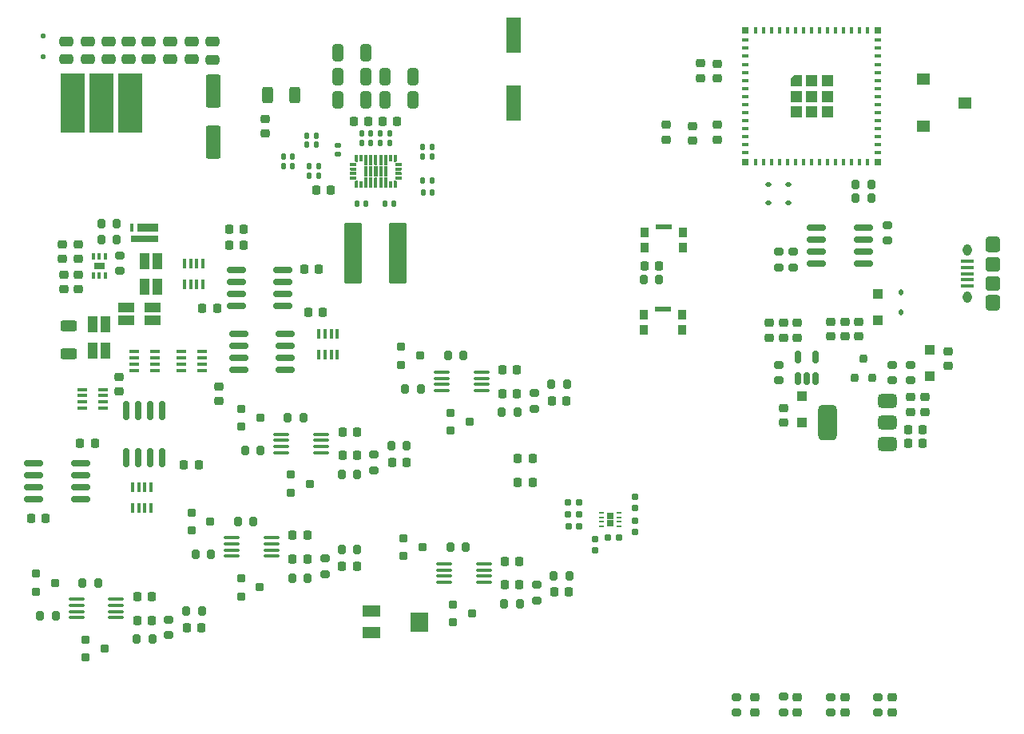
<source format=gbr>
%TF.GenerationSoftware,KiCad,Pcbnew,9.0.0*%
%TF.CreationDate,2025-02-25T12:17:53-05:00*%
%TF.ProjectId,kicad_pulse_supply-rev-C,6b696361-645f-4707-956c-73655f737570,rev?*%
%TF.SameCoordinates,Original*%
%TF.FileFunction,Paste,Top*%
%TF.FilePolarity,Positive*%
%FSLAX46Y46*%
G04 Gerber Fmt 4.6, Leading zero omitted, Abs format (unit mm)*
G04 Created by KiCad (PCBNEW 9.0.0) date 2025-02-25 12:17:53*
%MOMM*%
%LPD*%
G01*
G04 APERTURE LIST*
G04 Aperture macros list*
%AMRoundRect*
0 Rectangle with rounded corners*
0 $1 Rounding radius*
0 $2 $3 $4 $5 $6 $7 $8 $9 X,Y pos of 4 corners*
0 Add a 4 corners polygon primitive as box body*
4,1,4,$2,$3,$4,$5,$6,$7,$8,$9,$2,$3,0*
0 Add four circle primitives for the rounded corners*
1,1,$1+$1,$2,$3*
1,1,$1+$1,$4,$5*
1,1,$1+$1,$6,$7*
1,1,$1+$1,$8,$9*
0 Add four rect primitives between the rounded corners*
20,1,$1+$1,$2,$3,$4,$5,0*
20,1,$1+$1,$4,$5,$6,$7,0*
20,1,$1+$1,$6,$7,$8,$9,0*
20,1,$1+$1,$8,$9,$2,$3,0*%
%AMOutline5P*
0 Free polygon, 5 corners , with rotation*
0 The origin of the aperture is its center*
0 number of corners: always 5*
0 $1 to $10 corner X, Y*
0 $11 Rotation angle, in degrees counterclockwise*
0 create outline with 5 corners*
4,1,5,$1,$2,$3,$4,$5,$6,$7,$8,$9,$10,$1,$2,$11*%
%AMOutline6P*
0 Free polygon, 6 corners , with rotation*
0 The origin of the aperture is its center*
0 number of corners: always 6*
0 $1 to $12 corner X, Y*
0 $13 Rotation angle, in degrees counterclockwise*
0 create outline with 6 corners*
4,1,6,$1,$2,$3,$4,$5,$6,$7,$8,$9,$10,$11,$12,$1,$2,$13*%
%AMOutline7P*
0 Free polygon, 7 corners , with rotation*
0 The origin of the aperture is its center*
0 number of corners: always 7*
0 $1 to $14 corner X, Y*
0 $15 Rotation angle, in degrees counterclockwise*
0 create outline with 7 corners*
4,1,7,$1,$2,$3,$4,$5,$6,$7,$8,$9,$10,$11,$12,$13,$14,$1,$2,$15*%
%AMOutline8P*
0 Free polygon, 8 corners , with rotation*
0 The origin of the aperture is its center*
0 number of corners: always 8*
0 $1 to $16 corner X, Y*
0 $17 Rotation angle, in degrees counterclockwise*
0 create outline with 8 corners*
4,1,8,$1,$2,$3,$4,$5,$6,$7,$8,$9,$10,$11,$12,$13,$14,$15,$16,$1,$2,$17*%
G04 Aperture macros list end*
%ADD10C,0.010000*%
%ADD11RoundRect,0.250000X0.525000X-0.475000X0.525000X0.475000X-0.525000X0.475000X-0.525000X-0.475000X0*%
%ADD12RoundRect,0.250000X0.525000X-0.500000X0.525000X0.500000X-0.525000X0.500000X-0.525000X-0.500000X0*%
%ADD13RoundRect,0.100000X0.575000X-0.100000X0.575000X0.100000X-0.575000X0.100000X-0.575000X-0.100000X0*%
%ADD14O,1.550000X0.890000*%
%ADD15O,0.950000X1.250000*%
%ADD16RoundRect,0.225000X-0.225000X-0.250000X0.225000X-0.250000X0.225000X0.250000X-0.225000X0.250000X0*%
%ADD17RoundRect,0.140000X0.140000X0.170000X-0.140000X0.170000X-0.140000X-0.170000X0.140000X-0.170000X0*%
%ADD18RoundRect,0.225000X0.250000X-0.225000X0.250000X0.225000X-0.250000X0.225000X-0.250000X-0.225000X0*%
%ADD19R,0.750000X0.650000*%
%ADD20RoundRect,0.062500X-0.187500X-0.062500X0.187500X-0.062500X0.187500X0.062500X-0.187500X0.062500X0*%
%ADD21RoundRect,0.200000X-0.200000X-0.275000X0.200000X-0.275000X0.200000X0.275000X-0.200000X0.275000X0*%
%ADD22RoundRect,0.160000X-0.160000X0.197500X-0.160000X-0.197500X0.160000X-0.197500X0.160000X0.197500X0*%
%ADD23RoundRect,0.218750X-0.256250X0.218750X-0.256250X-0.218750X0.256250X-0.218750X0.256250X0.218750X0*%
%ADD24RoundRect,0.100000X0.100000X-0.430000X0.100000X0.430000X-0.100000X0.430000X-0.100000X-0.430000X0*%
%ADD25RoundRect,0.225000X0.225000X0.250000X-0.225000X0.250000X-0.225000X-0.250000X0.225000X-0.250000X0*%
%ADD26RoundRect,0.200000X-0.250000X-0.200000X0.250000X-0.200000X0.250000X0.200000X-0.250000X0.200000X0*%
%ADD27RoundRect,0.140000X-0.140000X-0.170000X0.140000X-0.170000X0.140000X0.170000X-0.140000X0.170000X0*%
%ADD28RoundRect,0.225000X-0.250000X0.225000X-0.250000X-0.225000X0.250000X-0.225000X0.250000X0.225000X0*%
%ADD29RoundRect,0.150000X-0.825000X-0.150000X0.825000X-0.150000X0.825000X0.150000X-0.825000X0.150000X0*%
%ADD30R,1.498600X3.810000*%
%ADD31RoundRect,0.200000X0.275000X-0.200000X0.275000X0.200000X-0.275000X0.200000X-0.275000X-0.200000X0*%
%ADD32RoundRect,0.135000X0.135000X0.185000X-0.135000X0.185000X-0.135000X-0.185000X0.135000X-0.185000X0*%
%ADD33RoundRect,0.249999X0.710001X3.000001X-0.710001X3.000001X-0.710001X-3.000001X0.710001X-3.000001X0*%
%ADD34R,0.800000X0.400000*%
%ADD35R,0.400000X0.800000*%
%ADD36Outline5P,-0.600000X0.204000X-0.204000X0.600000X0.600000X0.600000X0.600000X-0.600000X-0.600000X-0.600000X0.000000*%
%ADD37R,1.200000X1.200000*%
%ADD38R,0.800000X0.800000*%
%ADD39RoundRect,0.200000X-0.275000X0.200000X-0.275000X-0.200000X0.275000X-0.200000X0.275000X0.200000X0*%
%ADD40RoundRect,0.250000X0.325000X0.650000X-0.325000X0.650000X-0.325000X-0.650000X0.325000X-0.650000X0*%
%ADD41RoundRect,0.250000X0.300000X-0.300000X0.300000X0.300000X-0.300000X0.300000X-0.300000X-0.300000X0*%
%ADD42R,0.310000X0.850000*%
%ADD43R,2.950000X0.654000*%
%ADD44R,2.200000X0.850000*%
%ADD45RoundRect,0.250000X0.475000X-0.250000X0.475000X0.250000X-0.475000X0.250000X-0.475000X-0.250000X0*%
%ADD46R,0.900000X1.000000*%
%ADD47R,1.700000X0.550000*%
%ADD48RoundRect,0.250000X0.550000X-1.500000X0.550000X1.500000X-0.550000X1.500000X-0.550000X-1.500000X0*%
%ADD49RoundRect,0.140000X0.170000X-0.140000X0.170000X0.140000X-0.170000X0.140000X-0.170000X-0.140000X0*%
%ADD50RoundRect,0.200000X0.200000X0.275000X-0.200000X0.275000X-0.200000X-0.275000X0.200000X-0.275000X0*%
%ADD51RoundRect,0.250000X-0.300000X0.300000X-0.300000X-0.300000X0.300000X-0.300000X0.300000X0.300000X0*%
%ADD52RoundRect,0.160000X-0.197500X-0.160000X0.197500X-0.160000X0.197500X0.160000X-0.197500X0.160000X0*%
%ADD53R,0.320000X0.690000*%
%ADD54RoundRect,0.100000X-0.712500X-0.100000X0.712500X-0.100000X0.712500X0.100000X-0.712500X0.100000X0*%
%ADD55RoundRect,0.125000X0.125000X-0.125000X0.125000X0.125000X-0.125000X0.125000X-0.125000X-0.125000X0*%
%ADD56RoundRect,0.250000X-0.325000X-0.650000X0.325000X-0.650000X0.325000X0.650000X-0.325000X0.650000X0*%
%ADD57RoundRect,0.155000X-0.212500X-0.155000X0.212500X-0.155000X0.212500X0.155000X-0.212500X0.155000X0*%
%ADD58RoundRect,0.135000X-0.135000X-0.185000X0.135000X-0.185000X0.135000X0.185000X-0.135000X0.185000X0*%
%ADD59RoundRect,0.112500X0.112500X-0.187500X0.112500X0.187500X-0.112500X0.187500X-0.112500X-0.187500X0*%
%ADD60RoundRect,0.100000X0.430000X0.100000X-0.430000X0.100000X-0.430000X-0.100000X0.430000X-0.100000X0*%
%ADD61RoundRect,0.218750X0.256250X-0.218750X0.256250X0.218750X-0.256250X0.218750X-0.256250X-0.218750X0*%
%ADD62RoundRect,0.375000X0.625000X0.375000X-0.625000X0.375000X-0.625000X-0.375000X0.625000X-0.375000X0*%
%ADD63RoundRect,0.500000X0.500000X1.400000X-0.500000X1.400000X-0.500000X-1.400000X0.500000X-1.400000X0*%
%ADD64RoundRect,0.100000X-0.430000X-0.100000X0.430000X-0.100000X0.430000X0.100000X-0.430000X0.100000X0*%
%ADD65RoundRect,0.112500X-0.187500X-0.112500X0.187500X-0.112500X0.187500X0.112500X-0.187500X0.112500X0*%
%ADD66R,2.540000X6.350000*%
%ADD67RoundRect,0.150000X-0.150000X0.825000X-0.150000X-0.825000X0.150000X-0.825000X0.150000X0.825000X0*%
%ADD68RoundRect,0.160000X0.160000X-0.197500X0.160000X0.197500X-0.160000X0.197500X-0.160000X-0.197500X0*%
%ADD69RoundRect,0.250000X0.312500X0.625000X-0.312500X0.625000X-0.312500X-0.625000X0.312500X-0.625000X0*%
%ADD70R,1.900000X1.300000*%
%ADD71R,1.900000X2.000000*%
%ADD72RoundRect,0.250000X0.625000X-0.312500X0.625000X0.312500X-0.625000X0.312500X-0.625000X-0.312500X0*%
%ADD73RoundRect,0.155000X-0.155000X0.212500X-0.155000X-0.212500X0.155000X-0.212500X0.155000X0.212500X0*%
%ADD74RoundRect,0.150000X0.150000X-0.512500X0.150000X0.512500X-0.150000X0.512500X-0.150000X-0.512500X0*%
%ADD75RoundRect,0.250000X-0.300000X-0.625000X0.300000X-0.625000X0.300000X0.625000X-0.300000X0.625000X0*%
%ADD76R,1.400000X1.200000*%
%ADD77R,1.100000X1.750000*%
%ADD78RoundRect,0.250000X-0.625000X0.300000X-0.625000X-0.300000X0.625000X-0.300000X0.625000X0.300000X0*%
%ADD79RoundRect,0.200000X0.200000X-0.250000X0.200000X0.250000X-0.200000X0.250000X-0.200000X-0.250000X0*%
%ADD80RoundRect,0.100000X-0.100000X0.430000X-0.100000X-0.430000X0.100000X-0.430000X0.100000X0.430000X0*%
G04 APERTURE END LIST*
D10*
%TO.C,U5*%
X69372000Y-103944000D02*
X68360000Y-103944000D01*
X68360000Y-103312000D01*
X69372000Y-103312000D01*
X69372000Y-103944000D01*
G36*
X69372000Y-103944000D02*
G01*
X68360000Y-103944000D01*
X68360000Y-103312000D01*
X69372000Y-103312000D01*
X69372000Y-103944000D01*
G37*
%TO.C,U15*%
X95979000Y-92704000D02*
X95981000Y-92704000D01*
X95984000Y-92705000D01*
X95986000Y-92705000D01*
X95989000Y-92706000D01*
X95991000Y-92707000D01*
X95994000Y-92708000D01*
X95996000Y-92710000D01*
X95998000Y-92711000D01*
X96000000Y-92713000D01*
X96002000Y-92714000D01*
X96004000Y-92716000D01*
X96006000Y-92718000D01*
X96008000Y-92720000D01*
X96010000Y-92722000D01*
X96011000Y-92724000D01*
X96013000Y-92726000D01*
X96014000Y-92728000D01*
X96016000Y-92730000D01*
X96017000Y-92733000D01*
X96018000Y-92735000D01*
X96019000Y-92738000D01*
X96019000Y-92740000D01*
X96020000Y-92743000D01*
X96020000Y-92745000D01*
X96021000Y-92748000D01*
X96021000Y-92750000D01*
X96021000Y-92753000D01*
X96021000Y-92903000D01*
X96021000Y-92906000D01*
X96021000Y-92908000D01*
X96020000Y-92911000D01*
X96020000Y-92913000D01*
X96019000Y-92916000D01*
X96019000Y-92918000D01*
X96018000Y-92921000D01*
X96017000Y-92923000D01*
X96016000Y-92926000D01*
X96014000Y-92928000D01*
X96013000Y-92930000D01*
X96011000Y-92932000D01*
X96010000Y-92934000D01*
X96008000Y-92936000D01*
X96006000Y-92938000D01*
X96004000Y-92940000D01*
X96002000Y-92942000D01*
X96000000Y-92943000D01*
X95998000Y-92945000D01*
X95996000Y-92946000D01*
X95994000Y-92948000D01*
X95991000Y-92949000D01*
X95989000Y-92950000D01*
X95986000Y-92951000D01*
X95984000Y-92951000D01*
X95981000Y-92952000D01*
X95979000Y-92952000D01*
X95976000Y-92953000D01*
X95974000Y-92953000D01*
X95971000Y-92953000D01*
X95471000Y-92953000D01*
X95468000Y-92953000D01*
X95466000Y-92953000D01*
X95463000Y-92952000D01*
X95461000Y-92952000D01*
X95458000Y-92951000D01*
X95456000Y-92951000D01*
X95453000Y-92950000D01*
X95451000Y-92949000D01*
X95448000Y-92948000D01*
X95446000Y-92946000D01*
X95444000Y-92945000D01*
X95442000Y-92943000D01*
X95440000Y-92942000D01*
X95438000Y-92940000D01*
X95436000Y-92938000D01*
X95434000Y-92936000D01*
X95432000Y-92934000D01*
X95431000Y-92932000D01*
X95429000Y-92930000D01*
X95428000Y-92928000D01*
X95426000Y-92926000D01*
X95425000Y-92923000D01*
X95424000Y-92921000D01*
X95423000Y-92918000D01*
X95423000Y-92916000D01*
X95422000Y-92913000D01*
X95422000Y-92911000D01*
X95421000Y-92908000D01*
X95421000Y-92906000D01*
X95421000Y-92903000D01*
X95421000Y-92753000D01*
X95421000Y-92750000D01*
X95421000Y-92748000D01*
X95422000Y-92745000D01*
X95422000Y-92743000D01*
X95423000Y-92740000D01*
X95423000Y-92738000D01*
X95424000Y-92735000D01*
X95425000Y-92733000D01*
X95426000Y-92730000D01*
X95428000Y-92728000D01*
X95429000Y-92726000D01*
X95431000Y-92724000D01*
X95432000Y-92722000D01*
X95434000Y-92720000D01*
X95436000Y-92718000D01*
X95438000Y-92716000D01*
X95440000Y-92714000D01*
X95442000Y-92713000D01*
X95444000Y-92711000D01*
X95446000Y-92710000D01*
X95448000Y-92708000D01*
X95451000Y-92707000D01*
X95453000Y-92706000D01*
X95456000Y-92705000D01*
X95458000Y-92705000D01*
X95461000Y-92704000D01*
X95463000Y-92704000D01*
X95466000Y-92703000D01*
X95468000Y-92703000D01*
X95471000Y-92703000D01*
X95971000Y-92703000D01*
X95974000Y-92703000D01*
X95976000Y-92703000D01*
X95979000Y-92704000D01*
G36*
X95979000Y-92704000D02*
G01*
X95981000Y-92704000D01*
X95984000Y-92705000D01*
X95986000Y-92705000D01*
X95989000Y-92706000D01*
X95991000Y-92707000D01*
X95994000Y-92708000D01*
X95996000Y-92710000D01*
X95998000Y-92711000D01*
X96000000Y-92713000D01*
X96002000Y-92714000D01*
X96004000Y-92716000D01*
X96006000Y-92718000D01*
X96008000Y-92720000D01*
X96010000Y-92722000D01*
X96011000Y-92724000D01*
X96013000Y-92726000D01*
X96014000Y-92728000D01*
X96016000Y-92730000D01*
X96017000Y-92733000D01*
X96018000Y-92735000D01*
X96019000Y-92738000D01*
X96019000Y-92740000D01*
X96020000Y-92743000D01*
X96020000Y-92745000D01*
X96021000Y-92748000D01*
X96021000Y-92750000D01*
X96021000Y-92753000D01*
X96021000Y-92903000D01*
X96021000Y-92906000D01*
X96021000Y-92908000D01*
X96020000Y-92911000D01*
X96020000Y-92913000D01*
X96019000Y-92916000D01*
X96019000Y-92918000D01*
X96018000Y-92921000D01*
X96017000Y-92923000D01*
X96016000Y-92926000D01*
X96014000Y-92928000D01*
X96013000Y-92930000D01*
X96011000Y-92932000D01*
X96010000Y-92934000D01*
X96008000Y-92936000D01*
X96006000Y-92938000D01*
X96004000Y-92940000D01*
X96002000Y-92942000D01*
X96000000Y-92943000D01*
X95998000Y-92945000D01*
X95996000Y-92946000D01*
X95994000Y-92948000D01*
X95991000Y-92949000D01*
X95989000Y-92950000D01*
X95986000Y-92951000D01*
X95984000Y-92951000D01*
X95981000Y-92952000D01*
X95979000Y-92952000D01*
X95976000Y-92953000D01*
X95974000Y-92953000D01*
X95971000Y-92953000D01*
X95471000Y-92953000D01*
X95468000Y-92953000D01*
X95466000Y-92953000D01*
X95463000Y-92952000D01*
X95461000Y-92952000D01*
X95458000Y-92951000D01*
X95456000Y-92951000D01*
X95453000Y-92950000D01*
X95451000Y-92949000D01*
X95448000Y-92948000D01*
X95446000Y-92946000D01*
X95444000Y-92945000D01*
X95442000Y-92943000D01*
X95440000Y-92942000D01*
X95438000Y-92940000D01*
X95436000Y-92938000D01*
X95434000Y-92936000D01*
X95432000Y-92934000D01*
X95431000Y-92932000D01*
X95429000Y-92930000D01*
X95428000Y-92928000D01*
X95426000Y-92926000D01*
X95425000Y-92923000D01*
X95424000Y-92921000D01*
X95423000Y-92918000D01*
X95423000Y-92916000D01*
X95422000Y-92913000D01*
X95422000Y-92911000D01*
X95421000Y-92908000D01*
X95421000Y-92906000D01*
X95421000Y-92903000D01*
X95421000Y-92753000D01*
X95421000Y-92750000D01*
X95421000Y-92748000D01*
X95422000Y-92745000D01*
X95422000Y-92743000D01*
X95423000Y-92740000D01*
X95423000Y-92738000D01*
X95424000Y-92735000D01*
X95425000Y-92733000D01*
X95426000Y-92730000D01*
X95428000Y-92728000D01*
X95429000Y-92726000D01*
X95431000Y-92724000D01*
X95432000Y-92722000D01*
X95434000Y-92720000D01*
X95436000Y-92718000D01*
X95438000Y-92716000D01*
X95440000Y-92714000D01*
X95442000Y-92713000D01*
X95444000Y-92711000D01*
X95446000Y-92710000D01*
X95448000Y-92708000D01*
X95451000Y-92707000D01*
X95453000Y-92706000D01*
X95456000Y-92705000D01*
X95458000Y-92705000D01*
X95461000Y-92704000D01*
X95463000Y-92704000D01*
X95466000Y-92703000D01*
X95468000Y-92703000D01*
X95471000Y-92703000D01*
X95971000Y-92703000D01*
X95974000Y-92703000D01*
X95976000Y-92703000D01*
X95979000Y-92704000D01*
G37*
X95979000Y-93204000D02*
X95981000Y-93204000D01*
X95984000Y-93205000D01*
X95986000Y-93205000D01*
X95989000Y-93206000D01*
X95991000Y-93207000D01*
X95994000Y-93208000D01*
X95996000Y-93210000D01*
X95998000Y-93211000D01*
X96000000Y-93213000D01*
X96002000Y-93214000D01*
X96004000Y-93216000D01*
X96006000Y-93218000D01*
X96008000Y-93220000D01*
X96010000Y-93222000D01*
X96011000Y-93224000D01*
X96013000Y-93226000D01*
X96014000Y-93228000D01*
X96016000Y-93230000D01*
X96017000Y-93233000D01*
X96018000Y-93235000D01*
X96019000Y-93238000D01*
X96019000Y-93240000D01*
X96020000Y-93243000D01*
X96020000Y-93245000D01*
X96021000Y-93248000D01*
X96021000Y-93250000D01*
X96021000Y-93253000D01*
X96021000Y-93403000D01*
X96021000Y-93406000D01*
X96021000Y-93408000D01*
X96020000Y-93411000D01*
X96020000Y-93413000D01*
X96019000Y-93416000D01*
X96019000Y-93418000D01*
X96018000Y-93421000D01*
X96017000Y-93423000D01*
X96016000Y-93426000D01*
X96014000Y-93428000D01*
X96013000Y-93430000D01*
X96011000Y-93432000D01*
X96010000Y-93434000D01*
X96008000Y-93436000D01*
X96006000Y-93438000D01*
X96004000Y-93440000D01*
X96002000Y-93442000D01*
X96000000Y-93443000D01*
X95998000Y-93445000D01*
X95996000Y-93446000D01*
X95994000Y-93448000D01*
X95991000Y-93449000D01*
X95989000Y-93450000D01*
X95986000Y-93451000D01*
X95984000Y-93451000D01*
X95981000Y-93452000D01*
X95979000Y-93452000D01*
X95976000Y-93453000D01*
X95974000Y-93453000D01*
X95971000Y-93453000D01*
X95471000Y-93453000D01*
X95468000Y-93453000D01*
X95466000Y-93453000D01*
X95463000Y-93452000D01*
X95461000Y-93452000D01*
X95458000Y-93451000D01*
X95456000Y-93451000D01*
X95453000Y-93450000D01*
X95451000Y-93449000D01*
X95448000Y-93448000D01*
X95446000Y-93446000D01*
X95444000Y-93445000D01*
X95442000Y-93443000D01*
X95440000Y-93442000D01*
X95438000Y-93440000D01*
X95436000Y-93438000D01*
X95434000Y-93436000D01*
X95432000Y-93434000D01*
X95431000Y-93432000D01*
X95429000Y-93430000D01*
X95428000Y-93428000D01*
X95426000Y-93426000D01*
X95425000Y-93423000D01*
X95424000Y-93421000D01*
X95423000Y-93418000D01*
X95423000Y-93416000D01*
X95422000Y-93413000D01*
X95422000Y-93411000D01*
X95421000Y-93408000D01*
X95421000Y-93406000D01*
X95421000Y-93403000D01*
X95421000Y-93253000D01*
X95421000Y-93250000D01*
X95421000Y-93248000D01*
X95422000Y-93245000D01*
X95422000Y-93243000D01*
X95423000Y-93240000D01*
X95423000Y-93238000D01*
X95424000Y-93235000D01*
X95425000Y-93233000D01*
X95426000Y-93230000D01*
X95428000Y-93228000D01*
X95429000Y-93226000D01*
X95431000Y-93224000D01*
X95432000Y-93222000D01*
X95434000Y-93220000D01*
X95436000Y-93218000D01*
X95438000Y-93216000D01*
X95440000Y-93214000D01*
X95442000Y-93213000D01*
X95444000Y-93211000D01*
X95446000Y-93210000D01*
X95448000Y-93208000D01*
X95451000Y-93207000D01*
X95453000Y-93206000D01*
X95456000Y-93205000D01*
X95458000Y-93205000D01*
X95461000Y-93204000D01*
X95463000Y-93204000D01*
X95466000Y-93203000D01*
X95468000Y-93203000D01*
X95471000Y-93203000D01*
X95971000Y-93203000D01*
X95974000Y-93203000D01*
X95976000Y-93203000D01*
X95979000Y-93204000D01*
G36*
X95979000Y-93204000D02*
G01*
X95981000Y-93204000D01*
X95984000Y-93205000D01*
X95986000Y-93205000D01*
X95989000Y-93206000D01*
X95991000Y-93207000D01*
X95994000Y-93208000D01*
X95996000Y-93210000D01*
X95998000Y-93211000D01*
X96000000Y-93213000D01*
X96002000Y-93214000D01*
X96004000Y-93216000D01*
X96006000Y-93218000D01*
X96008000Y-93220000D01*
X96010000Y-93222000D01*
X96011000Y-93224000D01*
X96013000Y-93226000D01*
X96014000Y-93228000D01*
X96016000Y-93230000D01*
X96017000Y-93233000D01*
X96018000Y-93235000D01*
X96019000Y-93238000D01*
X96019000Y-93240000D01*
X96020000Y-93243000D01*
X96020000Y-93245000D01*
X96021000Y-93248000D01*
X96021000Y-93250000D01*
X96021000Y-93253000D01*
X96021000Y-93403000D01*
X96021000Y-93406000D01*
X96021000Y-93408000D01*
X96020000Y-93411000D01*
X96020000Y-93413000D01*
X96019000Y-93416000D01*
X96019000Y-93418000D01*
X96018000Y-93421000D01*
X96017000Y-93423000D01*
X96016000Y-93426000D01*
X96014000Y-93428000D01*
X96013000Y-93430000D01*
X96011000Y-93432000D01*
X96010000Y-93434000D01*
X96008000Y-93436000D01*
X96006000Y-93438000D01*
X96004000Y-93440000D01*
X96002000Y-93442000D01*
X96000000Y-93443000D01*
X95998000Y-93445000D01*
X95996000Y-93446000D01*
X95994000Y-93448000D01*
X95991000Y-93449000D01*
X95989000Y-93450000D01*
X95986000Y-93451000D01*
X95984000Y-93451000D01*
X95981000Y-93452000D01*
X95979000Y-93452000D01*
X95976000Y-93453000D01*
X95974000Y-93453000D01*
X95971000Y-93453000D01*
X95471000Y-93453000D01*
X95468000Y-93453000D01*
X95466000Y-93453000D01*
X95463000Y-93452000D01*
X95461000Y-93452000D01*
X95458000Y-93451000D01*
X95456000Y-93451000D01*
X95453000Y-93450000D01*
X95451000Y-93449000D01*
X95448000Y-93448000D01*
X95446000Y-93446000D01*
X95444000Y-93445000D01*
X95442000Y-93443000D01*
X95440000Y-93442000D01*
X95438000Y-93440000D01*
X95436000Y-93438000D01*
X95434000Y-93436000D01*
X95432000Y-93434000D01*
X95431000Y-93432000D01*
X95429000Y-93430000D01*
X95428000Y-93428000D01*
X95426000Y-93426000D01*
X95425000Y-93423000D01*
X95424000Y-93421000D01*
X95423000Y-93418000D01*
X95423000Y-93416000D01*
X95422000Y-93413000D01*
X95422000Y-93411000D01*
X95421000Y-93408000D01*
X95421000Y-93406000D01*
X95421000Y-93403000D01*
X95421000Y-93253000D01*
X95421000Y-93250000D01*
X95421000Y-93248000D01*
X95422000Y-93245000D01*
X95422000Y-93243000D01*
X95423000Y-93240000D01*
X95423000Y-93238000D01*
X95424000Y-93235000D01*
X95425000Y-93233000D01*
X95426000Y-93230000D01*
X95428000Y-93228000D01*
X95429000Y-93226000D01*
X95431000Y-93224000D01*
X95432000Y-93222000D01*
X95434000Y-93220000D01*
X95436000Y-93218000D01*
X95438000Y-93216000D01*
X95440000Y-93214000D01*
X95442000Y-93213000D01*
X95444000Y-93211000D01*
X95446000Y-93210000D01*
X95448000Y-93208000D01*
X95451000Y-93207000D01*
X95453000Y-93206000D01*
X95456000Y-93205000D01*
X95458000Y-93205000D01*
X95461000Y-93204000D01*
X95463000Y-93204000D01*
X95466000Y-93203000D01*
X95468000Y-93203000D01*
X95471000Y-93203000D01*
X95971000Y-93203000D01*
X95974000Y-93203000D01*
X95976000Y-93203000D01*
X95979000Y-93204000D01*
G37*
X95979000Y-93704000D02*
X95981000Y-93704000D01*
X95984000Y-93705000D01*
X95986000Y-93705000D01*
X95989000Y-93706000D01*
X95991000Y-93707000D01*
X95994000Y-93708000D01*
X95996000Y-93710000D01*
X95998000Y-93711000D01*
X96000000Y-93713000D01*
X96002000Y-93714000D01*
X96004000Y-93716000D01*
X96006000Y-93718000D01*
X96008000Y-93720000D01*
X96010000Y-93722000D01*
X96011000Y-93724000D01*
X96013000Y-93726000D01*
X96014000Y-93728000D01*
X96016000Y-93730000D01*
X96017000Y-93733000D01*
X96018000Y-93735000D01*
X96019000Y-93738000D01*
X96019000Y-93740000D01*
X96020000Y-93743000D01*
X96020000Y-93745000D01*
X96021000Y-93748000D01*
X96021000Y-93750000D01*
X96021000Y-93753000D01*
X96021000Y-93903000D01*
X96021000Y-93906000D01*
X96021000Y-93908000D01*
X96020000Y-93911000D01*
X96020000Y-93913000D01*
X96019000Y-93916000D01*
X96019000Y-93918000D01*
X96018000Y-93921000D01*
X96017000Y-93923000D01*
X96016000Y-93926000D01*
X96014000Y-93928000D01*
X96013000Y-93930000D01*
X96011000Y-93932000D01*
X96010000Y-93934000D01*
X96008000Y-93936000D01*
X96006000Y-93938000D01*
X96004000Y-93940000D01*
X96002000Y-93942000D01*
X96000000Y-93943000D01*
X95998000Y-93945000D01*
X95996000Y-93946000D01*
X95994000Y-93948000D01*
X95991000Y-93949000D01*
X95989000Y-93950000D01*
X95986000Y-93951000D01*
X95984000Y-93951000D01*
X95981000Y-93952000D01*
X95979000Y-93952000D01*
X95976000Y-93953000D01*
X95974000Y-93953000D01*
X95971000Y-93953000D01*
X95471000Y-93953000D01*
X95468000Y-93953000D01*
X95466000Y-93953000D01*
X95463000Y-93952000D01*
X95461000Y-93952000D01*
X95458000Y-93951000D01*
X95456000Y-93951000D01*
X95453000Y-93950000D01*
X95451000Y-93949000D01*
X95448000Y-93948000D01*
X95446000Y-93946000D01*
X95444000Y-93945000D01*
X95442000Y-93943000D01*
X95440000Y-93942000D01*
X95438000Y-93940000D01*
X95436000Y-93938000D01*
X95434000Y-93936000D01*
X95432000Y-93934000D01*
X95431000Y-93932000D01*
X95429000Y-93930000D01*
X95428000Y-93928000D01*
X95426000Y-93926000D01*
X95425000Y-93923000D01*
X95424000Y-93921000D01*
X95423000Y-93918000D01*
X95423000Y-93916000D01*
X95422000Y-93913000D01*
X95422000Y-93911000D01*
X95421000Y-93908000D01*
X95421000Y-93906000D01*
X95421000Y-93903000D01*
X95421000Y-93753000D01*
X95421000Y-93750000D01*
X95421000Y-93748000D01*
X95422000Y-93745000D01*
X95422000Y-93743000D01*
X95423000Y-93740000D01*
X95423000Y-93738000D01*
X95424000Y-93735000D01*
X95425000Y-93733000D01*
X95426000Y-93730000D01*
X95428000Y-93728000D01*
X95429000Y-93726000D01*
X95431000Y-93724000D01*
X95432000Y-93722000D01*
X95434000Y-93720000D01*
X95436000Y-93718000D01*
X95438000Y-93716000D01*
X95440000Y-93714000D01*
X95442000Y-93713000D01*
X95444000Y-93711000D01*
X95446000Y-93710000D01*
X95448000Y-93708000D01*
X95451000Y-93707000D01*
X95453000Y-93706000D01*
X95456000Y-93705000D01*
X95458000Y-93705000D01*
X95461000Y-93704000D01*
X95463000Y-93704000D01*
X95466000Y-93703000D01*
X95468000Y-93703000D01*
X95471000Y-93703000D01*
X95971000Y-93703000D01*
X95974000Y-93703000D01*
X95976000Y-93703000D01*
X95979000Y-93704000D01*
G36*
X95979000Y-93704000D02*
G01*
X95981000Y-93704000D01*
X95984000Y-93705000D01*
X95986000Y-93705000D01*
X95989000Y-93706000D01*
X95991000Y-93707000D01*
X95994000Y-93708000D01*
X95996000Y-93710000D01*
X95998000Y-93711000D01*
X96000000Y-93713000D01*
X96002000Y-93714000D01*
X96004000Y-93716000D01*
X96006000Y-93718000D01*
X96008000Y-93720000D01*
X96010000Y-93722000D01*
X96011000Y-93724000D01*
X96013000Y-93726000D01*
X96014000Y-93728000D01*
X96016000Y-93730000D01*
X96017000Y-93733000D01*
X96018000Y-93735000D01*
X96019000Y-93738000D01*
X96019000Y-93740000D01*
X96020000Y-93743000D01*
X96020000Y-93745000D01*
X96021000Y-93748000D01*
X96021000Y-93750000D01*
X96021000Y-93753000D01*
X96021000Y-93903000D01*
X96021000Y-93906000D01*
X96021000Y-93908000D01*
X96020000Y-93911000D01*
X96020000Y-93913000D01*
X96019000Y-93916000D01*
X96019000Y-93918000D01*
X96018000Y-93921000D01*
X96017000Y-93923000D01*
X96016000Y-93926000D01*
X96014000Y-93928000D01*
X96013000Y-93930000D01*
X96011000Y-93932000D01*
X96010000Y-93934000D01*
X96008000Y-93936000D01*
X96006000Y-93938000D01*
X96004000Y-93940000D01*
X96002000Y-93942000D01*
X96000000Y-93943000D01*
X95998000Y-93945000D01*
X95996000Y-93946000D01*
X95994000Y-93948000D01*
X95991000Y-93949000D01*
X95989000Y-93950000D01*
X95986000Y-93951000D01*
X95984000Y-93951000D01*
X95981000Y-93952000D01*
X95979000Y-93952000D01*
X95976000Y-93953000D01*
X95974000Y-93953000D01*
X95971000Y-93953000D01*
X95471000Y-93953000D01*
X95468000Y-93953000D01*
X95466000Y-93953000D01*
X95463000Y-93952000D01*
X95461000Y-93952000D01*
X95458000Y-93951000D01*
X95456000Y-93951000D01*
X95453000Y-93950000D01*
X95451000Y-93949000D01*
X95448000Y-93948000D01*
X95446000Y-93946000D01*
X95444000Y-93945000D01*
X95442000Y-93943000D01*
X95440000Y-93942000D01*
X95438000Y-93940000D01*
X95436000Y-93938000D01*
X95434000Y-93936000D01*
X95432000Y-93934000D01*
X95431000Y-93932000D01*
X95429000Y-93930000D01*
X95428000Y-93928000D01*
X95426000Y-93926000D01*
X95425000Y-93923000D01*
X95424000Y-93921000D01*
X95423000Y-93918000D01*
X95423000Y-93916000D01*
X95422000Y-93913000D01*
X95422000Y-93911000D01*
X95421000Y-93908000D01*
X95421000Y-93906000D01*
X95421000Y-93903000D01*
X95421000Y-93753000D01*
X95421000Y-93750000D01*
X95421000Y-93748000D01*
X95422000Y-93745000D01*
X95422000Y-93743000D01*
X95423000Y-93740000D01*
X95423000Y-93738000D01*
X95424000Y-93735000D01*
X95425000Y-93733000D01*
X95426000Y-93730000D01*
X95428000Y-93728000D01*
X95429000Y-93726000D01*
X95431000Y-93724000D01*
X95432000Y-93722000D01*
X95434000Y-93720000D01*
X95436000Y-93718000D01*
X95438000Y-93716000D01*
X95440000Y-93714000D01*
X95442000Y-93713000D01*
X95444000Y-93711000D01*
X95446000Y-93710000D01*
X95448000Y-93708000D01*
X95451000Y-93707000D01*
X95453000Y-93706000D01*
X95456000Y-93705000D01*
X95458000Y-93705000D01*
X95461000Y-93704000D01*
X95463000Y-93704000D01*
X95466000Y-93703000D01*
X95468000Y-93703000D01*
X95471000Y-93703000D01*
X95971000Y-93703000D01*
X95974000Y-93703000D01*
X95976000Y-93703000D01*
X95979000Y-93704000D01*
G37*
X95979000Y-94204000D02*
X95981000Y-94204000D01*
X95984000Y-94205000D01*
X95986000Y-94205000D01*
X95989000Y-94206000D01*
X95991000Y-94207000D01*
X95994000Y-94208000D01*
X95996000Y-94210000D01*
X95998000Y-94211000D01*
X96000000Y-94213000D01*
X96002000Y-94214000D01*
X96004000Y-94216000D01*
X96006000Y-94218000D01*
X96008000Y-94220000D01*
X96010000Y-94222000D01*
X96011000Y-94224000D01*
X96013000Y-94226000D01*
X96014000Y-94228000D01*
X96016000Y-94230000D01*
X96017000Y-94233000D01*
X96018000Y-94235000D01*
X96019000Y-94238000D01*
X96019000Y-94240000D01*
X96020000Y-94243000D01*
X96020000Y-94245000D01*
X96021000Y-94248000D01*
X96021000Y-94250000D01*
X96021000Y-94253000D01*
X96021000Y-94403000D01*
X96021000Y-94406000D01*
X96021000Y-94408000D01*
X96020000Y-94411000D01*
X96020000Y-94413000D01*
X96019000Y-94416000D01*
X96019000Y-94418000D01*
X96018000Y-94421000D01*
X96017000Y-94423000D01*
X96016000Y-94426000D01*
X96014000Y-94428000D01*
X96013000Y-94430000D01*
X96011000Y-94432000D01*
X96010000Y-94434000D01*
X96008000Y-94436000D01*
X96006000Y-94438000D01*
X96004000Y-94440000D01*
X96002000Y-94442000D01*
X96000000Y-94443000D01*
X95998000Y-94445000D01*
X95996000Y-94446000D01*
X95994000Y-94448000D01*
X95991000Y-94449000D01*
X95989000Y-94450000D01*
X95986000Y-94451000D01*
X95984000Y-94451000D01*
X95981000Y-94452000D01*
X95979000Y-94452000D01*
X95976000Y-94453000D01*
X95974000Y-94453000D01*
X95971000Y-94453000D01*
X95471000Y-94453000D01*
X95468000Y-94453000D01*
X95466000Y-94453000D01*
X95463000Y-94452000D01*
X95461000Y-94452000D01*
X95458000Y-94451000D01*
X95456000Y-94451000D01*
X95453000Y-94450000D01*
X95451000Y-94449000D01*
X95448000Y-94448000D01*
X95446000Y-94446000D01*
X95444000Y-94445000D01*
X95442000Y-94443000D01*
X95440000Y-94442000D01*
X95438000Y-94440000D01*
X95436000Y-94438000D01*
X95434000Y-94436000D01*
X95432000Y-94434000D01*
X95431000Y-94432000D01*
X95429000Y-94430000D01*
X95428000Y-94428000D01*
X95426000Y-94426000D01*
X95425000Y-94423000D01*
X95424000Y-94421000D01*
X95423000Y-94418000D01*
X95423000Y-94416000D01*
X95422000Y-94413000D01*
X95422000Y-94411000D01*
X95421000Y-94408000D01*
X95421000Y-94406000D01*
X95421000Y-94403000D01*
X95421000Y-94253000D01*
X95421000Y-94250000D01*
X95421000Y-94248000D01*
X95422000Y-94245000D01*
X95422000Y-94243000D01*
X95423000Y-94240000D01*
X95423000Y-94238000D01*
X95424000Y-94235000D01*
X95425000Y-94233000D01*
X95426000Y-94230000D01*
X95428000Y-94228000D01*
X95429000Y-94226000D01*
X95431000Y-94224000D01*
X95432000Y-94222000D01*
X95434000Y-94220000D01*
X95436000Y-94218000D01*
X95438000Y-94216000D01*
X95440000Y-94214000D01*
X95442000Y-94213000D01*
X95444000Y-94211000D01*
X95446000Y-94210000D01*
X95448000Y-94208000D01*
X95451000Y-94207000D01*
X95453000Y-94206000D01*
X95456000Y-94205000D01*
X95458000Y-94205000D01*
X95461000Y-94204000D01*
X95463000Y-94204000D01*
X95466000Y-94203000D01*
X95468000Y-94203000D01*
X95471000Y-94203000D01*
X95971000Y-94203000D01*
X95974000Y-94203000D01*
X95976000Y-94203000D01*
X95979000Y-94204000D01*
G36*
X95979000Y-94204000D02*
G01*
X95981000Y-94204000D01*
X95984000Y-94205000D01*
X95986000Y-94205000D01*
X95989000Y-94206000D01*
X95991000Y-94207000D01*
X95994000Y-94208000D01*
X95996000Y-94210000D01*
X95998000Y-94211000D01*
X96000000Y-94213000D01*
X96002000Y-94214000D01*
X96004000Y-94216000D01*
X96006000Y-94218000D01*
X96008000Y-94220000D01*
X96010000Y-94222000D01*
X96011000Y-94224000D01*
X96013000Y-94226000D01*
X96014000Y-94228000D01*
X96016000Y-94230000D01*
X96017000Y-94233000D01*
X96018000Y-94235000D01*
X96019000Y-94238000D01*
X96019000Y-94240000D01*
X96020000Y-94243000D01*
X96020000Y-94245000D01*
X96021000Y-94248000D01*
X96021000Y-94250000D01*
X96021000Y-94253000D01*
X96021000Y-94403000D01*
X96021000Y-94406000D01*
X96021000Y-94408000D01*
X96020000Y-94411000D01*
X96020000Y-94413000D01*
X96019000Y-94416000D01*
X96019000Y-94418000D01*
X96018000Y-94421000D01*
X96017000Y-94423000D01*
X96016000Y-94426000D01*
X96014000Y-94428000D01*
X96013000Y-94430000D01*
X96011000Y-94432000D01*
X96010000Y-94434000D01*
X96008000Y-94436000D01*
X96006000Y-94438000D01*
X96004000Y-94440000D01*
X96002000Y-94442000D01*
X96000000Y-94443000D01*
X95998000Y-94445000D01*
X95996000Y-94446000D01*
X95994000Y-94448000D01*
X95991000Y-94449000D01*
X95989000Y-94450000D01*
X95986000Y-94451000D01*
X95984000Y-94451000D01*
X95981000Y-94452000D01*
X95979000Y-94452000D01*
X95976000Y-94453000D01*
X95974000Y-94453000D01*
X95971000Y-94453000D01*
X95471000Y-94453000D01*
X95468000Y-94453000D01*
X95466000Y-94453000D01*
X95463000Y-94452000D01*
X95461000Y-94452000D01*
X95458000Y-94451000D01*
X95456000Y-94451000D01*
X95453000Y-94450000D01*
X95451000Y-94449000D01*
X95448000Y-94448000D01*
X95446000Y-94446000D01*
X95444000Y-94445000D01*
X95442000Y-94443000D01*
X95440000Y-94442000D01*
X95438000Y-94440000D01*
X95436000Y-94438000D01*
X95434000Y-94436000D01*
X95432000Y-94434000D01*
X95431000Y-94432000D01*
X95429000Y-94430000D01*
X95428000Y-94428000D01*
X95426000Y-94426000D01*
X95425000Y-94423000D01*
X95424000Y-94421000D01*
X95423000Y-94418000D01*
X95423000Y-94416000D01*
X95422000Y-94413000D01*
X95422000Y-94411000D01*
X95421000Y-94408000D01*
X95421000Y-94406000D01*
X95421000Y-94403000D01*
X95421000Y-94253000D01*
X95421000Y-94250000D01*
X95421000Y-94248000D01*
X95422000Y-94245000D01*
X95422000Y-94243000D01*
X95423000Y-94240000D01*
X95423000Y-94238000D01*
X95424000Y-94235000D01*
X95425000Y-94233000D01*
X95426000Y-94230000D01*
X95428000Y-94228000D01*
X95429000Y-94226000D01*
X95431000Y-94224000D01*
X95432000Y-94222000D01*
X95434000Y-94220000D01*
X95436000Y-94218000D01*
X95438000Y-94216000D01*
X95440000Y-94214000D01*
X95442000Y-94213000D01*
X95444000Y-94211000D01*
X95446000Y-94210000D01*
X95448000Y-94208000D01*
X95451000Y-94207000D01*
X95453000Y-94206000D01*
X95456000Y-94205000D01*
X95458000Y-94205000D01*
X95461000Y-94204000D01*
X95463000Y-94204000D01*
X95466000Y-94203000D01*
X95468000Y-94203000D01*
X95471000Y-94203000D01*
X95971000Y-94203000D01*
X95974000Y-94203000D01*
X95976000Y-94203000D01*
X95979000Y-94204000D01*
G37*
X96164000Y-91879000D02*
X96166000Y-91879000D01*
X96169000Y-91880000D01*
X96171000Y-91880000D01*
X96174000Y-91881000D01*
X96176000Y-91882000D01*
X96179000Y-91883000D01*
X96181000Y-91885000D01*
X96183000Y-91886000D01*
X96185000Y-91888000D01*
X96187000Y-91889000D01*
X96189000Y-91891000D01*
X96191000Y-91893000D01*
X96193000Y-91895000D01*
X96195000Y-91897000D01*
X96196000Y-91899000D01*
X96198000Y-91901000D01*
X96199000Y-91903000D01*
X96201000Y-91905000D01*
X96202000Y-91908000D01*
X96203000Y-91910000D01*
X96204000Y-91913000D01*
X96204000Y-91915000D01*
X96205000Y-91918000D01*
X96205000Y-91920000D01*
X96206000Y-91923000D01*
X96206000Y-91925000D01*
X96206000Y-91928000D01*
X96206000Y-92478000D01*
X96206000Y-92481000D01*
X96206000Y-92483000D01*
X96205000Y-92486000D01*
X96205000Y-92488000D01*
X96204000Y-92491000D01*
X96204000Y-92493000D01*
X96203000Y-92496000D01*
X96202000Y-92498000D01*
X96201000Y-92501000D01*
X96199000Y-92503000D01*
X96198000Y-92505000D01*
X96196000Y-92507000D01*
X96195000Y-92509000D01*
X96193000Y-92511000D01*
X96191000Y-92513000D01*
X96189000Y-92515000D01*
X96187000Y-92517000D01*
X96185000Y-92518000D01*
X96183000Y-92520000D01*
X96181000Y-92521000D01*
X96179000Y-92523000D01*
X96176000Y-92524000D01*
X96174000Y-92525000D01*
X96171000Y-92526000D01*
X96169000Y-92526000D01*
X96166000Y-92527000D01*
X96164000Y-92527000D01*
X96161000Y-92528000D01*
X96159000Y-92528000D01*
X96156000Y-92528000D01*
X96006000Y-92528000D01*
X96003000Y-92528000D01*
X96001000Y-92528000D01*
X95998000Y-92527000D01*
X95996000Y-92527000D01*
X95993000Y-92526000D01*
X95991000Y-92526000D01*
X95988000Y-92525000D01*
X95986000Y-92524000D01*
X95983000Y-92523000D01*
X95981000Y-92521000D01*
X95979000Y-92520000D01*
X95977000Y-92518000D01*
X95975000Y-92517000D01*
X95973000Y-92515000D01*
X95971000Y-92513000D01*
X95969000Y-92511000D01*
X95967000Y-92509000D01*
X95966000Y-92507000D01*
X95964000Y-92505000D01*
X95963000Y-92503000D01*
X95961000Y-92501000D01*
X95960000Y-92498000D01*
X95959000Y-92496000D01*
X95958000Y-92493000D01*
X95958000Y-92491000D01*
X95957000Y-92488000D01*
X95957000Y-92486000D01*
X95956000Y-92483000D01*
X95956000Y-92481000D01*
X95956000Y-92478000D01*
X95956000Y-91928000D01*
X95956000Y-91925000D01*
X95956000Y-91923000D01*
X95957000Y-91920000D01*
X95957000Y-91918000D01*
X95958000Y-91915000D01*
X95958000Y-91913000D01*
X95959000Y-91910000D01*
X95960000Y-91908000D01*
X95961000Y-91905000D01*
X95963000Y-91903000D01*
X95964000Y-91901000D01*
X95966000Y-91899000D01*
X95967000Y-91897000D01*
X95969000Y-91895000D01*
X95971000Y-91893000D01*
X95973000Y-91891000D01*
X95975000Y-91889000D01*
X95977000Y-91888000D01*
X95979000Y-91886000D01*
X95981000Y-91885000D01*
X95983000Y-91883000D01*
X95986000Y-91882000D01*
X95988000Y-91881000D01*
X95991000Y-91880000D01*
X95993000Y-91880000D01*
X95996000Y-91879000D01*
X95998000Y-91879000D01*
X96001000Y-91878000D01*
X96003000Y-91878000D01*
X96006000Y-91878000D01*
X96156000Y-91878000D01*
X96159000Y-91878000D01*
X96161000Y-91878000D01*
X96164000Y-91879000D01*
G36*
X96164000Y-91879000D02*
G01*
X96166000Y-91879000D01*
X96169000Y-91880000D01*
X96171000Y-91880000D01*
X96174000Y-91881000D01*
X96176000Y-91882000D01*
X96179000Y-91883000D01*
X96181000Y-91885000D01*
X96183000Y-91886000D01*
X96185000Y-91888000D01*
X96187000Y-91889000D01*
X96189000Y-91891000D01*
X96191000Y-91893000D01*
X96193000Y-91895000D01*
X96195000Y-91897000D01*
X96196000Y-91899000D01*
X96198000Y-91901000D01*
X96199000Y-91903000D01*
X96201000Y-91905000D01*
X96202000Y-91908000D01*
X96203000Y-91910000D01*
X96204000Y-91913000D01*
X96204000Y-91915000D01*
X96205000Y-91918000D01*
X96205000Y-91920000D01*
X96206000Y-91923000D01*
X96206000Y-91925000D01*
X96206000Y-91928000D01*
X96206000Y-92478000D01*
X96206000Y-92481000D01*
X96206000Y-92483000D01*
X96205000Y-92486000D01*
X96205000Y-92488000D01*
X96204000Y-92491000D01*
X96204000Y-92493000D01*
X96203000Y-92496000D01*
X96202000Y-92498000D01*
X96201000Y-92501000D01*
X96199000Y-92503000D01*
X96198000Y-92505000D01*
X96196000Y-92507000D01*
X96195000Y-92509000D01*
X96193000Y-92511000D01*
X96191000Y-92513000D01*
X96189000Y-92515000D01*
X96187000Y-92517000D01*
X96185000Y-92518000D01*
X96183000Y-92520000D01*
X96181000Y-92521000D01*
X96179000Y-92523000D01*
X96176000Y-92524000D01*
X96174000Y-92525000D01*
X96171000Y-92526000D01*
X96169000Y-92526000D01*
X96166000Y-92527000D01*
X96164000Y-92527000D01*
X96161000Y-92528000D01*
X96159000Y-92528000D01*
X96156000Y-92528000D01*
X96006000Y-92528000D01*
X96003000Y-92528000D01*
X96001000Y-92528000D01*
X95998000Y-92527000D01*
X95996000Y-92527000D01*
X95993000Y-92526000D01*
X95991000Y-92526000D01*
X95988000Y-92525000D01*
X95986000Y-92524000D01*
X95983000Y-92523000D01*
X95981000Y-92521000D01*
X95979000Y-92520000D01*
X95977000Y-92518000D01*
X95975000Y-92517000D01*
X95973000Y-92515000D01*
X95971000Y-92513000D01*
X95969000Y-92511000D01*
X95967000Y-92509000D01*
X95966000Y-92507000D01*
X95964000Y-92505000D01*
X95963000Y-92503000D01*
X95961000Y-92501000D01*
X95960000Y-92498000D01*
X95959000Y-92496000D01*
X95958000Y-92493000D01*
X95958000Y-92491000D01*
X95957000Y-92488000D01*
X95957000Y-92486000D01*
X95956000Y-92483000D01*
X95956000Y-92481000D01*
X95956000Y-92478000D01*
X95956000Y-91928000D01*
X95956000Y-91925000D01*
X95956000Y-91923000D01*
X95957000Y-91920000D01*
X95957000Y-91918000D01*
X95958000Y-91915000D01*
X95958000Y-91913000D01*
X95959000Y-91910000D01*
X95960000Y-91908000D01*
X95961000Y-91905000D01*
X95963000Y-91903000D01*
X95964000Y-91901000D01*
X95966000Y-91899000D01*
X95967000Y-91897000D01*
X95969000Y-91895000D01*
X95971000Y-91893000D01*
X95973000Y-91891000D01*
X95975000Y-91889000D01*
X95977000Y-91888000D01*
X95979000Y-91886000D01*
X95981000Y-91885000D01*
X95983000Y-91883000D01*
X95986000Y-91882000D01*
X95988000Y-91881000D01*
X95991000Y-91880000D01*
X95993000Y-91880000D01*
X95996000Y-91879000D01*
X95998000Y-91879000D01*
X96001000Y-91878000D01*
X96003000Y-91878000D01*
X96006000Y-91878000D01*
X96156000Y-91878000D01*
X96159000Y-91878000D01*
X96161000Y-91878000D01*
X96164000Y-91879000D01*
G37*
X96164000Y-94629000D02*
X96166000Y-94629000D01*
X96169000Y-94630000D01*
X96171000Y-94630000D01*
X96174000Y-94631000D01*
X96176000Y-94632000D01*
X96179000Y-94633000D01*
X96181000Y-94635000D01*
X96183000Y-94636000D01*
X96185000Y-94638000D01*
X96187000Y-94639000D01*
X96189000Y-94641000D01*
X96191000Y-94643000D01*
X96193000Y-94645000D01*
X96195000Y-94647000D01*
X96196000Y-94649000D01*
X96198000Y-94651000D01*
X96199000Y-94653000D01*
X96201000Y-94655000D01*
X96202000Y-94658000D01*
X96203000Y-94660000D01*
X96204000Y-94663000D01*
X96204000Y-94665000D01*
X96205000Y-94668000D01*
X96205000Y-94670000D01*
X96206000Y-94673000D01*
X96206000Y-94675000D01*
X96206000Y-94678000D01*
X96206000Y-95228000D01*
X96206000Y-95231000D01*
X96206000Y-95233000D01*
X96205000Y-95236000D01*
X96205000Y-95238000D01*
X96204000Y-95241000D01*
X96204000Y-95243000D01*
X96203000Y-95246000D01*
X96202000Y-95248000D01*
X96201000Y-95251000D01*
X96199000Y-95253000D01*
X96198000Y-95255000D01*
X96196000Y-95257000D01*
X96195000Y-95259000D01*
X96193000Y-95261000D01*
X96191000Y-95263000D01*
X96189000Y-95265000D01*
X96187000Y-95267000D01*
X96185000Y-95268000D01*
X96183000Y-95270000D01*
X96181000Y-95271000D01*
X96179000Y-95273000D01*
X96176000Y-95274000D01*
X96174000Y-95275000D01*
X96171000Y-95276000D01*
X96169000Y-95276000D01*
X96166000Y-95277000D01*
X96164000Y-95277000D01*
X96161000Y-95278000D01*
X96159000Y-95278000D01*
X96156000Y-95278000D01*
X96006000Y-95278000D01*
X96003000Y-95278000D01*
X96001000Y-95278000D01*
X95998000Y-95277000D01*
X95996000Y-95277000D01*
X95993000Y-95276000D01*
X95991000Y-95276000D01*
X95988000Y-95275000D01*
X95986000Y-95274000D01*
X95983000Y-95273000D01*
X95981000Y-95271000D01*
X95979000Y-95270000D01*
X95977000Y-95268000D01*
X95975000Y-95267000D01*
X95973000Y-95265000D01*
X95971000Y-95263000D01*
X95969000Y-95261000D01*
X95967000Y-95259000D01*
X95966000Y-95257000D01*
X95964000Y-95255000D01*
X95963000Y-95253000D01*
X95961000Y-95251000D01*
X95960000Y-95248000D01*
X95959000Y-95246000D01*
X95958000Y-95243000D01*
X95958000Y-95241000D01*
X95957000Y-95238000D01*
X95957000Y-95236000D01*
X95956000Y-95233000D01*
X95956000Y-95231000D01*
X95956000Y-95228000D01*
X95956000Y-94678000D01*
X95956000Y-94675000D01*
X95956000Y-94673000D01*
X95957000Y-94670000D01*
X95957000Y-94668000D01*
X95958000Y-94665000D01*
X95958000Y-94663000D01*
X95959000Y-94660000D01*
X95960000Y-94658000D01*
X95961000Y-94655000D01*
X95963000Y-94653000D01*
X95964000Y-94651000D01*
X95966000Y-94649000D01*
X95967000Y-94647000D01*
X95969000Y-94645000D01*
X95971000Y-94643000D01*
X95973000Y-94641000D01*
X95975000Y-94639000D01*
X95977000Y-94638000D01*
X95979000Y-94636000D01*
X95981000Y-94635000D01*
X95983000Y-94633000D01*
X95986000Y-94632000D01*
X95988000Y-94631000D01*
X95991000Y-94630000D01*
X95993000Y-94630000D01*
X95996000Y-94629000D01*
X95998000Y-94629000D01*
X96001000Y-94628000D01*
X96003000Y-94628000D01*
X96006000Y-94628000D01*
X96156000Y-94628000D01*
X96159000Y-94628000D01*
X96161000Y-94628000D01*
X96164000Y-94629000D01*
G36*
X96164000Y-94629000D02*
G01*
X96166000Y-94629000D01*
X96169000Y-94630000D01*
X96171000Y-94630000D01*
X96174000Y-94631000D01*
X96176000Y-94632000D01*
X96179000Y-94633000D01*
X96181000Y-94635000D01*
X96183000Y-94636000D01*
X96185000Y-94638000D01*
X96187000Y-94639000D01*
X96189000Y-94641000D01*
X96191000Y-94643000D01*
X96193000Y-94645000D01*
X96195000Y-94647000D01*
X96196000Y-94649000D01*
X96198000Y-94651000D01*
X96199000Y-94653000D01*
X96201000Y-94655000D01*
X96202000Y-94658000D01*
X96203000Y-94660000D01*
X96204000Y-94663000D01*
X96204000Y-94665000D01*
X96205000Y-94668000D01*
X96205000Y-94670000D01*
X96206000Y-94673000D01*
X96206000Y-94675000D01*
X96206000Y-94678000D01*
X96206000Y-95228000D01*
X96206000Y-95231000D01*
X96206000Y-95233000D01*
X96205000Y-95236000D01*
X96205000Y-95238000D01*
X96204000Y-95241000D01*
X96204000Y-95243000D01*
X96203000Y-95246000D01*
X96202000Y-95248000D01*
X96201000Y-95251000D01*
X96199000Y-95253000D01*
X96198000Y-95255000D01*
X96196000Y-95257000D01*
X96195000Y-95259000D01*
X96193000Y-95261000D01*
X96191000Y-95263000D01*
X96189000Y-95265000D01*
X96187000Y-95267000D01*
X96185000Y-95268000D01*
X96183000Y-95270000D01*
X96181000Y-95271000D01*
X96179000Y-95273000D01*
X96176000Y-95274000D01*
X96174000Y-95275000D01*
X96171000Y-95276000D01*
X96169000Y-95276000D01*
X96166000Y-95277000D01*
X96164000Y-95277000D01*
X96161000Y-95278000D01*
X96159000Y-95278000D01*
X96156000Y-95278000D01*
X96006000Y-95278000D01*
X96003000Y-95278000D01*
X96001000Y-95278000D01*
X95998000Y-95277000D01*
X95996000Y-95277000D01*
X95993000Y-95276000D01*
X95991000Y-95276000D01*
X95988000Y-95275000D01*
X95986000Y-95274000D01*
X95983000Y-95273000D01*
X95981000Y-95271000D01*
X95979000Y-95270000D01*
X95977000Y-95268000D01*
X95975000Y-95267000D01*
X95973000Y-95265000D01*
X95971000Y-95263000D01*
X95969000Y-95261000D01*
X95967000Y-95259000D01*
X95966000Y-95257000D01*
X95964000Y-95255000D01*
X95963000Y-95253000D01*
X95961000Y-95251000D01*
X95960000Y-95248000D01*
X95959000Y-95246000D01*
X95958000Y-95243000D01*
X95958000Y-95241000D01*
X95957000Y-95238000D01*
X95957000Y-95236000D01*
X95956000Y-95233000D01*
X95956000Y-95231000D01*
X95956000Y-95228000D01*
X95956000Y-94678000D01*
X95956000Y-94675000D01*
X95956000Y-94673000D01*
X95957000Y-94670000D01*
X95957000Y-94668000D01*
X95958000Y-94665000D01*
X95958000Y-94663000D01*
X95959000Y-94660000D01*
X95960000Y-94658000D01*
X95961000Y-94655000D01*
X95963000Y-94653000D01*
X95964000Y-94651000D01*
X95966000Y-94649000D01*
X95967000Y-94647000D01*
X95969000Y-94645000D01*
X95971000Y-94643000D01*
X95973000Y-94641000D01*
X95975000Y-94639000D01*
X95977000Y-94638000D01*
X95979000Y-94636000D01*
X95981000Y-94635000D01*
X95983000Y-94633000D01*
X95986000Y-94632000D01*
X95988000Y-94631000D01*
X95991000Y-94630000D01*
X95993000Y-94630000D01*
X95996000Y-94629000D01*
X95998000Y-94629000D01*
X96001000Y-94628000D01*
X96003000Y-94628000D01*
X96006000Y-94628000D01*
X96156000Y-94628000D01*
X96159000Y-94628000D01*
X96161000Y-94628000D01*
X96164000Y-94629000D01*
G37*
X96664000Y-91879000D02*
X96666000Y-91879000D01*
X96669000Y-91880000D01*
X96671000Y-91880000D01*
X96674000Y-91881000D01*
X96676000Y-91882000D01*
X96679000Y-91883000D01*
X96681000Y-91885000D01*
X96683000Y-91886000D01*
X96685000Y-91888000D01*
X96687000Y-91889000D01*
X96689000Y-91891000D01*
X96691000Y-91893000D01*
X96693000Y-91895000D01*
X96695000Y-91897000D01*
X96696000Y-91899000D01*
X96698000Y-91901000D01*
X96699000Y-91903000D01*
X96701000Y-91905000D01*
X96702000Y-91908000D01*
X96703000Y-91910000D01*
X96704000Y-91913000D01*
X96704000Y-91915000D01*
X96705000Y-91918000D01*
X96705000Y-91920000D01*
X96706000Y-91923000D01*
X96706000Y-91925000D01*
X96706000Y-91928000D01*
X96706000Y-92428000D01*
X96706000Y-92431000D01*
X96706000Y-92433000D01*
X96705000Y-92436000D01*
X96705000Y-92438000D01*
X96704000Y-92441000D01*
X96704000Y-92443000D01*
X96703000Y-92446000D01*
X96702000Y-92448000D01*
X96701000Y-92451000D01*
X96699000Y-92453000D01*
X96698000Y-92455000D01*
X96696000Y-92457000D01*
X96695000Y-92459000D01*
X96693000Y-92461000D01*
X96691000Y-92463000D01*
X96689000Y-92465000D01*
X96687000Y-92467000D01*
X96685000Y-92468000D01*
X96683000Y-92470000D01*
X96681000Y-92471000D01*
X96679000Y-92473000D01*
X96676000Y-92474000D01*
X96674000Y-92475000D01*
X96671000Y-92476000D01*
X96669000Y-92476000D01*
X96666000Y-92477000D01*
X96664000Y-92477000D01*
X96661000Y-92478000D01*
X96659000Y-92478000D01*
X96656000Y-92478000D01*
X96506000Y-92478000D01*
X96503000Y-92478000D01*
X96501000Y-92478000D01*
X96498000Y-92477000D01*
X96496000Y-92477000D01*
X96493000Y-92476000D01*
X96491000Y-92476000D01*
X96488000Y-92475000D01*
X96486000Y-92474000D01*
X96483000Y-92473000D01*
X96481000Y-92471000D01*
X96479000Y-92470000D01*
X96477000Y-92468000D01*
X96475000Y-92467000D01*
X96473000Y-92465000D01*
X96471000Y-92463000D01*
X96469000Y-92461000D01*
X96467000Y-92459000D01*
X96466000Y-92457000D01*
X96464000Y-92455000D01*
X96463000Y-92453000D01*
X96461000Y-92451000D01*
X96460000Y-92448000D01*
X96459000Y-92446000D01*
X96458000Y-92443000D01*
X96458000Y-92441000D01*
X96457000Y-92438000D01*
X96457000Y-92436000D01*
X96456000Y-92433000D01*
X96456000Y-92431000D01*
X96456000Y-92428000D01*
X96456000Y-91928000D01*
X96456000Y-91925000D01*
X96456000Y-91923000D01*
X96457000Y-91920000D01*
X96457000Y-91918000D01*
X96458000Y-91915000D01*
X96458000Y-91913000D01*
X96459000Y-91910000D01*
X96460000Y-91908000D01*
X96461000Y-91905000D01*
X96463000Y-91903000D01*
X96464000Y-91901000D01*
X96466000Y-91899000D01*
X96467000Y-91897000D01*
X96469000Y-91895000D01*
X96471000Y-91893000D01*
X96473000Y-91891000D01*
X96475000Y-91889000D01*
X96477000Y-91888000D01*
X96479000Y-91886000D01*
X96481000Y-91885000D01*
X96483000Y-91883000D01*
X96486000Y-91882000D01*
X96488000Y-91881000D01*
X96491000Y-91880000D01*
X96493000Y-91880000D01*
X96496000Y-91879000D01*
X96498000Y-91879000D01*
X96501000Y-91878000D01*
X96503000Y-91878000D01*
X96506000Y-91878000D01*
X96656000Y-91878000D01*
X96659000Y-91878000D01*
X96661000Y-91878000D01*
X96664000Y-91879000D01*
G36*
X96664000Y-91879000D02*
G01*
X96666000Y-91879000D01*
X96669000Y-91880000D01*
X96671000Y-91880000D01*
X96674000Y-91881000D01*
X96676000Y-91882000D01*
X96679000Y-91883000D01*
X96681000Y-91885000D01*
X96683000Y-91886000D01*
X96685000Y-91888000D01*
X96687000Y-91889000D01*
X96689000Y-91891000D01*
X96691000Y-91893000D01*
X96693000Y-91895000D01*
X96695000Y-91897000D01*
X96696000Y-91899000D01*
X96698000Y-91901000D01*
X96699000Y-91903000D01*
X96701000Y-91905000D01*
X96702000Y-91908000D01*
X96703000Y-91910000D01*
X96704000Y-91913000D01*
X96704000Y-91915000D01*
X96705000Y-91918000D01*
X96705000Y-91920000D01*
X96706000Y-91923000D01*
X96706000Y-91925000D01*
X96706000Y-91928000D01*
X96706000Y-92428000D01*
X96706000Y-92431000D01*
X96706000Y-92433000D01*
X96705000Y-92436000D01*
X96705000Y-92438000D01*
X96704000Y-92441000D01*
X96704000Y-92443000D01*
X96703000Y-92446000D01*
X96702000Y-92448000D01*
X96701000Y-92451000D01*
X96699000Y-92453000D01*
X96698000Y-92455000D01*
X96696000Y-92457000D01*
X96695000Y-92459000D01*
X96693000Y-92461000D01*
X96691000Y-92463000D01*
X96689000Y-92465000D01*
X96687000Y-92467000D01*
X96685000Y-92468000D01*
X96683000Y-92470000D01*
X96681000Y-92471000D01*
X96679000Y-92473000D01*
X96676000Y-92474000D01*
X96674000Y-92475000D01*
X96671000Y-92476000D01*
X96669000Y-92476000D01*
X96666000Y-92477000D01*
X96664000Y-92477000D01*
X96661000Y-92478000D01*
X96659000Y-92478000D01*
X96656000Y-92478000D01*
X96506000Y-92478000D01*
X96503000Y-92478000D01*
X96501000Y-92478000D01*
X96498000Y-92477000D01*
X96496000Y-92477000D01*
X96493000Y-92476000D01*
X96491000Y-92476000D01*
X96488000Y-92475000D01*
X96486000Y-92474000D01*
X96483000Y-92473000D01*
X96481000Y-92471000D01*
X96479000Y-92470000D01*
X96477000Y-92468000D01*
X96475000Y-92467000D01*
X96473000Y-92465000D01*
X96471000Y-92463000D01*
X96469000Y-92461000D01*
X96467000Y-92459000D01*
X96466000Y-92457000D01*
X96464000Y-92455000D01*
X96463000Y-92453000D01*
X96461000Y-92451000D01*
X96460000Y-92448000D01*
X96459000Y-92446000D01*
X96458000Y-92443000D01*
X96458000Y-92441000D01*
X96457000Y-92438000D01*
X96457000Y-92436000D01*
X96456000Y-92433000D01*
X96456000Y-92431000D01*
X96456000Y-92428000D01*
X96456000Y-91928000D01*
X96456000Y-91925000D01*
X96456000Y-91923000D01*
X96457000Y-91920000D01*
X96457000Y-91918000D01*
X96458000Y-91915000D01*
X96458000Y-91913000D01*
X96459000Y-91910000D01*
X96460000Y-91908000D01*
X96461000Y-91905000D01*
X96463000Y-91903000D01*
X96464000Y-91901000D01*
X96466000Y-91899000D01*
X96467000Y-91897000D01*
X96469000Y-91895000D01*
X96471000Y-91893000D01*
X96473000Y-91891000D01*
X96475000Y-91889000D01*
X96477000Y-91888000D01*
X96479000Y-91886000D01*
X96481000Y-91885000D01*
X96483000Y-91883000D01*
X96486000Y-91882000D01*
X96488000Y-91881000D01*
X96491000Y-91880000D01*
X96493000Y-91880000D01*
X96496000Y-91879000D01*
X96498000Y-91879000D01*
X96501000Y-91878000D01*
X96503000Y-91878000D01*
X96506000Y-91878000D01*
X96656000Y-91878000D01*
X96659000Y-91878000D01*
X96661000Y-91878000D01*
X96664000Y-91879000D01*
G37*
X96664000Y-94679000D02*
X96666000Y-94679000D01*
X96669000Y-94680000D01*
X96671000Y-94680000D01*
X96674000Y-94681000D01*
X96676000Y-94682000D01*
X96679000Y-94683000D01*
X96681000Y-94685000D01*
X96683000Y-94686000D01*
X96685000Y-94688000D01*
X96687000Y-94689000D01*
X96689000Y-94691000D01*
X96691000Y-94693000D01*
X96693000Y-94695000D01*
X96695000Y-94697000D01*
X96696000Y-94699000D01*
X96698000Y-94701000D01*
X96699000Y-94703000D01*
X96701000Y-94705000D01*
X96702000Y-94708000D01*
X96703000Y-94710000D01*
X96704000Y-94713000D01*
X96704000Y-94715000D01*
X96705000Y-94718000D01*
X96705000Y-94720000D01*
X96706000Y-94723000D01*
X96706000Y-94725000D01*
X96706000Y-94728000D01*
X96706000Y-95228000D01*
X96706000Y-95231000D01*
X96706000Y-95233000D01*
X96705000Y-95236000D01*
X96705000Y-95238000D01*
X96704000Y-95241000D01*
X96704000Y-95243000D01*
X96703000Y-95246000D01*
X96702000Y-95248000D01*
X96701000Y-95251000D01*
X96699000Y-95253000D01*
X96698000Y-95255000D01*
X96696000Y-95257000D01*
X96695000Y-95259000D01*
X96693000Y-95261000D01*
X96691000Y-95263000D01*
X96689000Y-95265000D01*
X96687000Y-95267000D01*
X96685000Y-95268000D01*
X96683000Y-95270000D01*
X96681000Y-95271000D01*
X96679000Y-95273000D01*
X96676000Y-95274000D01*
X96674000Y-95275000D01*
X96671000Y-95276000D01*
X96669000Y-95276000D01*
X96666000Y-95277000D01*
X96664000Y-95277000D01*
X96661000Y-95278000D01*
X96659000Y-95278000D01*
X96656000Y-95278000D01*
X96506000Y-95278000D01*
X96503000Y-95278000D01*
X96501000Y-95278000D01*
X96498000Y-95277000D01*
X96496000Y-95277000D01*
X96493000Y-95276000D01*
X96491000Y-95276000D01*
X96488000Y-95275000D01*
X96486000Y-95274000D01*
X96483000Y-95273000D01*
X96481000Y-95271000D01*
X96479000Y-95270000D01*
X96477000Y-95268000D01*
X96475000Y-95267000D01*
X96473000Y-95265000D01*
X96471000Y-95263000D01*
X96469000Y-95261000D01*
X96467000Y-95259000D01*
X96466000Y-95257000D01*
X96464000Y-95255000D01*
X96463000Y-95253000D01*
X96461000Y-95251000D01*
X96460000Y-95248000D01*
X96459000Y-95246000D01*
X96458000Y-95243000D01*
X96458000Y-95241000D01*
X96457000Y-95238000D01*
X96457000Y-95236000D01*
X96456000Y-95233000D01*
X96456000Y-95231000D01*
X96456000Y-95228000D01*
X96456000Y-94728000D01*
X96456000Y-94725000D01*
X96456000Y-94723000D01*
X96457000Y-94720000D01*
X96457000Y-94718000D01*
X96458000Y-94715000D01*
X96458000Y-94713000D01*
X96459000Y-94710000D01*
X96460000Y-94708000D01*
X96461000Y-94705000D01*
X96463000Y-94703000D01*
X96464000Y-94701000D01*
X96466000Y-94699000D01*
X96467000Y-94697000D01*
X96469000Y-94695000D01*
X96471000Y-94693000D01*
X96473000Y-94691000D01*
X96475000Y-94689000D01*
X96477000Y-94688000D01*
X96479000Y-94686000D01*
X96481000Y-94685000D01*
X96483000Y-94683000D01*
X96486000Y-94682000D01*
X96488000Y-94681000D01*
X96491000Y-94680000D01*
X96493000Y-94680000D01*
X96496000Y-94679000D01*
X96498000Y-94679000D01*
X96501000Y-94678000D01*
X96503000Y-94678000D01*
X96506000Y-94678000D01*
X96656000Y-94678000D01*
X96659000Y-94678000D01*
X96661000Y-94678000D01*
X96664000Y-94679000D01*
G36*
X96664000Y-94679000D02*
G01*
X96666000Y-94679000D01*
X96669000Y-94680000D01*
X96671000Y-94680000D01*
X96674000Y-94681000D01*
X96676000Y-94682000D01*
X96679000Y-94683000D01*
X96681000Y-94685000D01*
X96683000Y-94686000D01*
X96685000Y-94688000D01*
X96687000Y-94689000D01*
X96689000Y-94691000D01*
X96691000Y-94693000D01*
X96693000Y-94695000D01*
X96695000Y-94697000D01*
X96696000Y-94699000D01*
X96698000Y-94701000D01*
X96699000Y-94703000D01*
X96701000Y-94705000D01*
X96702000Y-94708000D01*
X96703000Y-94710000D01*
X96704000Y-94713000D01*
X96704000Y-94715000D01*
X96705000Y-94718000D01*
X96705000Y-94720000D01*
X96706000Y-94723000D01*
X96706000Y-94725000D01*
X96706000Y-94728000D01*
X96706000Y-95228000D01*
X96706000Y-95231000D01*
X96706000Y-95233000D01*
X96705000Y-95236000D01*
X96705000Y-95238000D01*
X96704000Y-95241000D01*
X96704000Y-95243000D01*
X96703000Y-95246000D01*
X96702000Y-95248000D01*
X96701000Y-95251000D01*
X96699000Y-95253000D01*
X96698000Y-95255000D01*
X96696000Y-95257000D01*
X96695000Y-95259000D01*
X96693000Y-95261000D01*
X96691000Y-95263000D01*
X96689000Y-95265000D01*
X96687000Y-95267000D01*
X96685000Y-95268000D01*
X96683000Y-95270000D01*
X96681000Y-95271000D01*
X96679000Y-95273000D01*
X96676000Y-95274000D01*
X96674000Y-95275000D01*
X96671000Y-95276000D01*
X96669000Y-95276000D01*
X96666000Y-95277000D01*
X96664000Y-95277000D01*
X96661000Y-95278000D01*
X96659000Y-95278000D01*
X96656000Y-95278000D01*
X96506000Y-95278000D01*
X96503000Y-95278000D01*
X96501000Y-95278000D01*
X96498000Y-95277000D01*
X96496000Y-95277000D01*
X96493000Y-95276000D01*
X96491000Y-95276000D01*
X96488000Y-95275000D01*
X96486000Y-95274000D01*
X96483000Y-95273000D01*
X96481000Y-95271000D01*
X96479000Y-95270000D01*
X96477000Y-95268000D01*
X96475000Y-95267000D01*
X96473000Y-95265000D01*
X96471000Y-95263000D01*
X96469000Y-95261000D01*
X96467000Y-95259000D01*
X96466000Y-95257000D01*
X96464000Y-95255000D01*
X96463000Y-95253000D01*
X96461000Y-95251000D01*
X96460000Y-95248000D01*
X96459000Y-95246000D01*
X96458000Y-95243000D01*
X96458000Y-95241000D01*
X96457000Y-95238000D01*
X96457000Y-95236000D01*
X96456000Y-95233000D01*
X96456000Y-95231000D01*
X96456000Y-95228000D01*
X96456000Y-94728000D01*
X96456000Y-94725000D01*
X96456000Y-94723000D01*
X96457000Y-94720000D01*
X96457000Y-94718000D01*
X96458000Y-94715000D01*
X96458000Y-94713000D01*
X96459000Y-94710000D01*
X96460000Y-94708000D01*
X96461000Y-94705000D01*
X96463000Y-94703000D01*
X96464000Y-94701000D01*
X96466000Y-94699000D01*
X96467000Y-94697000D01*
X96469000Y-94695000D01*
X96471000Y-94693000D01*
X96473000Y-94691000D01*
X96475000Y-94689000D01*
X96477000Y-94688000D01*
X96479000Y-94686000D01*
X96481000Y-94685000D01*
X96483000Y-94683000D01*
X96486000Y-94682000D01*
X96488000Y-94681000D01*
X96491000Y-94680000D01*
X96493000Y-94680000D01*
X96496000Y-94679000D01*
X96498000Y-94679000D01*
X96501000Y-94678000D01*
X96503000Y-94678000D01*
X96506000Y-94678000D01*
X96656000Y-94678000D01*
X96659000Y-94678000D01*
X96661000Y-94678000D01*
X96664000Y-94679000D01*
G37*
X97164000Y-91879000D02*
X97166000Y-91879000D01*
X97169000Y-91880000D01*
X97171000Y-91880000D01*
X97174000Y-91881000D01*
X97176000Y-91882000D01*
X97179000Y-91883000D01*
X97181000Y-91885000D01*
X97183000Y-91886000D01*
X97185000Y-91888000D01*
X97187000Y-91889000D01*
X97189000Y-91891000D01*
X97191000Y-91893000D01*
X97193000Y-91895000D01*
X97195000Y-91897000D01*
X97196000Y-91899000D01*
X97198000Y-91901000D01*
X97199000Y-91903000D01*
X97201000Y-91905000D01*
X97202000Y-91908000D01*
X97203000Y-91910000D01*
X97204000Y-91913000D01*
X97204000Y-91915000D01*
X97205000Y-91918000D01*
X97205000Y-91920000D01*
X97206000Y-91923000D01*
X97206000Y-91925000D01*
X97206000Y-91928000D01*
X97206000Y-92828000D01*
X97206000Y-92831000D01*
X97206000Y-92833000D01*
X97205000Y-92836000D01*
X97205000Y-92838000D01*
X97204000Y-92841000D01*
X97204000Y-92843000D01*
X97203000Y-92846000D01*
X97202000Y-92848000D01*
X97201000Y-92851000D01*
X97199000Y-92853000D01*
X97198000Y-92855000D01*
X97196000Y-92857000D01*
X97195000Y-92859000D01*
X97193000Y-92861000D01*
X97191000Y-92863000D01*
X97189000Y-92865000D01*
X97187000Y-92867000D01*
X97185000Y-92868000D01*
X97183000Y-92870000D01*
X97181000Y-92871000D01*
X97179000Y-92873000D01*
X97176000Y-92874000D01*
X97174000Y-92875000D01*
X97171000Y-92876000D01*
X97169000Y-92876000D01*
X97166000Y-92877000D01*
X97164000Y-92877000D01*
X97161000Y-92878000D01*
X97159000Y-92878000D01*
X97156000Y-92878000D01*
X97006000Y-92878000D01*
X97003000Y-92878000D01*
X97001000Y-92878000D01*
X96998000Y-92877000D01*
X96996000Y-92877000D01*
X96993000Y-92876000D01*
X96991000Y-92876000D01*
X96988000Y-92875000D01*
X96986000Y-92874000D01*
X96983000Y-92873000D01*
X96981000Y-92871000D01*
X96979000Y-92870000D01*
X96977000Y-92868000D01*
X96975000Y-92867000D01*
X96973000Y-92865000D01*
X96971000Y-92863000D01*
X96969000Y-92861000D01*
X96967000Y-92859000D01*
X96966000Y-92857000D01*
X96964000Y-92855000D01*
X96963000Y-92853000D01*
X96961000Y-92851000D01*
X96960000Y-92848000D01*
X96959000Y-92846000D01*
X96958000Y-92843000D01*
X96958000Y-92841000D01*
X96957000Y-92838000D01*
X96957000Y-92836000D01*
X96956000Y-92833000D01*
X96956000Y-92831000D01*
X96956000Y-92828000D01*
X96956000Y-91928000D01*
X96956000Y-91925000D01*
X96956000Y-91923000D01*
X96957000Y-91920000D01*
X96957000Y-91918000D01*
X96958000Y-91915000D01*
X96958000Y-91913000D01*
X96959000Y-91910000D01*
X96960000Y-91908000D01*
X96961000Y-91905000D01*
X96963000Y-91903000D01*
X96964000Y-91901000D01*
X96966000Y-91899000D01*
X96967000Y-91897000D01*
X96969000Y-91895000D01*
X96971000Y-91893000D01*
X96973000Y-91891000D01*
X96975000Y-91889000D01*
X96977000Y-91888000D01*
X96979000Y-91886000D01*
X96981000Y-91885000D01*
X96983000Y-91883000D01*
X96986000Y-91882000D01*
X96988000Y-91881000D01*
X96991000Y-91880000D01*
X96993000Y-91880000D01*
X96996000Y-91879000D01*
X96998000Y-91879000D01*
X97001000Y-91878000D01*
X97003000Y-91878000D01*
X97006000Y-91878000D01*
X97156000Y-91878000D01*
X97159000Y-91878000D01*
X97161000Y-91878000D01*
X97164000Y-91879000D01*
G36*
X97164000Y-91879000D02*
G01*
X97166000Y-91879000D01*
X97169000Y-91880000D01*
X97171000Y-91880000D01*
X97174000Y-91881000D01*
X97176000Y-91882000D01*
X97179000Y-91883000D01*
X97181000Y-91885000D01*
X97183000Y-91886000D01*
X97185000Y-91888000D01*
X97187000Y-91889000D01*
X97189000Y-91891000D01*
X97191000Y-91893000D01*
X97193000Y-91895000D01*
X97195000Y-91897000D01*
X97196000Y-91899000D01*
X97198000Y-91901000D01*
X97199000Y-91903000D01*
X97201000Y-91905000D01*
X97202000Y-91908000D01*
X97203000Y-91910000D01*
X97204000Y-91913000D01*
X97204000Y-91915000D01*
X97205000Y-91918000D01*
X97205000Y-91920000D01*
X97206000Y-91923000D01*
X97206000Y-91925000D01*
X97206000Y-91928000D01*
X97206000Y-92828000D01*
X97206000Y-92831000D01*
X97206000Y-92833000D01*
X97205000Y-92836000D01*
X97205000Y-92838000D01*
X97204000Y-92841000D01*
X97204000Y-92843000D01*
X97203000Y-92846000D01*
X97202000Y-92848000D01*
X97201000Y-92851000D01*
X97199000Y-92853000D01*
X97198000Y-92855000D01*
X97196000Y-92857000D01*
X97195000Y-92859000D01*
X97193000Y-92861000D01*
X97191000Y-92863000D01*
X97189000Y-92865000D01*
X97187000Y-92867000D01*
X97185000Y-92868000D01*
X97183000Y-92870000D01*
X97181000Y-92871000D01*
X97179000Y-92873000D01*
X97176000Y-92874000D01*
X97174000Y-92875000D01*
X97171000Y-92876000D01*
X97169000Y-92876000D01*
X97166000Y-92877000D01*
X97164000Y-92877000D01*
X97161000Y-92878000D01*
X97159000Y-92878000D01*
X97156000Y-92878000D01*
X97006000Y-92878000D01*
X97003000Y-92878000D01*
X97001000Y-92878000D01*
X96998000Y-92877000D01*
X96996000Y-92877000D01*
X96993000Y-92876000D01*
X96991000Y-92876000D01*
X96988000Y-92875000D01*
X96986000Y-92874000D01*
X96983000Y-92873000D01*
X96981000Y-92871000D01*
X96979000Y-92870000D01*
X96977000Y-92868000D01*
X96975000Y-92867000D01*
X96973000Y-92865000D01*
X96971000Y-92863000D01*
X96969000Y-92861000D01*
X96967000Y-92859000D01*
X96966000Y-92857000D01*
X96964000Y-92855000D01*
X96963000Y-92853000D01*
X96961000Y-92851000D01*
X96960000Y-92848000D01*
X96959000Y-92846000D01*
X96958000Y-92843000D01*
X96958000Y-92841000D01*
X96957000Y-92838000D01*
X96957000Y-92836000D01*
X96956000Y-92833000D01*
X96956000Y-92831000D01*
X96956000Y-92828000D01*
X96956000Y-91928000D01*
X96956000Y-91925000D01*
X96956000Y-91923000D01*
X96957000Y-91920000D01*
X96957000Y-91918000D01*
X96958000Y-91915000D01*
X96958000Y-91913000D01*
X96959000Y-91910000D01*
X96960000Y-91908000D01*
X96961000Y-91905000D01*
X96963000Y-91903000D01*
X96964000Y-91901000D01*
X96966000Y-91899000D01*
X96967000Y-91897000D01*
X96969000Y-91895000D01*
X96971000Y-91893000D01*
X96973000Y-91891000D01*
X96975000Y-91889000D01*
X96977000Y-91888000D01*
X96979000Y-91886000D01*
X96981000Y-91885000D01*
X96983000Y-91883000D01*
X96986000Y-91882000D01*
X96988000Y-91881000D01*
X96991000Y-91880000D01*
X96993000Y-91880000D01*
X96996000Y-91879000D01*
X96998000Y-91879000D01*
X97001000Y-91878000D01*
X97003000Y-91878000D01*
X97006000Y-91878000D01*
X97156000Y-91878000D01*
X97159000Y-91878000D01*
X97161000Y-91878000D01*
X97164000Y-91879000D01*
G37*
X97164000Y-93079000D02*
X97166000Y-93079000D01*
X97169000Y-93080000D01*
X97171000Y-93080000D01*
X97174000Y-93081000D01*
X97176000Y-93082000D01*
X97179000Y-93083000D01*
X97181000Y-93085000D01*
X97183000Y-93086000D01*
X97185000Y-93088000D01*
X97187000Y-93089000D01*
X97189000Y-93091000D01*
X97191000Y-93093000D01*
X97193000Y-93095000D01*
X97195000Y-93097000D01*
X97196000Y-93099000D01*
X97198000Y-93101000D01*
X97199000Y-93103000D01*
X97201000Y-93105000D01*
X97202000Y-93108000D01*
X97203000Y-93110000D01*
X97204000Y-93113000D01*
X97204000Y-93115000D01*
X97205000Y-93118000D01*
X97205000Y-93120000D01*
X97206000Y-93123000D01*
X97206000Y-93125000D01*
X97206000Y-93128000D01*
X97206000Y-94028000D01*
X97206000Y-94031000D01*
X97206000Y-94033000D01*
X97205000Y-94036000D01*
X97205000Y-94038000D01*
X97204000Y-94041000D01*
X97204000Y-94043000D01*
X97203000Y-94046000D01*
X97202000Y-94048000D01*
X97201000Y-94051000D01*
X97199000Y-94053000D01*
X97198000Y-94055000D01*
X97196000Y-94057000D01*
X97195000Y-94059000D01*
X97193000Y-94061000D01*
X97191000Y-94063000D01*
X97189000Y-94065000D01*
X97187000Y-94067000D01*
X97185000Y-94068000D01*
X97183000Y-94070000D01*
X97181000Y-94071000D01*
X97179000Y-94073000D01*
X97176000Y-94074000D01*
X97174000Y-94075000D01*
X97171000Y-94076000D01*
X97169000Y-94076000D01*
X97166000Y-94077000D01*
X97164000Y-94077000D01*
X97161000Y-94078000D01*
X97159000Y-94078000D01*
X97156000Y-94078000D01*
X97006000Y-94078000D01*
X97003000Y-94078000D01*
X97001000Y-94078000D01*
X96998000Y-94077000D01*
X96996000Y-94077000D01*
X96993000Y-94076000D01*
X96991000Y-94076000D01*
X96988000Y-94075000D01*
X96986000Y-94074000D01*
X96983000Y-94073000D01*
X96981000Y-94071000D01*
X96979000Y-94070000D01*
X96977000Y-94068000D01*
X96975000Y-94067000D01*
X96973000Y-94065000D01*
X96971000Y-94063000D01*
X96969000Y-94061000D01*
X96967000Y-94059000D01*
X96966000Y-94057000D01*
X96964000Y-94055000D01*
X96963000Y-94053000D01*
X96961000Y-94051000D01*
X96960000Y-94048000D01*
X96959000Y-94046000D01*
X96958000Y-94043000D01*
X96958000Y-94041000D01*
X96957000Y-94038000D01*
X96957000Y-94036000D01*
X96956000Y-94033000D01*
X96956000Y-94031000D01*
X96956000Y-94028000D01*
X96956000Y-93128000D01*
X96956000Y-93125000D01*
X96956000Y-93123000D01*
X96957000Y-93120000D01*
X96957000Y-93118000D01*
X96958000Y-93115000D01*
X96958000Y-93113000D01*
X96959000Y-93110000D01*
X96960000Y-93108000D01*
X96961000Y-93105000D01*
X96963000Y-93103000D01*
X96964000Y-93101000D01*
X96966000Y-93099000D01*
X96967000Y-93097000D01*
X96969000Y-93095000D01*
X96971000Y-93093000D01*
X96973000Y-93091000D01*
X96975000Y-93089000D01*
X96977000Y-93088000D01*
X96979000Y-93086000D01*
X96981000Y-93085000D01*
X96983000Y-93083000D01*
X96986000Y-93082000D01*
X96988000Y-93081000D01*
X96991000Y-93080000D01*
X96993000Y-93080000D01*
X96996000Y-93079000D01*
X96998000Y-93079000D01*
X97001000Y-93078000D01*
X97003000Y-93078000D01*
X97006000Y-93078000D01*
X97156000Y-93078000D01*
X97159000Y-93078000D01*
X97161000Y-93078000D01*
X97164000Y-93079000D01*
G36*
X97164000Y-93079000D02*
G01*
X97166000Y-93079000D01*
X97169000Y-93080000D01*
X97171000Y-93080000D01*
X97174000Y-93081000D01*
X97176000Y-93082000D01*
X97179000Y-93083000D01*
X97181000Y-93085000D01*
X97183000Y-93086000D01*
X97185000Y-93088000D01*
X97187000Y-93089000D01*
X97189000Y-93091000D01*
X97191000Y-93093000D01*
X97193000Y-93095000D01*
X97195000Y-93097000D01*
X97196000Y-93099000D01*
X97198000Y-93101000D01*
X97199000Y-93103000D01*
X97201000Y-93105000D01*
X97202000Y-93108000D01*
X97203000Y-93110000D01*
X97204000Y-93113000D01*
X97204000Y-93115000D01*
X97205000Y-93118000D01*
X97205000Y-93120000D01*
X97206000Y-93123000D01*
X97206000Y-93125000D01*
X97206000Y-93128000D01*
X97206000Y-94028000D01*
X97206000Y-94031000D01*
X97206000Y-94033000D01*
X97205000Y-94036000D01*
X97205000Y-94038000D01*
X97204000Y-94041000D01*
X97204000Y-94043000D01*
X97203000Y-94046000D01*
X97202000Y-94048000D01*
X97201000Y-94051000D01*
X97199000Y-94053000D01*
X97198000Y-94055000D01*
X97196000Y-94057000D01*
X97195000Y-94059000D01*
X97193000Y-94061000D01*
X97191000Y-94063000D01*
X97189000Y-94065000D01*
X97187000Y-94067000D01*
X97185000Y-94068000D01*
X97183000Y-94070000D01*
X97181000Y-94071000D01*
X97179000Y-94073000D01*
X97176000Y-94074000D01*
X97174000Y-94075000D01*
X97171000Y-94076000D01*
X97169000Y-94076000D01*
X97166000Y-94077000D01*
X97164000Y-94077000D01*
X97161000Y-94078000D01*
X97159000Y-94078000D01*
X97156000Y-94078000D01*
X97006000Y-94078000D01*
X97003000Y-94078000D01*
X97001000Y-94078000D01*
X96998000Y-94077000D01*
X96996000Y-94077000D01*
X96993000Y-94076000D01*
X96991000Y-94076000D01*
X96988000Y-94075000D01*
X96986000Y-94074000D01*
X96983000Y-94073000D01*
X96981000Y-94071000D01*
X96979000Y-94070000D01*
X96977000Y-94068000D01*
X96975000Y-94067000D01*
X96973000Y-94065000D01*
X96971000Y-94063000D01*
X96969000Y-94061000D01*
X96967000Y-94059000D01*
X96966000Y-94057000D01*
X96964000Y-94055000D01*
X96963000Y-94053000D01*
X96961000Y-94051000D01*
X96960000Y-94048000D01*
X96959000Y-94046000D01*
X96958000Y-94043000D01*
X96958000Y-94041000D01*
X96957000Y-94038000D01*
X96957000Y-94036000D01*
X96956000Y-94033000D01*
X96956000Y-94031000D01*
X96956000Y-94028000D01*
X96956000Y-93128000D01*
X96956000Y-93125000D01*
X96956000Y-93123000D01*
X96957000Y-93120000D01*
X96957000Y-93118000D01*
X96958000Y-93115000D01*
X96958000Y-93113000D01*
X96959000Y-93110000D01*
X96960000Y-93108000D01*
X96961000Y-93105000D01*
X96963000Y-93103000D01*
X96964000Y-93101000D01*
X96966000Y-93099000D01*
X96967000Y-93097000D01*
X96969000Y-93095000D01*
X96971000Y-93093000D01*
X96973000Y-93091000D01*
X96975000Y-93089000D01*
X96977000Y-93088000D01*
X96979000Y-93086000D01*
X96981000Y-93085000D01*
X96983000Y-93083000D01*
X96986000Y-93082000D01*
X96988000Y-93081000D01*
X96991000Y-93080000D01*
X96993000Y-93080000D01*
X96996000Y-93079000D01*
X96998000Y-93079000D01*
X97001000Y-93078000D01*
X97003000Y-93078000D01*
X97006000Y-93078000D01*
X97156000Y-93078000D01*
X97159000Y-93078000D01*
X97161000Y-93078000D01*
X97164000Y-93079000D01*
G37*
X97164000Y-94279000D02*
X97166000Y-94279000D01*
X97169000Y-94280000D01*
X97171000Y-94280000D01*
X97174000Y-94281000D01*
X97176000Y-94282000D01*
X97179000Y-94283000D01*
X97181000Y-94285000D01*
X97183000Y-94286000D01*
X97185000Y-94288000D01*
X97187000Y-94289000D01*
X97189000Y-94291000D01*
X97191000Y-94293000D01*
X97193000Y-94295000D01*
X97195000Y-94297000D01*
X97196000Y-94299000D01*
X97198000Y-94301000D01*
X97199000Y-94303000D01*
X97201000Y-94305000D01*
X97202000Y-94308000D01*
X97203000Y-94310000D01*
X97204000Y-94313000D01*
X97204000Y-94315000D01*
X97205000Y-94318000D01*
X97205000Y-94320000D01*
X97206000Y-94323000D01*
X97206000Y-94325000D01*
X97206000Y-94328000D01*
X97206000Y-95228000D01*
X97206000Y-95231000D01*
X97206000Y-95233000D01*
X97205000Y-95236000D01*
X97205000Y-95238000D01*
X97204000Y-95241000D01*
X97204000Y-95243000D01*
X97203000Y-95246000D01*
X97202000Y-95248000D01*
X97201000Y-95251000D01*
X97199000Y-95253000D01*
X97198000Y-95255000D01*
X97196000Y-95257000D01*
X97195000Y-95259000D01*
X97193000Y-95261000D01*
X97191000Y-95263000D01*
X97189000Y-95265000D01*
X97187000Y-95267000D01*
X97185000Y-95268000D01*
X97183000Y-95270000D01*
X97181000Y-95271000D01*
X97179000Y-95273000D01*
X97176000Y-95274000D01*
X97174000Y-95275000D01*
X97171000Y-95276000D01*
X97169000Y-95276000D01*
X97166000Y-95277000D01*
X97164000Y-95277000D01*
X97161000Y-95278000D01*
X97159000Y-95278000D01*
X97156000Y-95278000D01*
X97006000Y-95278000D01*
X97003000Y-95278000D01*
X97001000Y-95278000D01*
X96998000Y-95277000D01*
X96996000Y-95277000D01*
X96993000Y-95276000D01*
X96991000Y-95276000D01*
X96988000Y-95275000D01*
X96986000Y-95274000D01*
X96983000Y-95273000D01*
X96981000Y-95271000D01*
X96979000Y-95270000D01*
X96977000Y-95268000D01*
X96975000Y-95267000D01*
X96973000Y-95265000D01*
X96971000Y-95263000D01*
X96969000Y-95261000D01*
X96967000Y-95259000D01*
X96966000Y-95257000D01*
X96964000Y-95255000D01*
X96963000Y-95253000D01*
X96961000Y-95251000D01*
X96960000Y-95248000D01*
X96959000Y-95246000D01*
X96958000Y-95243000D01*
X96958000Y-95241000D01*
X96957000Y-95238000D01*
X96957000Y-95236000D01*
X96956000Y-95233000D01*
X96956000Y-95231000D01*
X96956000Y-95228000D01*
X96956000Y-94328000D01*
X96956000Y-94325000D01*
X96956000Y-94323000D01*
X96957000Y-94320000D01*
X96957000Y-94318000D01*
X96958000Y-94315000D01*
X96958000Y-94313000D01*
X96959000Y-94310000D01*
X96960000Y-94308000D01*
X96961000Y-94305000D01*
X96963000Y-94303000D01*
X96964000Y-94301000D01*
X96966000Y-94299000D01*
X96967000Y-94297000D01*
X96969000Y-94295000D01*
X96971000Y-94293000D01*
X96973000Y-94291000D01*
X96975000Y-94289000D01*
X96977000Y-94288000D01*
X96979000Y-94286000D01*
X96981000Y-94285000D01*
X96983000Y-94283000D01*
X96986000Y-94282000D01*
X96988000Y-94281000D01*
X96991000Y-94280000D01*
X96993000Y-94280000D01*
X96996000Y-94279000D01*
X96998000Y-94279000D01*
X97001000Y-94278000D01*
X97003000Y-94278000D01*
X97006000Y-94278000D01*
X97156000Y-94278000D01*
X97159000Y-94278000D01*
X97161000Y-94278000D01*
X97164000Y-94279000D01*
G36*
X97164000Y-94279000D02*
G01*
X97166000Y-94279000D01*
X97169000Y-94280000D01*
X97171000Y-94280000D01*
X97174000Y-94281000D01*
X97176000Y-94282000D01*
X97179000Y-94283000D01*
X97181000Y-94285000D01*
X97183000Y-94286000D01*
X97185000Y-94288000D01*
X97187000Y-94289000D01*
X97189000Y-94291000D01*
X97191000Y-94293000D01*
X97193000Y-94295000D01*
X97195000Y-94297000D01*
X97196000Y-94299000D01*
X97198000Y-94301000D01*
X97199000Y-94303000D01*
X97201000Y-94305000D01*
X97202000Y-94308000D01*
X97203000Y-94310000D01*
X97204000Y-94313000D01*
X97204000Y-94315000D01*
X97205000Y-94318000D01*
X97205000Y-94320000D01*
X97206000Y-94323000D01*
X97206000Y-94325000D01*
X97206000Y-94328000D01*
X97206000Y-95228000D01*
X97206000Y-95231000D01*
X97206000Y-95233000D01*
X97205000Y-95236000D01*
X97205000Y-95238000D01*
X97204000Y-95241000D01*
X97204000Y-95243000D01*
X97203000Y-95246000D01*
X97202000Y-95248000D01*
X97201000Y-95251000D01*
X97199000Y-95253000D01*
X97198000Y-95255000D01*
X97196000Y-95257000D01*
X97195000Y-95259000D01*
X97193000Y-95261000D01*
X97191000Y-95263000D01*
X97189000Y-95265000D01*
X97187000Y-95267000D01*
X97185000Y-95268000D01*
X97183000Y-95270000D01*
X97181000Y-95271000D01*
X97179000Y-95273000D01*
X97176000Y-95274000D01*
X97174000Y-95275000D01*
X97171000Y-95276000D01*
X97169000Y-95276000D01*
X97166000Y-95277000D01*
X97164000Y-95277000D01*
X97161000Y-95278000D01*
X97159000Y-95278000D01*
X97156000Y-95278000D01*
X97006000Y-95278000D01*
X97003000Y-95278000D01*
X97001000Y-95278000D01*
X96998000Y-95277000D01*
X96996000Y-95277000D01*
X96993000Y-95276000D01*
X96991000Y-95276000D01*
X96988000Y-95275000D01*
X96986000Y-95274000D01*
X96983000Y-95273000D01*
X96981000Y-95271000D01*
X96979000Y-95270000D01*
X96977000Y-95268000D01*
X96975000Y-95267000D01*
X96973000Y-95265000D01*
X96971000Y-95263000D01*
X96969000Y-95261000D01*
X96967000Y-95259000D01*
X96966000Y-95257000D01*
X96964000Y-95255000D01*
X96963000Y-95253000D01*
X96961000Y-95251000D01*
X96960000Y-95248000D01*
X96959000Y-95246000D01*
X96958000Y-95243000D01*
X96958000Y-95241000D01*
X96957000Y-95238000D01*
X96957000Y-95236000D01*
X96956000Y-95233000D01*
X96956000Y-95231000D01*
X96956000Y-95228000D01*
X96956000Y-94328000D01*
X96956000Y-94325000D01*
X96956000Y-94323000D01*
X96957000Y-94320000D01*
X96957000Y-94318000D01*
X96958000Y-94315000D01*
X96958000Y-94313000D01*
X96959000Y-94310000D01*
X96960000Y-94308000D01*
X96961000Y-94305000D01*
X96963000Y-94303000D01*
X96964000Y-94301000D01*
X96966000Y-94299000D01*
X96967000Y-94297000D01*
X96969000Y-94295000D01*
X96971000Y-94293000D01*
X96973000Y-94291000D01*
X96975000Y-94289000D01*
X96977000Y-94288000D01*
X96979000Y-94286000D01*
X96981000Y-94285000D01*
X96983000Y-94283000D01*
X96986000Y-94282000D01*
X96988000Y-94281000D01*
X96991000Y-94280000D01*
X96993000Y-94280000D01*
X96996000Y-94279000D01*
X96998000Y-94279000D01*
X97001000Y-94278000D01*
X97003000Y-94278000D01*
X97006000Y-94278000D01*
X97156000Y-94278000D01*
X97159000Y-94278000D01*
X97161000Y-94278000D01*
X97164000Y-94279000D01*
G37*
X97664000Y-91879000D02*
X97666000Y-91879000D01*
X97669000Y-91880000D01*
X97671000Y-91880000D01*
X97674000Y-91881000D01*
X97676000Y-91882000D01*
X97679000Y-91883000D01*
X97681000Y-91885000D01*
X97683000Y-91886000D01*
X97685000Y-91888000D01*
X97687000Y-91889000D01*
X97689000Y-91891000D01*
X97691000Y-91893000D01*
X97693000Y-91895000D01*
X97695000Y-91897000D01*
X97696000Y-91899000D01*
X97698000Y-91901000D01*
X97699000Y-91903000D01*
X97701000Y-91905000D01*
X97702000Y-91908000D01*
X97703000Y-91910000D01*
X97704000Y-91913000D01*
X97704000Y-91915000D01*
X97705000Y-91918000D01*
X97705000Y-91920000D01*
X97706000Y-91923000D01*
X97706000Y-91925000D01*
X97706000Y-91928000D01*
X97706000Y-92828000D01*
X97706000Y-92831000D01*
X97706000Y-92833000D01*
X97705000Y-92836000D01*
X97705000Y-92838000D01*
X97704000Y-92841000D01*
X97704000Y-92843000D01*
X97703000Y-92846000D01*
X97702000Y-92848000D01*
X97701000Y-92851000D01*
X97699000Y-92853000D01*
X97698000Y-92855000D01*
X97696000Y-92857000D01*
X97695000Y-92859000D01*
X97693000Y-92861000D01*
X97691000Y-92863000D01*
X97689000Y-92865000D01*
X97687000Y-92867000D01*
X97685000Y-92868000D01*
X97683000Y-92870000D01*
X97681000Y-92871000D01*
X97679000Y-92873000D01*
X97676000Y-92874000D01*
X97674000Y-92875000D01*
X97671000Y-92876000D01*
X97669000Y-92876000D01*
X97666000Y-92877000D01*
X97664000Y-92877000D01*
X97661000Y-92878000D01*
X97659000Y-92878000D01*
X97656000Y-92878000D01*
X97506000Y-92878000D01*
X97503000Y-92878000D01*
X97501000Y-92878000D01*
X97498000Y-92877000D01*
X97496000Y-92877000D01*
X97493000Y-92876000D01*
X97491000Y-92876000D01*
X97488000Y-92875000D01*
X97486000Y-92874000D01*
X97483000Y-92873000D01*
X97481000Y-92871000D01*
X97479000Y-92870000D01*
X97477000Y-92868000D01*
X97475000Y-92867000D01*
X97473000Y-92865000D01*
X97471000Y-92863000D01*
X97469000Y-92861000D01*
X97467000Y-92859000D01*
X97466000Y-92857000D01*
X97464000Y-92855000D01*
X97463000Y-92853000D01*
X97461000Y-92851000D01*
X97460000Y-92848000D01*
X97459000Y-92846000D01*
X97458000Y-92843000D01*
X97458000Y-92841000D01*
X97457000Y-92838000D01*
X97457000Y-92836000D01*
X97456000Y-92833000D01*
X97456000Y-92831000D01*
X97456000Y-92828000D01*
X97456000Y-91928000D01*
X97456000Y-91925000D01*
X97456000Y-91923000D01*
X97457000Y-91920000D01*
X97457000Y-91918000D01*
X97458000Y-91915000D01*
X97458000Y-91913000D01*
X97459000Y-91910000D01*
X97460000Y-91908000D01*
X97461000Y-91905000D01*
X97463000Y-91903000D01*
X97464000Y-91901000D01*
X97466000Y-91899000D01*
X97467000Y-91897000D01*
X97469000Y-91895000D01*
X97471000Y-91893000D01*
X97473000Y-91891000D01*
X97475000Y-91889000D01*
X97477000Y-91888000D01*
X97479000Y-91886000D01*
X97481000Y-91885000D01*
X97483000Y-91883000D01*
X97486000Y-91882000D01*
X97488000Y-91881000D01*
X97491000Y-91880000D01*
X97493000Y-91880000D01*
X97496000Y-91879000D01*
X97498000Y-91879000D01*
X97501000Y-91878000D01*
X97503000Y-91878000D01*
X97506000Y-91878000D01*
X97656000Y-91878000D01*
X97659000Y-91878000D01*
X97661000Y-91878000D01*
X97664000Y-91879000D01*
G36*
X97664000Y-91879000D02*
G01*
X97666000Y-91879000D01*
X97669000Y-91880000D01*
X97671000Y-91880000D01*
X97674000Y-91881000D01*
X97676000Y-91882000D01*
X97679000Y-91883000D01*
X97681000Y-91885000D01*
X97683000Y-91886000D01*
X97685000Y-91888000D01*
X97687000Y-91889000D01*
X97689000Y-91891000D01*
X97691000Y-91893000D01*
X97693000Y-91895000D01*
X97695000Y-91897000D01*
X97696000Y-91899000D01*
X97698000Y-91901000D01*
X97699000Y-91903000D01*
X97701000Y-91905000D01*
X97702000Y-91908000D01*
X97703000Y-91910000D01*
X97704000Y-91913000D01*
X97704000Y-91915000D01*
X97705000Y-91918000D01*
X97705000Y-91920000D01*
X97706000Y-91923000D01*
X97706000Y-91925000D01*
X97706000Y-91928000D01*
X97706000Y-92828000D01*
X97706000Y-92831000D01*
X97706000Y-92833000D01*
X97705000Y-92836000D01*
X97705000Y-92838000D01*
X97704000Y-92841000D01*
X97704000Y-92843000D01*
X97703000Y-92846000D01*
X97702000Y-92848000D01*
X97701000Y-92851000D01*
X97699000Y-92853000D01*
X97698000Y-92855000D01*
X97696000Y-92857000D01*
X97695000Y-92859000D01*
X97693000Y-92861000D01*
X97691000Y-92863000D01*
X97689000Y-92865000D01*
X97687000Y-92867000D01*
X97685000Y-92868000D01*
X97683000Y-92870000D01*
X97681000Y-92871000D01*
X97679000Y-92873000D01*
X97676000Y-92874000D01*
X97674000Y-92875000D01*
X97671000Y-92876000D01*
X97669000Y-92876000D01*
X97666000Y-92877000D01*
X97664000Y-92877000D01*
X97661000Y-92878000D01*
X97659000Y-92878000D01*
X97656000Y-92878000D01*
X97506000Y-92878000D01*
X97503000Y-92878000D01*
X97501000Y-92878000D01*
X97498000Y-92877000D01*
X97496000Y-92877000D01*
X97493000Y-92876000D01*
X97491000Y-92876000D01*
X97488000Y-92875000D01*
X97486000Y-92874000D01*
X97483000Y-92873000D01*
X97481000Y-92871000D01*
X97479000Y-92870000D01*
X97477000Y-92868000D01*
X97475000Y-92867000D01*
X97473000Y-92865000D01*
X97471000Y-92863000D01*
X97469000Y-92861000D01*
X97467000Y-92859000D01*
X97466000Y-92857000D01*
X97464000Y-92855000D01*
X97463000Y-92853000D01*
X97461000Y-92851000D01*
X97460000Y-92848000D01*
X97459000Y-92846000D01*
X97458000Y-92843000D01*
X97458000Y-92841000D01*
X97457000Y-92838000D01*
X97457000Y-92836000D01*
X97456000Y-92833000D01*
X97456000Y-92831000D01*
X97456000Y-92828000D01*
X97456000Y-91928000D01*
X97456000Y-91925000D01*
X97456000Y-91923000D01*
X97457000Y-91920000D01*
X97457000Y-91918000D01*
X97458000Y-91915000D01*
X97458000Y-91913000D01*
X97459000Y-91910000D01*
X97460000Y-91908000D01*
X97461000Y-91905000D01*
X97463000Y-91903000D01*
X97464000Y-91901000D01*
X97466000Y-91899000D01*
X97467000Y-91897000D01*
X97469000Y-91895000D01*
X97471000Y-91893000D01*
X97473000Y-91891000D01*
X97475000Y-91889000D01*
X97477000Y-91888000D01*
X97479000Y-91886000D01*
X97481000Y-91885000D01*
X97483000Y-91883000D01*
X97486000Y-91882000D01*
X97488000Y-91881000D01*
X97491000Y-91880000D01*
X97493000Y-91880000D01*
X97496000Y-91879000D01*
X97498000Y-91879000D01*
X97501000Y-91878000D01*
X97503000Y-91878000D01*
X97506000Y-91878000D01*
X97656000Y-91878000D01*
X97659000Y-91878000D01*
X97661000Y-91878000D01*
X97664000Y-91879000D01*
G37*
X97664000Y-93079000D02*
X97666000Y-93079000D01*
X97669000Y-93080000D01*
X97671000Y-93080000D01*
X97674000Y-93081000D01*
X97676000Y-93082000D01*
X97679000Y-93083000D01*
X97681000Y-93085000D01*
X97683000Y-93086000D01*
X97685000Y-93088000D01*
X97687000Y-93089000D01*
X97689000Y-93091000D01*
X97691000Y-93093000D01*
X97693000Y-93095000D01*
X97695000Y-93097000D01*
X97696000Y-93099000D01*
X97698000Y-93101000D01*
X97699000Y-93103000D01*
X97701000Y-93105000D01*
X97702000Y-93108000D01*
X97703000Y-93110000D01*
X97704000Y-93113000D01*
X97704000Y-93115000D01*
X97705000Y-93118000D01*
X97705000Y-93120000D01*
X97706000Y-93123000D01*
X97706000Y-93125000D01*
X97706000Y-93128000D01*
X97706000Y-94028000D01*
X97706000Y-94031000D01*
X97706000Y-94033000D01*
X97705000Y-94036000D01*
X97705000Y-94038000D01*
X97704000Y-94041000D01*
X97704000Y-94043000D01*
X97703000Y-94046000D01*
X97702000Y-94048000D01*
X97701000Y-94051000D01*
X97699000Y-94053000D01*
X97698000Y-94055000D01*
X97696000Y-94057000D01*
X97695000Y-94059000D01*
X97693000Y-94061000D01*
X97691000Y-94063000D01*
X97689000Y-94065000D01*
X97687000Y-94067000D01*
X97685000Y-94068000D01*
X97683000Y-94070000D01*
X97681000Y-94071000D01*
X97679000Y-94073000D01*
X97676000Y-94074000D01*
X97674000Y-94075000D01*
X97671000Y-94076000D01*
X97669000Y-94076000D01*
X97666000Y-94077000D01*
X97664000Y-94077000D01*
X97661000Y-94078000D01*
X97659000Y-94078000D01*
X97656000Y-94078000D01*
X97506000Y-94078000D01*
X97503000Y-94078000D01*
X97501000Y-94078000D01*
X97498000Y-94077000D01*
X97496000Y-94077000D01*
X97493000Y-94076000D01*
X97491000Y-94076000D01*
X97488000Y-94075000D01*
X97486000Y-94074000D01*
X97483000Y-94073000D01*
X97481000Y-94071000D01*
X97479000Y-94070000D01*
X97477000Y-94068000D01*
X97475000Y-94067000D01*
X97473000Y-94065000D01*
X97471000Y-94063000D01*
X97469000Y-94061000D01*
X97467000Y-94059000D01*
X97466000Y-94057000D01*
X97464000Y-94055000D01*
X97463000Y-94053000D01*
X97461000Y-94051000D01*
X97460000Y-94048000D01*
X97459000Y-94046000D01*
X97458000Y-94043000D01*
X97458000Y-94041000D01*
X97457000Y-94038000D01*
X97457000Y-94036000D01*
X97456000Y-94033000D01*
X97456000Y-94031000D01*
X97456000Y-94028000D01*
X97456000Y-93128000D01*
X97456000Y-93125000D01*
X97456000Y-93123000D01*
X97457000Y-93120000D01*
X97457000Y-93118000D01*
X97458000Y-93115000D01*
X97458000Y-93113000D01*
X97459000Y-93110000D01*
X97460000Y-93108000D01*
X97461000Y-93105000D01*
X97463000Y-93103000D01*
X97464000Y-93101000D01*
X97466000Y-93099000D01*
X97467000Y-93097000D01*
X97469000Y-93095000D01*
X97471000Y-93093000D01*
X97473000Y-93091000D01*
X97475000Y-93089000D01*
X97477000Y-93088000D01*
X97479000Y-93086000D01*
X97481000Y-93085000D01*
X97483000Y-93083000D01*
X97486000Y-93082000D01*
X97488000Y-93081000D01*
X97491000Y-93080000D01*
X97493000Y-93080000D01*
X97496000Y-93079000D01*
X97498000Y-93079000D01*
X97501000Y-93078000D01*
X97503000Y-93078000D01*
X97506000Y-93078000D01*
X97656000Y-93078000D01*
X97659000Y-93078000D01*
X97661000Y-93078000D01*
X97664000Y-93079000D01*
G36*
X97664000Y-93079000D02*
G01*
X97666000Y-93079000D01*
X97669000Y-93080000D01*
X97671000Y-93080000D01*
X97674000Y-93081000D01*
X97676000Y-93082000D01*
X97679000Y-93083000D01*
X97681000Y-93085000D01*
X97683000Y-93086000D01*
X97685000Y-93088000D01*
X97687000Y-93089000D01*
X97689000Y-93091000D01*
X97691000Y-93093000D01*
X97693000Y-93095000D01*
X97695000Y-93097000D01*
X97696000Y-93099000D01*
X97698000Y-93101000D01*
X97699000Y-93103000D01*
X97701000Y-93105000D01*
X97702000Y-93108000D01*
X97703000Y-93110000D01*
X97704000Y-93113000D01*
X97704000Y-93115000D01*
X97705000Y-93118000D01*
X97705000Y-93120000D01*
X97706000Y-93123000D01*
X97706000Y-93125000D01*
X97706000Y-93128000D01*
X97706000Y-94028000D01*
X97706000Y-94031000D01*
X97706000Y-94033000D01*
X97705000Y-94036000D01*
X97705000Y-94038000D01*
X97704000Y-94041000D01*
X97704000Y-94043000D01*
X97703000Y-94046000D01*
X97702000Y-94048000D01*
X97701000Y-94051000D01*
X97699000Y-94053000D01*
X97698000Y-94055000D01*
X97696000Y-94057000D01*
X97695000Y-94059000D01*
X97693000Y-94061000D01*
X97691000Y-94063000D01*
X97689000Y-94065000D01*
X97687000Y-94067000D01*
X97685000Y-94068000D01*
X97683000Y-94070000D01*
X97681000Y-94071000D01*
X97679000Y-94073000D01*
X97676000Y-94074000D01*
X97674000Y-94075000D01*
X97671000Y-94076000D01*
X97669000Y-94076000D01*
X97666000Y-94077000D01*
X97664000Y-94077000D01*
X97661000Y-94078000D01*
X97659000Y-94078000D01*
X97656000Y-94078000D01*
X97506000Y-94078000D01*
X97503000Y-94078000D01*
X97501000Y-94078000D01*
X97498000Y-94077000D01*
X97496000Y-94077000D01*
X97493000Y-94076000D01*
X97491000Y-94076000D01*
X97488000Y-94075000D01*
X97486000Y-94074000D01*
X97483000Y-94073000D01*
X97481000Y-94071000D01*
X97479000Y-94070000D01*
X97477000Y-94068000D01*
X97475000Y-94067000D01*
X97473000Y-94065000D01*
X97471000Y-94063000D01*
X97469000Y-94061000D01*
X97467000Y-94059000D01*
X97466000Y-94057000D01*
X97464000Y-94055000D01*
X97463000Y-94053000D01*
X97461000Y-94051000D01*
X97460000Y-94048000D01*
X97459000Y-94046000D01*
X97458000Y-94043000D01*
X97458000Y-94041000D01*
X97457000Y-94038000D01*
X97457000Y-94036000D01*
X97456000Y-94033000D01*
X97456000Y-94031000D01*
X97456000Y-94028000D01*
X97456000Y-93128000D01*
X97456000Y-93125000D01*
X97456000Y-93123000D01*
X97457000Y-93120000D01*
X97457000Y-93118000D01*
X97458000Y-93115000D01*
X97458000Y-93113000D01*
X97459000Y-93110000D01*
X97460000Y-93108000D01*
X97461000Y-93105000D01*
X97463000Y-93103000D01*
X97464000Y-93101000D01*
X97466000Y-93099000D01*
X97467000Y-93097000D01*
X97469000Y-93095000D01*
X97471000Y-93093000D01*
X97473000Y-93091000D01*
X97475000Y-93089000D01*
X97477000Y-93088000D01*
X97479000Y-93086000D01*
X97481000Y-93085000D01*
X97483000Y-93083000D01*
X97486000Y-93082000D01*
X97488000Y-93081000D01*
X97491000Y-93080000D01*
X97493000Y-93080000D01*
X97496000Y-93079000D01*
X97498000Y-93079000D01*
X97501000Y-93078000D01*
X97503000Y-93078000D01*
X97506000Y-93078000D01*
X97656000Y-93078000D01*
X97659000Y-93078000D01*
X97661000Y-93078000D01*
X97664000Y-93079000D01*
G37*
X97664000Y-94279000D02*
X97666000Y-94279000D01*
X97669000Y-94280000D01*
X97671000Y-94280000D01*
X97674000Y-94281000D01*
X97676000Y-94282000D01*
X97679000Y-94283000D01*
X97681000Y-94285000D01*
X97683000Y-94286000D01*
X97685000Y-94288000D01*
X97687000Y-94289000D01*
X97689000Y-94291000D01*
X97691000Y-94293000D01*
X97693000Y-94295000D01*
X97695000Y-94297000D01*
X97696000Y-94299000D01*
X97698000Y-94301000D01*
X97699000Y-94303000D01*
X97701000Y-94305000D01*
X97702000Y-94308000D01*
X97703000Y-94310000D01*
X97704000Y-94313000D01*
X97704000Y-94315000D01*
X97705000Y-94318000D01*
X97705000Y-94320000D01*
X97706000Y-94323000D01*
X97706000Y-94325000D01*
X97706000Y-94328000D01*
X97706000Y-95228000D01*
X97706000Y-95231000D01*
X97706000Y-95233000D01*
X97705000Y-95236000D01*
X97705000Y-95238000D01*
X97704000Y-95241000D01*
X97704000Y-95243000D01*
X97703000Y-95246000D01*
X97702000Y-95248000D01*
X97701000Y-95251000D01*
X97699000Y-95253000D01*
X97698000Y-95255000D01*
X97696000Y-95257000D01*
X97695000Y-95259000D01*
X97693000Y-95261000D01*
X97691000Y-95263000D01*
X97689000Y-95265000D01*
X97687000Y-95267000D01*
X97685000Y-95268000D01*
X97683000Y-95270000D01*
X97681000Y-95271000D01*
X97679000Y-95273000D01*
X97676000Y-95274000D01*
X97674000Y-95275000D01*
X97671000Y-95276000D01*
X97669000Y-95276000D01*
X97666000Y-95277000D01*
X97664000Y-95277000D01*
X97661000Y-95278000D01*
X97659000Y-95278000D01*
X97656000Y-95278000D01*
X97506000Y-95278000D01*
X97503000Y-95278000D01*
X97501000Y-95278000D01*
X97498000Y-95277000D01*
X97496000Y-95277000D01*
X97493000Y-95276000D01*
X97491000Y-95276000D01*
X97488000Y-95275000D01*
X97486000Y-95274000D01*
X97483000Y-95273000D01*
X97481000Y-95271000D01*
X97479000Y-95270000D01*
X97477000Y-95268000D01*
X97475000Y-95267000D01*
X97473000Y-95265000D01*
X97471000Y-95263000D01*
X97469000Y-95261000D01*
X97467000Y-95259000D01*
X97466000Y-95257000D01*
X97464000Y-95255000D01*
X97463000Y-95253000D01*
X97461000Y-95251000D01*
X97460000Y-95248000D01*
X97459000Y-95246000D01*
X97458000Y-95243000D01*
X97458000Y-95241000D01*
X97457000Y-95238000D01*
X97457000Y-95236000D01*
X97456000Y-95233000D01*
X97456000Y-95231000D01*
X97456000Y-95228000D01*
X97456000Y-94328000D01*
X97456000Y-94325000D01*
X97456000Y-94323000D01*
X97457000Y-94320000D01*
X97457000Y-94318000D01*
X97458000Y-94315000D01*
X97458000Y-94313000D01*
X97459000Y-94310000D01*
X97460000Y-94308000D01*
X97461000Y-94305000D01*
X97463000Y-94303000D01*
X97464000Y-94301000D01*
X97466000Y-94299000D01*
X97467000Y-94297000D01*
X97469000Y-94295000D01*
X97471000Y-94293000D01*
X97473000Y-94291000D01*
X97475000Y-94289000D01*
X97477000Y-94288000D01*
X97479000Y-94286000D01*
X97481000Y-94285000D01*
X97483000Y-94283000D01*
X97486000Y-94282000D01*
X97488000Y-94281000D01*
X97491000Y-94280000D01*
X97493000Y-94280000D01*
X97496000Y-94279000D01*
X97498000Y-94279000D01*
X97501000Y-94278000D01*
X97503000Y-94278000D01*
X97506000Y-94278000D01*
X97656000Y-94278000D01*
X97659000Y-94278000D01*
X97661000Y-94278000D01*
X97664000Y-94279000D01*
G36*
X97664000Y-94279000D02*
G01*
X97666000Y-94279000D01*
X97669000Y-94280000D01*
X97671000Y-94280000D01*
X97674000Y-94281000D01*
X97676000Y-94282000D01*
X97679000Y-94283000D01*
X97681000Y-94285000D01*
X97683000Y-94286000D01*
X97685000Y-94288000D01*
X97687000Y-94289000D01*
X97689000Y-94291000D01*
X97691000Y-94293000D01*
X97693000Y-94295000D01*
X97695000Y-94297000D01*
X97696000Y-94299000D01*
X97698000Y-94301000D01*
X97699000Y-94303000D01*
X97701000Y-94305000D01*
X97702000Y-94308000D01*
X97703000Y-94310000D01*
X97704000Y-94313000D01*
X97704000Y-94315000D01*
X97705000Y-94318000D01*
X97705000Y-94320000D01*
X97706000Y-94323000D01*
X97706000Y-94325000D01*
X97706000Y-94328000D01*
X97706000Y-95228000D01*
X97706000Y-95231000D01*
X97706000Y-95233000D01*
X97705000Y-95236000D01*
X97705000Y-95238000D01*
X97704000Y-95241000D01*
X97704000Y-95243000D01*
X97703000Y-95246000D01*
X97702000Y-95248000D01*
X97701000Y-95251000D01*
X97699000Y-95253000D01*
X97698000Y-95255000D01*
X97696000Y-95257000D01*
X97695000Y-95259000D01*
X97693000Y-95261000D01*
X97691000Y-95263000D01*
X97689000Y-95265000D01*
X97687000Y-95267000D01*
X97685000Y-95268000D01*
X97683000Y-95270000D01*
X97681000Y-95271000D01*
X97679000Y-95273000D01*
X97676000Y-95274000D01*
X97674000Y-95275000D01*
X97671000Y-95276000D01*
X97669000Y-95276000D01*
X97666000Y-95277000D01*
X97664000Y-95277000D01*
X97661000Y-95278000D01*
X97659000Y-95278000D01*
X97656000Y-95278000D01*
X97506000Y-95278000D01*
X97503000Y-95278000D01*
X97501000Y-95278000D01*
X97498000Y-95277000D01*
X97496000Y-95277000D01*
X97493000Y-95276000D01*
X97491000Y-95276000D01*
X97488000Y-95275000D01*
X97486000Y-95274000D01*
X97483000Y-95273000D01*
X97481000Y-95271000D01*
X97479000Y-95270000D01*
X97477000Y-95268000D01*
X97475000Y-95267000D01*
X97473000Y-95265000D01*
X97471000Y-95263000D01*
X97469000Y-95261000D01*
X97467000Y-95259000D01*
X97466000Y-95257000D01*
X97464000Y-95255000D01*
X97463000Y-95253000D01*
X97461000Y-95251000D01*
X97460000Y-95248000D01*
X97459000Y-95246000D01*
X97458000Y-95243000D01*
X97458000Y-95241000D01*
X97457000Y-95238000D01*
X97457000Y-95236000D01*
X97456000Y-95233000D01*
X97456000Y-95231000D01*
X97456000Y-95228000D01*
X97456000Y-94328000D01*
X97456000Y-94325000D01*
X97456000Y-94323000D01*
X97457000Y-94320000D01*
X97457000Y-94318000D01*
X97458000Y-94315000D01*
X97458000Y-94313000D01*
X97459000Y-94310000D01*
X97460000Y-94308000D01*
X97461000Y-94305000D01*
X97463000Y-94303000D01*
X97464000Y-94301000D01*
X97466000Y-94299000D01*
X97467000Y-94297000D01*
X97469000Y-94295000D01*
X97471000Y-94293000D01*
X97473000Y-94291000D01*
X97475000Y-94289000D01*
X97477000Y-94288000D01*
X97479000Y-94286000D01*
X97481000Y-94285000D01*
X97483000Y-94283000D01*
X97486000Y-94282000D01*
X97488000Y-94281000D01*
X97491000Y-94280000D01*
X97493000Y-94280000D01*
X97496000Y-94279000D01*
X97498000Y-94279000D01*
X97501000Y-94278000D01*
X97503000Y-94278000D01*
X97506000Y-94278000D01*
X97656000Y-94278000D01*
X97659000Y-94278000D01*
X97661000Y-94278000D01*
X97664000Y-94279000D01*
G37*
X98204000Y-91879000D02*
X98206000Y-91879000D01*
X98209000Y-91880000D01*
X98211000Y-91880000D01*
X98214000Y-91881000D01*
X98216000Y-91882000D01*
X98219000Y-91883000D01*
X98221000Y-91885000D01*
X98223000Y-91886000D01*
X98225000Y-91888000D01*
X98227000Y-91889000D01*
X98229000Y-91891000D01*
X98231000Y-91893000D01*
X98233000Y-91895000D01*
X98235000Y-91897000D01*
X98236000Y-91899000D01*
X98238000Y-91901000D01*
X98239000Y-91903000D01*
X98241000Y-91905000D01*
X98242000Y-91908000D01*
X98243000Y-91910000D01*
X98244000Y-91913000D01*
X98244000Y-91915000D01*
X98245000Y-91918000D01*
X98245000Y-91920000D01*
X98246000Y-91923000D01*
X98246000Y-91925000D01*
X98246000Y-91928000D01*
X98246000Y-92828000D01*
X98246000Y-92831000D01*
X98246000Y-92833000D01*
X98245000Y-92836000D01*
X98245000Y-92838000D01*
X98244000Y-92841000D01*
X98244000Y-92843000D01*
X98243000Y-92846000D01*
X98242000Y-92848000D01*
X98241000Y-92851000D01*
X98239000Y-92853000D01*
X98238000Y-92855000D01*
X98236000Y-92857000D01*
X98235000Y-92859000D01*
X98233000Y-92861000D01*
X98231000Y-92863000D01*
X98229000Y-92865000D01*
X98227000Y-92867000D01*
X98225000Y-92868000D01*
X98223000Y-92870000D01*
X98221000Y-92871000D01*
X98219000Y-92873000D01*
X98216000Y-92874000D01*
X98214000Y-92875000D01*
X98211000Y-92876000D01*
X98209000Y-92876000D01*
X98206000Y-92877000D01*
X98204000Y-92877000D01*
X98201000Y-92878000D01*
X98199000Y-92878000D01*
X98196000Y-92878000D01*
X98046000Y-92878000D01*
X98043000Y-92878000D01*
X98041000Y-92878000D01*
X98038000Y-92877000D01*
X98036000Y-92877000D01*
X98033000Y-92876000D01*
X98031000Y-92876000D01*
X98028000Y-92875000D01*
X98026000Y-92874000D01*
X98023000Y-92873000D01*
X98021000Y-92871000D01*
X98019000Y-92870000D01*
X98017000Y-92868000D01*
X98015000Y-92867000D01*
X98013000Y-92865000D01*
X98011000Y-92863000D01*
X98009000Y-92861000D01*
X98007000Y-92859000D01*
X98006000Y-92857000D01*
X98004000Y-92855000D01*
X98003000Y-92853000D01*
X98001000Y-92851000D01*
X98000000Y-92848000D01*
X97999000Y-92846000D01*
X97998000Y-92843000D01*
X97998000Y-92841000D01*
X97997000Y-92838000D01*
X97997000Y-92836000D01*
X97996000Y-92833000D01*
X97996000Y-92831000D01*
X97996000Y-92828000D01*
X97996000Y-91928000D01*
X97996000Y-91925000D01*
X97996000Y-91923000D01*
X97997000Y-91920000D01*
X97997000Y-91918000D01*
X97998000Y-91915000D01*
X97998000Y-91913000D01*
X97999000Y-91910000D01*
X98000000Y-91908000D01*
X98001000Y-91905000D01*
X98003000Y-91903000D01*
X98004000Y-91901000D01*
X98006000Y-91899000D01*
X98007000Y-91897000D01*
X98009000Y-91895000D01*
X98011000Y-91893000D01*
X98013000Y-91891000D01*
X98015000Y-91889000D01*
X98017000Y-91888000D01*
X98019000Y-91886000D01*
X98021000Y-91885000D01*
X98023000Y-91883000D01*
X98026000Y-91882000D01*
X98028000Y-91881000D01*
X98031000Y-91880000D01*
X98033000Y-91880000D01*
X98036000Y-91879000D01*
X98038000Y-91879000D01*
X98041000Y-91878000D01*
X98043000Y-91878000D01*
X98046000Y-91878000D01*
X98196000Y-91878000D01*
X98199000Y-91878000D01*
X98201000Y-91878000D01*
X98204000Y-91879000D01*
G36*
X98204000Y-91879000D02*
G01*
X98206000Y-91879000D01*
X98209000Y-91880000D01*
X98211000Y-91880000D01*
X98214000Y-91881000D01*
X98216000Y-91882000D01*
X98219000Y-91883000D01*
X98221000Y-91885000D01*
X98223000Y-91886000D01*
X98225000Y-91888000D01*
X98227000Y-91889000D01*
X98229000Y-91891000D01*
X98231000Y-91893000D01*
X98233000Y-91895000D01*
X98235000Y-91897000D01*
X98236000Y-91899000D01*
X98238000Y-91901000D01*
X98239000Y-91903000D01*
X98241000Y-91905000D01*
X98242000Y-91908000D01*
X98243000Y-91910000D01*
X98244000Y-91913000D01*
X98244000Y-91915000D01*
X98245000Y-91918000D01*
X98245000Y-91920000D01*
X98246000Y-91923000D01*
X98246000Y-91925000D01*
X98246000Y-91928000D01*
X98246000Y-92828000D01*
X98246000Y-92831000D01*
X98246000Y-92833000D01*
X98245000Y-92836000D01*
X98245000Y-92838000D01*
X98244000Y-92841000D01*
X98244000Y-92843000D01*
X98243000Y-92846000D01*
X98242000Y-92848000D01*
X98241000Y-92851000D01*
X98239000Y-92853000D01*
X98238000Y-92855000D01*
X98236000Y-92857000D01*
X98235000Y-92859000D01*
X98233000Y-92861000D01*
X98231000Y-92863000D01*
X98229000Y-92865000D01*
X98227000Y-92867000D01*
X98225000Y-92868000D01*
X98223000Y-92870000D01*
X98221000Y-92871000D01*
X98219000Y-92873000D01*
X98216000Y-92874000D01*
X98214000Y-92875000D01*
X98211000Y-92876000D01*
X98209000Y-92876000D01*
X98206000Y-92877000D01*
X98204000Y-92877000D01*
X98201000Y-92878000D01*
X98199000Y-92878000D01*
X98196000Y-92878000D01*
X98046000Y-92878000D01*
X98043000Y-92878000D01*
X98041000Y-92878000D01*
X98038000Y-92877000D01*
X98036000Y-92877000D01*
X98033000Y-92876000D01*
X98031000Y-92876000D01*
X98028000Y-92875000D01*
X98026000Y-92874000D01*
X98023000Y-92873000D01*
X98021000Y-92871000D01*
X98019000Y-92870000D01*
X98017000Y-92868000D01*
X98015000Y-92867000D01*
X98013000Y-92865000D01*
X98011000Y-92863000D01*
X98009000Y-92861000D01*
X98007000Y-92859000D01*
X98006000Y-92857000D01*
X98004000Y-92855000D01*
X98003000Y-92853000D01*
X98001000Y-92851000D01*
X98000000Y-92848000D01*
X97999000Y-92846000D01*
X97998000Y-92843000D01*
X97998000Y-92841000D01*
X97997000Y-92838000D01*
X97997000Y-92836000D01*
X97996000Y-92833000D01*
X97996000Y-92831000D01*
X97996000Y-92828000D01*
X97996000Y-91928000D01*
X97996000Y-91925000D01*
X97996000Y-91923000D01*
X97997000Y-91920000D01*
X97997000Y-91918000D01*
X97998000Y-91915000D01*
X97998000Y-91913000D01*
X97999000Y-91910000D01*
X98000000Y-91908000D01*
X98001000Y-91905000D01*
X98003000Y-91903000D01*
X98004000Y-91901000D01*
X98006000Y-91899000D01*
X98007000Y-91897000D01*
X98009000Y-91895000D01*
X98011000Y-91893000D01*
X98013000Y-91891000D01*
X98015000Y-91889000D01*
X98017000Y-91888000D01*
X98019000Y-91886000D01*
X98021000Y-91885000D01*
X98023000Y-91883000D01*
X98026000Y-91882000D01*
X98028000Y-91881000D01*
X98031000Y-91880000D01*
X98033000Y-91880000D01*
X98036000Y-91879000D01*
X98038000Y-91879000D01*
X98041000Y-91878000D01*
X98043000Y-91878000D01*
X98046000Y-91878000D01*
X98196000Y-91878000D01*
X98199000Y-91878000D01*
X98201000Y-91878000D01*
X98204000Y-91879000D01*
G37*
X98204000Y-94279000D02*
X98206000Y-94279000D01*
X98209000Y-94280000D01*
X98211000Y-94280000D01*
X98214000Y-94281000D01*
X98216000Y-94282000D01*
X98219000Y-94283000D01*
X98221000Y-94285000D01*
X98223000Y-94286000D01*
X98225000Y-94288000D01*
X98227000Y-94289000D01*
X98229000Y-94291000D01*
X98231000Y-94293000D01*
X98233000Y-94295000D01*
X98235000Y-94297000D01*
X98236000Y-94299000D01*
X98238000Y-94301000D01*
X98239000Y-94303000D01*
X98241000Y-94305000D01*
X98242000Y-94308000D01*
X98243000Y-94310000D01*
X98244000Y-94313000D01*
X98244000Y-94315000D01*
X98245000Y-94318000D01*
X98245000Y-94320000D01*
X98246000Y-94323000D01*
X98246000Y-94325000D01*
X98246000Y-94328000D01*
X98246000Y-95228000D01*
X98246000Y-95231000D01*
X98246000Y-95233000D01*
X98245000Y-95236000D01*
X98245000Y-95238000D01*
X98244000Y-95241000D01*
X98244000Y-95243000D01*
X98243000Y-95246000D01*
X98242000Y-95248000D01*
X98241000Y-95251000D01*
X98239000Y-95253000D01*
X98238000Y-95255000D01*
X98236000Y-95257000D01*
X98235000Y-95259000D01*
X98233000Y-95261000D01*
X98231000Y-95263000D01*
X98229000Y-95265000D01*
X98227000Y-95267000D01*
X98225000Y-95268000D01*
X98223000Y-95270000D01*
X98221000Y-95271000D01*
X98219000Y-95273000D01*
X98216000Y-95274000D01*
X98214000Y-95275000D01*
X98211000Y-95276000D01*
X98209000Y-95276000D01*
X98206000Y-95277000D01*
X98204000Y-95277000D01*
X98201000Y-95278000D01*
X98199000Y-95278000D01*
X98196000Y-95278000D01*
X98046000Y-95278000D01*
X98043000Y-95278000D01*
X98041000Y-95278000D01*
X98038000Y-95277000D01*
X98036000Y-95277000D01*
X98033000Y-95276000D01*
X98031000Y-95276000D01*
X98028000Y-95275000D01*
X98026000Y-95274000D01*
X98023000Y-95273000D01*
X98021000Y-95271000D01*
X98019000Y-95270000D01*
X98017000Y-95268000D01*
X98015000Y-95267000D01*
X98013000Y-95265000D01*
X98011000Y-95263000D01*
X98009000Y-95261000D01*
X98007000Y-95259000D01*
X98006000Y-95257000D01*
X98004000Y-95255000D01*
X98003000Y-95253000D01*
X98001000Y-95251000D01*
X98000000Y-95248000D01*
X97999000Y-95246000D01*
X97998000Y-95243000D01*
X97998000Y-95241000D01*
X97997000Y-95238000D01*
X97997000Y-95236000D01*
X97996000Y-95233000D01*
X97996000Y-95231000D01*
X97996000Y-95228000D01*
X97996000Y-94328000D01*
X97996000Y-94325000D01*
X97996000Y-94323000D01*
X97997000Y-94320000D01*
X97997000Y-94318000D01*
X97998000Y-94315000D01*
X97998000Y-94313000D01*
X97999000Y-94310000D01*
X98000000Y-94308000D01*
X98001000Y-94305000D01*
X98003000Y-94303000D01*
X98004000Y-94301000D01*
X98006000Y-94299000D01*
X98007000Y-94297000D01*
X98009000Y-94295000D01*
X98011000Y-94293000D01*
X98013000Y-94291000D01*
X98015000Y-94289000D01*
X98017000Y-94288000D01*
X98019000Y-94286000D01*
X98021000Y-94285000D01*
X98023000Y-94283000D01*
X98026000Y-94282000D01*
X98028000Y-94281000D01*
X98031000Y-94280000D01*
X98033000Y-94280000D01*
X98036000Y-94279000D01*
X98038000Y-94279000D01*
X98041000Y-94278000D01*
X98043000Y-94278000D01*
X98046000Y-94278000D01*
X98196000Y-94278000D01*
X98199000Y-94278000D01*
X98201000Y-94278000D01*
X98204000Y-94279000D01*
G36*
X98204000Y-94279000D02*
G01*
X98206000Y-94279000D01*
X98209000Y-94280000D01*
X98211000Y-94280000D01*
X98214000Y-94281000D01*
X98216000Y-94282000D01*
X98219000Y-94283000D01*
X98221000Y-94285000D01*
X98223000Y-94286000D01*
X98225000Y-94288000D01*
X98227000Y-94289000D01*
X98229000Y-94291000D01*
X98231000Y-94293000D01*
X98233000Y-94295000D01*
X98235000Y-94297000D01*
X98236000Y-94299000D01*
X98238000Y-94301000D01*
X98239000Y-94303000D01*
X98241000Y-94305000D01*
X98242000Y-94308000D01*
X98243000Y-94310000D01*
X98244000Y-94313000D01*
X98244000Y-94315000D01*
X98245000Y-94318000D01*
X98245000Y-94320000D01*
X98246000Y-94323000D01*
X98246000Y-94325000D01*
X98246000Y-94328000D01*
X98246000Y-95228000D01*
X98246000Y-95231000D01*
X98246000Y-95233000D01*
X98245000Y-95236000D01*
X98245000Y-95238000D01*
X98244000Y-95241000D01*
X98244000Y-95243000D01*
X98243000Y-95246000D01*
X98242000Y-95248000D01*
X98241000Y-95251000D01*
X98239000Y-95253000D01*
X98238000Y-95255000D01*
X98236000Y-95257000D01*
X98235000Y-95259000D01*
X98233000Y-95261000D01*
X98231000Y-95263000D01*
X98229000Y-95265000D01*
X98227000Y-95267000D01*
X98225000Y-95268000D01*
X98223000Y-95270000D01*
X98221000Y-95271000D01*
X98219000Y-95273000D01*
X98216000Y-95274000D01*
X98214000Y-95275000D01*
X98211000Y-95276000D01*
X98209000Y-95276000D01*
X98206000Y-95277000D01*
X98204000Y-95277000D01*
X98201000Y-95278000D01*
X98199000Y-95278000D01*
X98196000Y-95278000D01*
X98046000Y-95278000D01*
X98043000Y-95278000D01*
X98041000Y-95278000D01*
X98038000Y-95277000D01*
X98036000Y-95277000D01*
X98033000Y-95276000D01*
X98031000Y-95276000D01*
X98028000Y-95275000D01*
X98026000Y-95274000D01*
X98023000Y-95273000D01*
X98021000Y-95271000D01*
X98019000Y-95270000D01*
X98017000Y-95268000D01*
X98015000Y-95267000D01*
X98013000Y-95265000D01*
X98011000Y-95263000D01*
X98009000Y-95261000D01*
X98007000Y-95259000D01*
X98006000Y-95257000D01*
X98004000Y-95255000D01*
X98003000Y-95253000D01*
X98001000Y-95251000D01*
X98000000Y-95248000D01*
X97999000Y-95246000D01*
X97998000Y-95243000D01*
X97998000Y-95241000D01*
X97997000Y-95238000D01*
X97997000Y-95236000D01*
X97996000Y-95233000D01*
X97996000Y-95231000D01*
X97996000Y-95228000D01*
X97996000Y-94328000D01*
X97996000Y-94325000D01*
X97996000Y-94323000D01*
X97997000Y-94320000D01*
X97997000Y-94318000D01*
X97998000Y-94315000D01*
X97998000Y-94313000D01*
X97999000Y-94310000D01*
X98000000Y-94308000D01*
X98001000Y-94305000D01*
X98003000Y-94303000D01*
X98004000Y-94301000D01*
X98006000Y-94299000D01*
X98007000Y-94297000D01*
X98009000Y-94295000D01*
X98011000Y-94293000D01*
X98013000Y-94291000D01*
X98015000Y-94289000D01*
X98017000Y-94288000D01*
X98019000Y-94286000D01*
X98021000Y-94285000D01*
X98023000Y-94283000D01*
X98026000Y-94282000D01*
X98028000Y-94281000D01*
X98031000Y-94280000D01*
X98033000Y-94280000D01*
X98036000Y-94279000D01*
X98038000Y-94279000D01*
X98041000Y-94278000D01*
X98043000Y-94278000D01*
X98046000Y-94278000D01*
X98196000Y-94278000D01*
X98199000Y-94278000D01*
X98201000Y-94278000D01*
X98204000Y-94279000D01*
G37*
X98244000Y-93079000D02*
X98246000Y-93079000D01*
X98249000Y-93080000D01*
X98251000Y-93080000D01*
X98254000Y-93081000D01*
X98256000Y-93082000D01*
X98259000Y-93083000D01*
X98261000Y-93085000D01*
X98263000Y-93086000D01*
X98265000Y-93088000D01*
X98267000Y-93089000D01*
X98269000Y-93091000D01*
X98271000Y-93093000D01*
X98273000Y-93095000D01*
X98275000Y-93097000D01*
X98276000Y-93099000D01*
X98278000Y-93101000D01*
X98279000Y-93103000D01*
X98281000Y-93105000D01*
X98282000Y-93108000D01*
X98283000Y-93110000D01*
X98284000Y-93113000D01*
X98284000Y-93115000D01*
X98285000Y-93118000D01*
X98285000Y-93120000D01*
X98286000Y-93123000D01*
X98286000Y-93125000D01*
X98286000Y-93128000D01*
X98286000Y-94028000D01*
X98286000Y-94031000D01*
X98286000Y-94033000D01*
X98285000Y-94036000D01*
X98285000Y-94038000D01*
X98284000Y-94041000D01*
X98284000Y-94043000D01*
X98283000Y-94046000D01*
X98282000Y-94048000D01*
X98281000Y-94051000D01*
X98279000Y-94053000D01*
X98278000Y-94055000D01*
X98276000Y-94057000D01*
X98275000Y-94059000D01*
X98273000Y-94061000D01*
X98271000Y-94063000D01*
X98269000Y-94065000D01*
X98267000Y-94067000D01*
X98265000Y-94068000D01*
X98263000Y-94070000D01*
X98261000Y-94071000D01*
X98259000Y-94073000D01*
X98256000Y-94074000D01*
X98254000Y-94075000D01*
X98251000Y-94076000D01*
X98249000Y-94076000D01*
X98246000Y-94077000D01*
X98244000Y-94077000D01*
X98241000Y-94078000D01*
X98239000Y-94078000D01*
X98236000Y-94078000D01*
X98006000Y-94078000D01*
X98003000Y-94078000D01*
X98001000Y-94078000D01*
X97998000Y-94077000D01*
X97996000Y-94077000D01*
X97993000Y-94076000D01*
X97991000Y-94076000D01*
X97988000Y-94075000D01*
X97986000Y-94074000D01*
X97983000Y-94073000D01*
X97981000Y-94071000D01*
X97979000Y-94070000D01*
X97977000Y-94068000D01*
X97975000Y-94067000D01*
X97973000Y-94065000D01*
X97971000Y-94063000D01*
X97969000Y-94061000D01*
X97967000Y-94059000D01*
X97966000Y-94057000D01*
X97964000Y-94055000D01*
X97963000Y-94053000D01*
X97961000Y-94051000D01*
X97960000Y-94048000D01*
X97959000Y-94046000D01*
X97958000Y-94043000D01*
X97958000Y-94041000D01*
X97957000Y-94038000D01*
X97957000Y-94036000D01*
X97956000Y-94033000D01*
X97956000Y-94031000D01*
X97956000Y-94028000D01*
X97956000Y-93128000D01*
X97956000Y-93125000D01*
X97956000Y-93123000D01*
X97957000Y-93120000D01*
X97957000Y-93118000D01*
X97958000Y-93115000D01*
X97958000Y-93113000D01*
X97959000Y-93110000D01*
X97960000Y-93108000D01*
X97961000Y-93105000D01*
X97963000Y-93103000D01*
X97964000Y-93101000D01*
X97966000Y-93099000D01*
X97967000Y-93097000D01*
X97969000Y-93095000D01*
X97971000Y-93093000D01*
X97973000Y-93091000D01*
X97975000Y-93089000D01*
X97977000Y-93088000D01*
X97979000Y-93086000D01*
X97981000Y-93085000D01*
X97983000Y-93083000D01*
X97986000Y-93082000D01*
X97988000Y-93081000D01*
X97991000Y-93080000D01*
X97993000Y-93080000D01*
X97996000Y-93079000D01*
X97998000Y-93079000D01*
X98001000Y-93078000D01*
X98003000Y-93078000D01*
X98006000Y-93078000D01*
X98236000Y-93078000D01*
X98239000Y-93078000D01*
X98241000Y-93078000D01*
X98244000Y-93079000D01*
G36*
X98244000Y-93079000D02*
G01*
X98246000Y-93079000D01*
X98249000Y-93080000D01*
X98251000Y-93080000D01*
X98254000Y-93081000D01*
X98256000Y-93082000D01*
X98259000Y-93083000D01*
X98261000Y-93085000D01*
X98263000Y-93086000D01*
X98265000Y-93088000D01*
X98267000Y-93089000D01*
X98269000Y-93091000D01*
X98271000Y-93093000D01*
X98273000Y-93095000D01*
X98275000Y-93097000D01*
X98276000Y-93099000D01*
X98278000Y-93101000D01*
X98279000Y-93103000D01*
X98281000Y-93105000D01*
X98282000Y-93108000D01*
X98283000Y-93110000D01*
X98284000Y-93113000D01*
X98284000Y-93115000D01*
X98285000Y-93118000D01*
X98285000Y-93120000D01*
X98286000Y-93123000D01*
X98286000Y-93125000D01*
X98286000Y-93128000D01*
X98286000Y-94028000D01*
X98286000Y-94031000D01*
X98286000Y-94033000D01*
X98285000Y-94036000D01*
X98285000Y-94038000D01*
X98284000Y-94041000D01*
X98284000Y-94043000D01*
X98283000Y-94046000D01*
X98282000Y-94048000D01*
X98281000Y-94051000D01*
X98279000Y-94053000D01*
X98278000Y-94055000D01*
X98276000Y-94057000D01*
X98275000Y-94059000D01*
X98273000Y-94061000D01*
X98271000Y-94063000D01*
X98269000Y-94065000D01*
X98267000Y-94067000D01*
X98265000Y-94068000D01*
X98263000Y-94070000D01*
X98261000Y-94071000D01*
X98259000Y-94073000D01*
X98256000Y-94074000D01*
X98254000Y-94075000D01*
X98251000Y-94076000D01*
X98249000Y-94076000D01*
X98246000Y-94077000D01*
X98244000Y-94077000D01*
X98241000Y-94078000D01*
X98239000Y-94078000D01*
X98236000Y-94078000D01*
X98006000Y-94078000D01*
X98003000Y-94078000D01*
X98001000Y-94078000D01*
X97998000Y-94077000D01*
X97996000Y-94077000D01*
X97993000Y-94076000D01*
X97991000Y-94076000D01*
X97988000Y-94075000D01*
X97986000Y-94074000D01*
X97983000Y-94073000D01*
X97981000Y-94071000D01*
X97979000Y-94070000D01*
X97977000Y-94068000D01*
X97975000Y-94067000D01*
X97973000Y-94065000D01*
X97971000Y-94063000D01*
X97969000Y-94061000D01*
X97967000Y-94059000D01*
X97966000Y-94057000D01*
X97964000Y-94055000D01*
X97963000Y-94053000D01*
X97961000Y-94051000D01*
X97960000Y-94048000D01*
X97959000Y-94046000D01*
X97958000Y-94043000D01*
X97958000Y-94041000D01*
X97957000Y-94038000D01*
X97957000Y-94036000D01*
X97956000Y-94033000D01*
X97956000Y-94031000D01*
X97956000Y-94028000D01*
X97956000Y-93128000D01*
X97956000Y-93125000D01*
X97956000Y-93123000D01*
X97957000Y-93120000D01*
X97957000Y-93118000D01*
X97958000Y-93115000D01*
X97958000Y-93113000D01*
X97959000Y-93110000D01*
X97960000Y-93108000D01*
X97961000Y-93105000D01*
X97963000Y-93103000D01*
X97964000Y-93101000D01*
X97966000Y-93099000D01*
X97967000Y-93097000D01*
X97969000Y-93095000D01*
X97971000Y-93093000D01*
X97973000Y-93091000D01*
X97975000Y-93089000D01*
X97977000Y-93088000D01*
X97979000Y-93086000D01*
X97981000Y-93085000D01*
X97983000Y-93083000D01*
X97986000Y-93082000D01*
X97988000Y-93081000D01*
X97991000Y-93080000D01*
X97993000Y-93080000D01*
X97996000Y-93079000D01*
X97998000Y-93079000D01*
X98001000Y-93078000D01*
X98003000Y-93078000D01*
X98006000Y-93078000D01*
X98236000Y-93078000D01*
X98239000Y-93078000D01*
X98241000Y-93078000D01*
X98244000Y-93079000D01*
G37*
X98744000Y-91879000D02*
X98746000Y-91879000D01*
X98749000Y-91880000D01*
X98751000Y-91880000D01*
X98754000Y-91881000D01*
X98756000Y-91882000D01*
X98759000Y-91883000D01*
X98761000Y-91885000D01*
X98763000Y-91886000D01*
X98765000Y-91888000D01*
X98767000Y-91889000D01*
X98769000Y-91891000D01*
X98771000Y-91893000D01*
X98773000Y-91895000D01*
X98775000Y-91897000D01*
X98776000Y-91899000D01*
X98778000Y-91901000D01*
X98779000Y-91903000D01*
X98781000Y-91905000D01*
X98782000Y-91908000D01*
X98783000Y-91910000D01*
X98784000Y-91913000D01*
X98784000Y-91915000D01*
X98785000Y-91918000D01*
X98785000Y-91920000D01*
X98786000Y-91923000D01*
X98786000Y-91925000D01*
X98786000Y-91928000D01*
X98786000Y-92828000D01*
X98786000Y-92831000D01*
X98786000Y-92833000D01*
X98785000Y-92836000D01*
X98785000Y-92838000D01*
X98784000Y-92841000D01*
X98784000Y-92843000D01*
X98783000Y-92846000D01*
X98782000Y-92848000D01*
X98781000Y-92851000D01*
X98779000Y-92853000D01*
X98778000Y-92855000D01*
X98776000Y-92857000D01*
X98775000Y-92859000D01*
X98773000Y-92861000D01*
X98771000Y-92863000D01*
X98769000Y-92865000D01*
X98767000Y-92867000D01*
X98765000Y-92868000D01*
X98763000Y-92870000D01*
X98761000Y-92871000D01*
X98759000Y-92873000D01*
X98756000Y-92874000D01*
X98754000Y-92875000D01*
X98751000Y-92876000D01*
X98749000Y-92876000D01*
X98746000Y-92877000D01*
X98744000Y-92877000D01*
X98741000Y-92878000D01*
X98739000Y-92878000D01*
X98736000Y-92878000D01*
X98586000Y-92878000D01*
X98583000Y-92878000D01*
X98581000Y-92878000D01*
X98578000Y-92877000D01*
X98576000Y-92877000D01*
X98573000Y-92876000D01*
X98571000Y-92876000D01*
X98568000Y-92875000D01*
X98566000Y-92874000D01*
X98563000Y-92873000D01*
X98561000Y-92871000D01*
X98559000Y-92870000D01*
X98557000Y-92868000D01*
X98555000Y-92867000D01*
X98553000Y-92865000D01*
X98551000Y-92863000D01*
X98549000Y-92861000D01*
X98547000Y-92859000D01*
X98546000Y-92857000D01*
X98544000Y-92855000D01*
X98543000Y-92853000D01*
X98541000Y-92851000D01*
X98540000Y-92848000D01*
X98539000Y-92846000D01*
X98538000Y-92843000D01*
X98538000Y-92841000D01*
X98537000Y-92838000D01*
X98537000Y-92836000D01*
X98536000Y-92833000D01*
X98536000Y-92831000D01*
X98536000Y-92828000D01*
X98536000Y-91928000D01*
X98536000Y-91925000D01*
X98536000Y-91923000D01*
X98537000Y-91920000D01*
X98537000Y-91918000D01*
X98538000Y-91915000D01*
X98538000Y-91913000D01*
X98539000Y-91910000D01*
X98540000Y-91908000D01*
X98541000Y-91905000D01*
X98543000Y-91903000D01*
X98544000Y-91901000D01*
X98546000Y-91899000D01*
X98547000Y-91897000D01*
X98549000Y-91895000D01*
X98551000Y-91893000D01*
X98553000Y-91891000D01*
X98555000Y-91889000D01*
X98557000Y-91888000D01*
X98559000Y-91886000D01*
X98561000Y-91885000D01*
X98563000Y-91883000D01*
X98566000Y-91882000D01*
X98568000Y-91881000D01*
X98571000Y-91880000D01*
X98573000Y-91880000D01*
X98576000Y-91879000D01*
X98578000Y-91879000D01*
X98581000Y-91878000D01*
X98583000Y-91878000D01*
X98586000Y-91878000D01*
X98736000Y-91878000D01*
X98739000Y-91878000D01*
X98741000Y-91878000D01*
X98744000Y-91879000D01*
G36*
X98744000Y-91879000D02*
G01*
X98746000Y-91879000D01*
X98749000Y-91880000D01*
X98751000Y-91880000D01*
X98754000Y-91881000D01*
X98756000Y-91882000D01*
X98759000Y-91883000D01*
X98761000Y-91885000D01*
X98763000Y-91886000D01*
X98765000Y-91888000D01*
X98767000Y-91889000D01*
X98769000Y-91891000D01*
X98771000Y-91893000D01*
X98773000Y-91895000D01*
X98775000Y-91897000D01*
X98776000Y-91899000D01*
X98778000Y-91901000D01*
X98779000Y-91903000D01*
X98781000Y-91905000D01*
X98782000Y-91908000D01*
X98783000Y-91910000D01*
X98784000Y-91913000D01*
X98784000Y-91915000D01*
X98785000Y-91918000D01*
X98785000Y-91920000D01*
X98786000Y-91923000D01*
X98786000Y-91925000D01*
X98786000Y-91928000D01*
X98786000Y-92828000D01*
X98786000Y-92831000D01*
X98786000Y-92833000D01*
X98785000Y-92836000D01*
X98785000Y-92838000D01*
X98784000Y-92841000D01*
X98784000Y-92843000D01*
X98783000Y-92846000D01*
X98782000Y-92848000D01*
X98781000Y-92851000D01*
X98779000Y-92853000D01*
X98778000Y-92855000D01*
X98776000Y-92857000D01*
X98775000Y-92859000D01*
X98773000Y-92861000D01*
X98771000Y-92863000D01*
X98769000Y-92865000D01*
X98767000Y-92867000D01*
X98765000Y-92868000D01*
X98763000Y-92870000D01*
X98761000Y-92871000D01*
X98759000Y-92873000D01*
X98756000Y-92874000D01*
X98754000Y-92875000D01*
X98751000Y-92876000D01*
X98749000Y-92876000D01*
X98746000Y-92877000D01*
X98744000Y-92877000D01*
X98741000Y-92878000D01*
X98739000Y-92878000D01*
X98736000Y-92878000D01*
X98586000Y-92878000D01*
X98583000Y-92878000D01*
X98581000Y-92878000D01*
X98578000Y-92877000D01*
X98576000Y-92877000D01*
X98573000Y-92876000D01*
X98571000Y-92876000D01*
X98568000Y-92875000D01*
X98566000Y-92874000D01*
X98563000Y-92873000D01*
X98561000Y-92871000D01*
X98559000Y-92870000D01*
X98557000Y-92868000D01*
X98555000Y-92867000D01*
X98553000Y-92865000D01*
X98551000Y-92863000D01*
X98549000Y-92861000D01*
X98547000Y-92859000D01*
X98546000Y-92857000D01*
X98544000Y-92855000D01*
X98543000Y-92853000D01*
X98541000Y-92851000D01*
X98540000Y-92848000D01*
X98539000Y-92846000D01*
X98538000Y-92843000D01*
X98538000Y-92841000D01*
X98537000Y-92838000D01*
X98537000Y-92836000D01*
X98536000Y-92833000D01*
X98536000Y-92831000D01*
X98536000Y-92828000D01*
X98536000Y-91928000D01*
X98536000Y-91925000D01*
X98536000Y-91923000D01*
X98537000Y-91920000D01*
X98537000Y-91918000D01*
X98538000Y-91915000D01*
X98538000Y-91913000D01*
X98539000Y-91910000D01*
X98540000Y-91908000D01*
X98541000Y-91905000D01*
X98543000Y-91903000D01*
X98544000Y-91901000D01*
X98546000Y-91899000D01*
X98547000Y-91897000D01*
X98549000Y-91895000D01*
X98551000Y-91893000D01*
X98553000Y-91891000D01*
X98555000Y-91889000D01*
X98557000Y-91888000D01*
X98559000Y-91886000D01*
X98561000Y-91885000D01*
X98563000Y-91883000D01*
X98566000Y-91882000D01*
X98568000Y-91881000D01*
X98571000Y-91880000D01*
X98573000Y-91880000D01*
X98576000Y-91879000D01*
X98578000Y-91879000D01*
X98581000Y-91878000D01*
X98583000Y-91878000D01*
X98586000Y-91878000D01*
X98736000Y-91878000D01*
X98739000Y-91878000D01*
X98741000Y-91878000D01*
X98744000Y-91879000D01*
G37*
X98744000Y-93079000D02*
X98746000Y-93079000D01*
X98749000Y-93080000D01*
X98751000Y-93080000D01*
X98754000Y-93081000D01*
X98756000Y-93082000D01*
X98759000Y-93083000D01*
X98761000Y-93085000D01*
X98763000Y-93086000D01*
X98765000Y-93088000D01*
X98767000Y-93089000D01*
X98769000Y-93091000D01*
X98771000Y-93093000D01*
X98773000Y-93095000D01*
X98775000Y-93097000D01*
X98776000Y-93099000D01*
X98778000Y-93101000D01*
X98779000Y-93103000D01*
X98781000Y-93105000D01*
X98782000Y-93108000D01*
X98783000Y-93110000D01*
X98784000Y-93113000D01*
X98784000Y-93115000D01*
X98785000Y-93118000D01*
X98785000Y-93120000D01*
X98786000Y-93123000D01*
X98786000Y-93125000D01*
X98786000Y-93128000D01*
X98786000Y-94028000D01*
X98786000Y-94031000D01*
X98786000Y-94033000D01*
X98785000Y-94036000D01*
X98785000Y-94038000D01*
X98784000Y-94041000D01*
X98784000Y-94043000D01*
X98783000Y-94046000D01*
X98782000Y-94048000D01*
X98781000Y-94051000D01*
X98779000Y-94053000D01*
X98778000Y-94055000D01*
X98776000Y-94057000D01*
X98775000Y-94059000D01*
X98773000Y-94061000D01*
X98771000Y-94063000D01*
X98769000Y-94065000D01*
X98767000Y-94067000D01*
X98765000Y-94068000D01*
X98763000Y-94070000D01*
X98761000Y-94071000D01*
X98759000Y-94073000D01*
X98756000Y-94074000D01*
X98754000Y-94075000D01*
X98751000Y-94076000D01*
X98749000Y-94076000D01*
X98746000Y-94077000D01*
X98744000Y-94077000D01*
X98741000Y-94078000D01*
X98739000Y-94078000D01*
X98736000Y-94078000D01*
X98586000Y-94078000D01*
X98583000Y-94078000D01*
X98581000Y-94078000D01*
X98578000Y-94077000D01*
X98576000Y-94077000D01*
X98573000Y-94076000D01*
X98571000Y-94076000D01*
X98568000Y-94075000D01*
X98566000Y-94074000D01*
X98563000Y-94073000D01*
X98561000Y-94071000D01*
X98559000Y-94070000D01*
X98557000Y-94068000D01*
X98555000Y-94067000D01*
X98553000Y-94065000D01*
X98551000Y-94063000D01*
X98549000Y-94061000D01*
X98547000Y-94059000D01*
X98546000Y-94057000D01*
X98544000Y-94055000D01*
X98543000Y-94053000D01*
X98541000Y-94051000D01*
X98540000Y-94048000D01*
X98539000Y-94046000D01*
X98538000Y-94043000D01*
X98538000Y-94041000D01*
X98537000Y-94038000D01*
X98537000Y-94036000D01*
X98536000Y-94033000D01*
X98536000Y-94031000D01*
X98536000Y-94028000D01*
X98536000Y-93128000D01*
X98536000Y-93125000D01*
X98536000Y-93123000D01*
X98537000Y-93120000D01*
X98537000Y-93118000D01*
X98538000Y-93115000D01*
X98538000Y-93113000D01*
X98539000Y-93110000D01*
X98540000Y-93108000D01*
X98541000Y-93105000D01*
X98543000Y-93103000D01*
X98544000Y-93101000D01*
X98546000Y-93099000D01*
X98547000Y-93097000D01*
X98549000Y-93095000D01*
X98551000Y-93093000D01*
X98553000Y-93091000D01*
X98555000Y-93089000D01*
X98557000Y-93088000D01*
X98559000Y-93086000D01*
X98561000Y-93085000D01*
X98563000Y-93083000D01*
X98566000Y-93082000D01*
X98568000Y-93081000D01*
X98571000Y-93080000D01*
X98573000Y-93080000D01*
X98576000Y-93079000D01*
X98578000Y-93079000D01*
X98581000Y-93078000D01*
X98583000Y-93078000D01*
X98586000Y-93078000D01*
X98736000Y-93078000D01*
X98739000Y-93078000D01*
X98741000Y-93078000D01*
X98744000Y-93079000D01*
G36*
X98744000Y-93079000D02*
G01*
X98746000Y-93079000D01*
X98749000Y-93080000D01*
X98751000Y-93080000D01*
X98754000Y-93081000D01*
X98756000Y-93082000D01*
X98759000Y-93083000D01*
X98761000Y-93085000D01*
X98763000Y-93086000D01*
X98765000Y-93088000D01*
X98767000Y-93089000D01*
X98769000Y-93091000D01*
X98771000Y-93093000D01*
X98773000Y-93095000D01*
X98775000Y-93097000D01*
X98776000Y-93099000D01*
X98778000Y-93101000D01*
X98779000Y-93103000D01*
X98781000Y-93105000D01*
X98782000Y-93108000D01*
X98783000Y-93110000D01*
X98784000Y-93113000D01*
X98784000Y-93115000D01*
X98785000Y-93118000D01*
X98785000Y-93120000D01*
X98786000Y-93123000D01*
X98786000Y-93125000D01*
X98786000Y-93128000D01*
X98786000Y-94028000D01*
X98786000Y-94031000D01*
X98786000Y-94033000D01*
X98785000Y-94036000D01*
X98785000Y-94038000D01*
X98784000Y-94041000D01*
X98784000Y-94043000D01*
X98783000Y-94046000D01*
X98782000Y-94048000D01*
X98781000Y-94051000D01*
X98779000Y-94053000D01*
X98778000Y-94055000D01*
X98776000Y-94057000D01*
X98775000Y-94059000D01*
X98773000Y-94061000D01*
X98771000Y-94063000D01*
X98769000Y-94065000D01*
X98767000Y-94067000D01*
X98765000Y-94068000D01*
X98763000Y-94070000D01*
X98761000Y-94071000D01*
X98759000Y-94073000D01*
X98756000Y-94074000D01*
X98754000Y-94075000D01*
X98751000Y-94076000D01*
X98749000Y-94076000D01*
X98746000Y-94077000D01*
X98744000Y-94077000D01*
X98741000Y-94078000D01*
X98739000Y-94078000D01*
X98736000Y-94078000D01*
X98586000Y-94078000D01*
X98583000Y-94078000D01*
X98581000Y-94078000D01*
X98578000Y-94077000D01*
X98576000Y-94077000D01*
X98573000Y-94076000D01*
X98571000Y-94076000D01*
X98568000Y-94075000D01*
X98566000Y-94074000D01*
X98563000Y-94073000D01*
X98561000Y-94071000D01*
X98559000Y-94070000D01*
X98557000Y-94068000D01*
X98555000Y-94067000D01*
X98553000Y-94065000D01*
X98551000Y-94063000D01*
X98549000Y-94061000D01*
X98547000Y-94059000D01*
X98546000Y-94057000D01*
X98544000Y-94055000D01*
X98543000Y-94053000D01*
X98541000Y-94051000D01*
X98540000Y-94048000D01*
X98539000Y-94046000D01*
X98538000Y-94043000D01*
X98538000Y-94041000D01*
X98537000Y-94038000D01*
X98537000Y-94036000D01*
X98536000Y-94033000D01*
X98536000Y-94031000D01*
X98536000Y-94028000D01*
X98536000Y-93128000D01*
X98536000Y-93125000D01*
X98536000Y-93123000D01*
X98537000Y-93120000D01*
X98537000Y-93118000D01*
X98538000Y-93115000D01*
X98538000Y-93113000D01*
X98539000Y-93110000D01*
X98540000Y-93108000D01*
X98541000Y-93105000D01*
X98543000Y-93103000D01*
X98544000Y-93101000D01*
X98546000Y-93099000D01*
X98547000Y-93097000D01*
X98549000Y-93095000D01*
X98551000Y-93093000D01*
X98553000Y-93091000D01*
X98555000Y-93089000D01*
X98557000Y-93088000D01*
X98559000Y-93086000D01*
X98561000Y-93085000D01*
X98563000Y-93083000D01*
X98566000Y-93082000D01*
X98568000Y-93081000D01*
X98571000Y-93080000D01*
X98573000Y-93080000D01*
X98576000Y-93079000D01*
X98578000Y-93079000D01*
X98581000Y-93078000D01*
X98583000Y-93078000D01*
X98586000Y-93078000D01*
X98736000Y-93078000D01*
X98739000Y-93078000D01*
X98741000Y-93078000D01*
X98744000Y-93079000D01*
G37*
X98744000Y-94279000D02*
X98746000Y-94279000D01*
X98749000Y-94280000D01*
X98751000Y-94280000D01*
X98754000Y-94281000D01*
X98756000Y-94282000D01*
X98759000Y-94283000D01*
X98761000Y-94285000D01*
X98763000Y-94286000D01*
X98765000Y-94288000D01*
X98767000Y-94289000D01*
X98769000Y-94291000D01*
X98771000Y-94293000D01*
X98773000Y-94295000D01*
X98775000Y-94297000D01*
X98776000Y-94299000D01*
X98778000Y-94301000D01*
X98779000Y-94303000D01*
X98781000Y-94305000D01*
X98782000Y-94308000D01*
X98783000Y-94310000D01*
X98784000Y-94313000D01*
X98784000Y-94315000D01*
X98785000Y-94318000D01*
X98785000Y-94320000D01*
X98786000Y-94323000D01*
X98786000Y-94325000D01*
X98786000Y-94328000D01*
X98786000Y-95228000D01*
X98786000Y-95231000D01*
X98786000Y-95233000D01*
X98785000Y-95236000D01*
X98785000Y-95238000D01*
X98784000Y-95241000D01*
X98784000Y-95243000D01*
X98783000Y-95246000D01*
X98782000Y-95248000D01*
X98781000Y-95251000D01*
X98779000Y-95253000D01*
X98778000Y-95255000D01*
X98776000Y-95257000D01*
X98775000Y-95259000D01*
X98773000Y-95261000D01*
X98771000Y-95263000D01*
X98769000Y-95265000D01*
X98767000Y-95267000D01*
X98765000Y-95268000D01*
X98763000Y-95270000D01*
X98761000Y-95271000D01*
X98759000Y-95273000D01*
X98756000Y-95274000D01*
X98754000Y-95275000D01*
X98751000Y-95276000D01*
X98749000Y-95276000D01*
X98746000Y-95277000D01*
X98744000Y-95277000D01*
X98741000Y-95278000D01*
X98739000Y-95278000D01*
X98736000Y-95278000D01*
X98586000Y-95278000D01*
X98583000Y-95278000D01*
X98581000Y-95278000D01*
X98578000Y-95277000D01*
X98576000Y-95277000D01*
X98573000Y-95276000D01*
X98571000Y-95276000D01*
X98568000Y-95275000D01*
X98566000Y-95274000D01*
X98563000Y-95273000D01*
X98561000Y-95271000D01*
X98559000Y-95270000D01*
X98557000Y-95268000D01*
X98555000Y-95267000D01*
X98553000Y-95265000D01*
X98551000Y-95263000D01*
X98549000Y-95261000D01*
X98547000Y-95259000D01*
X98546000Y-95257000D01*
X98544000Y-95255000D01*
X98543000Y-95253000D01*
X98541000Y-95251000D01*
X98540000Y-95248000D01*
X98539000Y-95246000D01*
X98538000Y-95243000D01*
X98538000Y-95241000D01*
X98537000Y-95238000D01*
X98537000Y-95236000D01*
X98536000Y-95233000D01*
X98536000Y-95231000D01*
X98536000Y-95228000D01*
X98536000Y-94328000D01*
X98536000Y-94325000D01*
X98536000Y-94323000D01*
X98537000Y-94320000D01*
X98537000Y-94318000D01*
X98538000Y-94315000D01*
X98538000Y-94313000D01*
X98539000Y-94310000D01*
X98540000Y-94308000D01*
X98541000Y-94305000D01*
X98543000Y-94303000D01*
X98544000Y-94301000D01*
X98546000Y-94299000D01*
X98547000Y-94297000D01*
X98549000Y-94295000D01*
X98551000Y-94293000D01*
X98553000Y-94291000D01*
X98555000Y-94289000D01*
X98557000Y-94288000D01*
X98559000Y-94286000D01*
X98561000Y-94285000D01*
X98563000Y-94283000D01*
X98566000Y-94282000D01*
X98568000Y-94281000D01*
X98571000Y-94280000D01*
X98573000Y-94280000D01*
X98576000Y-94279000D01*
X98578000Y-94279000D01*
X98581000Y-94278000D01*
X98583000Y-94278000D01*
X98586000Y-94278000D01*
X98736000Y-94278000D01*
X98739000Y-94278000D01*
X98741000Y-94278000D01*
X98744000Y-94279000D01*
G36*
X98744000Y-94279000D02*
G01*
X98746000Y-94279000D01*
X98749000Y-94280000D01*
X98751000Y-94280000D01*
X98754000Y-94281000D01*
X98756000Y-94282000D01*
X98759000Y-94283000D01*
X98761000Y-94285000D01*
X98763000Y-94286000D01*
X98765000Y-94288000D01*
X98767000Y-94289000D01*
X98769000Y-94291000D01*
X98771000Y-94293000D01*
X98773000Y-94295000D01*
X98775000Y-94297000D01*
X98776000Y-94299000D01*
X98778000Y-94301000D01*
X98779000Y-94303000D01*
X98781000Y-94305000D01*
X98782000Y-94308000D01*
X98783000Y-94310000D01*
X98784000Y-94313000D01*
X98784000Y-94315000D01*
X98785000Y-94318000D01*
X98785000Y-94320000D01*
X98786000Y-94323000D01*
X98786000Y-94325000D01*
X98786000Y-94328000D01*
X98786000Y-95228000D01*
X98786000Y-95231000D01*
X98786000Y-95233000D01*
X98785000Y-95236000D01*
X98785000Y-95238000D01*
X98784000Y-95241000D01*
X98784000Y-95243000D01*
X98783000Y-95246000D01*
X98782000Y-95248000D01*
X98781000Y-95251000D01*
X98779000Y-95253000D01*
X98778000Y-95255000D01*
X98776000Y-95257000D01*
X98775000Y-95259000D01*
X98773000Y-95261000D01*
X98771000Y-95263000D01*
X98769000Y-95265000D01*
X98767000Y-95267000D01*
X98765000Y-95268000D01*
X98763000Y-95270000D01*
X98761000Y-95271000D01*
X98759000Y-95273000D01*
X98756000Y-95274000D01*
X98754000Y-95275000D01*
X98751000Y-95276000D01*
X98749000Y-95276000D01*
X98746000Y-95277000D01*
X98744000Y-95277000D01*
X98741000Y-95278000D01*
X98739000Y-95278000D01*
X98736000Y-95278000D01*
X98586000Y-95278000D01*
X98583000Y-95278000D01*
X98581000Y-95278000D01*
X98578000Y-95277000D01*
X98576000Y-95277000D01*
X98573000Y-95276000D01*
X98571000Y-95276000D01*
X98568000Y-95275000D01*
X98566000Y-95274000D01*
X98563000Y-95273000D01*
X98561000Y-95271000D01*
X98559000Y-95270000D01*
X98557000Y-95268000D01*
X98555000Y-95267000D01*
X98553000Y-95265000D01*
X98551000Y-95263000D01*
X98549000Y-95261000D01*
X98547000Y-95259000D01*
X98546000Y-95257000D01*
X98544000Y-95255000D01*
X98543000Y-95253000D01*
X98541000Y-95251000D01*
X98540000Y-95248000D01*
X98539000Y-95246000D01*
X98538000Y-95243000D01*
X98538000Y-95241000D01*
X98537000Y-95238000D01*
X98537000Y-95236000D01*
X98536000Y-95233000D01*
X98536000Y-95231000D01*
X98536000Y-95228000D01*
X98536000Y-94328000D01*
X98536000Y-94325000D01*
X98536000Y-94323000D01*
X98537000Y-94320000D01*
X98537000Y-94318000D01*
X98538000Y-94315000D01*
X98538000Y-94313000D01*
X98539000Y-94310000D01*
X98540000Y-94308000D01*
X98541000Y-94305000D01*
X98543000Y-94303000D01*
X98544000Y-94301000D01*
X98546000Y-94299000D01*
X98547000Y-94297000D01*
X98549000Y-94295000D01*
X98551000Y-94293000D01*
X98553000Y-94291000D01*
X98555000Y-94289000D01*
X98557000Y-94288000D01*
X98559000Y-94286000D01*
X98561000Y-94285000D01*
X98563000Y-94283000D01*
X98566000Y-94282000D01*
X98568000Y-94281000D01*
X98571000Y-94280000D01*
X98573000Y-94280000D01*
X98576000Y-94279000D01*
X98578000Y-94279000D01*
X98581000Y-94278000D01*
X98583000Y-94278000D01*
X98586000Y-94278000D01*
X98736000Y-94278000D01*
X98739000Y-94278000D01*
X98741000Y-94278000D01*
X98744000Y-94279000D01*
G37*
X99244000Y-91879000D02*
X99246000Y-91879000D01*
X99249000Y-91880000D01*
X99251000Y-91880000D01*
X99254000Y-91881000D01*
X99256000Y-91882000D01*
X99259000Y-91883000D01*
X99261000Y-91885000D01*
X99263000Y-91886000D01*
X99265000Y-91888000D01*
X99267000Y-91889000D01*
X99269000Y-91891000D01*
X99271000Y-91893000D01*
X99273000Y-91895000D01*
X99275000Y-91897000D01*
X99276000Y-91899000D01*
X99278000Y-91901000D01*
X99279000Y-91903000D01*
X99281000Y-91905000D01*
X99282000Y-91908000D01*
X99283000Y-91910000D01*
X99284000Y-91913000D01*
X99284000Y-91915000D01*
X99285000Y-91918000D01*
X99285000Y-91920000D01*
X99286000Y-91923000D01*
X99286000Y-91925000D01*
X99286000Y-91928000D01*
X99286000Y-92828000D01*
X99286000Y-92831000D01*
X99286000Y-92833000D01*
X99285000Y-92836000D01*
X99285000Y-92838000D01*
X99284000Y-92841000D01*
X99284000Y-92843000D01*
X99283000Y-92846000D01*
X99282000Y-92848000D01*
X99281000Y-92851000D01*
X99279000Y-92853000D01*
X99278000Y-92855000D01*
X99276000Y-92857000D01*
X99275000Y-92859000D01*
X99273000Y-92861000D01*
X99271000Y-92863000D01*
X99269000Y-92865000D01*
X99267000Y-92867000D01*
X99265000Y-92868000D01*
X99263000Y-92870000D01*
X99261000Y-92871000D01*
X99259000Y-92873000D01*
X99256000Y-92874000D01*
X99254000Y-92875000D01*
X99251000Y-92876000D01*
X99249000Y-92876000D01*
X99246000Y-92877000D01*
X99244000Y-92877000D01*
X99241000Y-92878000D01*
X99239000Y-92878000D01*
X99236000Y-92878000D01*
X99086000Y-92878000D01*
X99083000Y-92878000D01*
X99081000Y-92878000D01*
X99078000Y-92877000D01*
X99076000Y-92877000D01*
X99073000Y-92876000D01*
X99071000Y-92876000D01*
X99068000Y-92875000D01*
X99066000Y-92874000D01*
X99063000Y-92873000D01*
X99061000Y-92871000D01*
X99059000Y-92870000D01*
X99057000Y-92868000D01*
X99055000Y-92867000D01*
X99053000Y-92865000D01*
X99051000Y-92863000D01*
X99049000Y-92861000D01*
X99047000Y-92859000D01*
X99046000Y-92857000D01*
X99044000Y-92855000D01*
X99043000Y-92853000D01*
X99041000Y-92851000D01*
X99040000Y-92848000D01*
X99039000Y-92846000D01*
X99038000Y-92843000D01*
X99038000Y-92841000D01*
X99037000Y-92838000D01*
X99037000Y-92836000D01*
X99036000Y-92833000D01*
X99036000Y-92831000D01*
X99036000Y-92828000D01*
X99036000Y-91928000D01*
X99036000Y-91925000D01*
X99036000Y-91923000D01*
X99037000Y-91920000D01*
X99037000Y-91918000D01*
X99038000Y-91915000D01*
X99038000Y-91913000D01*
X99039000Y-91910000D01*
X99040000Y-91908000D01*
X99041000Y-91905000D01*
X99043000Y-91903000D01*
X99044000Y-91901000D01*
X99046000Y-91899000D01*
X99047000Y-91897000D01*
X99049000Y-91895000D01*
X99051000Y-91893000D01*
X99053000Y-91891000D01*
X99055000Y-91889000D01*
X99057000Y-91888000D01*
X99059000Y-91886000D01*
X99061000Y-91885000D01*
X99063000Y-91883000D01*
X99066000Y-91882000D01*
X99068000Y-91881000D01*
X99071000Y-91880000D01*
X99073000Y-91880000D01*
X99076000Y-91879000D01*
X99078000Y-91879000D01*
X99081000Y-91878000D01*
X99083000Y-91878000D01*
X99086000Y-91878000D01*
X99236000Y-91878000D01*
X99239000Y-91878000D01*
X99241000Y-91878000D01*
X99244000Y-91879000D01*
G36*
X99244000Y-91879000D02*
G01*
X99246000Y-91879000D01*
X99249000Y-91880000D01*
X99251000Y-91880000D01*
X99254000Y-91881000D01*
X99256000Y-91882000D01*
X99259000Y-91883000D01*
X99261000Y-91885000D01*
X99263000Y-91886000D01*
X99265000Y-91888000D01*
X99267000Y-91889000D01*
X99269000Y-91891000D01*
X99271000Y-91893000D01*
X99273000Y-91895000D01*
X99275000Y-91897000D01*
X99276000Y-91899000D01*
X99278000Y-91901000D01*
X99279000Y-91903000D01*
X99281000Y-91905000D01*
X99282000Y-91908000D01*
X99283000Y-91910000D01*
X99284000Y-91913000D01*
X99284000Y-91915000D01*
X99285000Y-91918000D01*
X99285000Y-91920000D01*
X99286000Y-91923000D01*
X99286000Y-91925000D01*
X99286000Y-91928000D01*
X99286000Y-92828000D01*
X99286000Y-92831000D01*
X99286000Y-92833000D01*
X99285000Y-92836000D01*
X99285000Y-92838000D01*
X99284000Y-92841000D01*
X99284000Y-92843000D01*
X99283000Y-92846000D01*
X99282000Y-92848000D01*
X99281000Y-92851000D01*
X99279000Y-92853000D01*
X99278000Y-92855000D01*
X99276000Y-92857000D01*
X99275000Y-92859000D01*
X99273000Y-92861000D01*
X99271000Y-92863000D01*
X99269000Y-92865000D01*
X99267000Y-92867000D01*
X99265000Y-92868000D01*
X99263000Y-92870000D01*
X99261000Y-92871000D01*
X99259000Y-92873000D01*
X99256000Y-92874000D01*
X99254000Y-92875000D01*
X99251000Y-92876000D01*
X99249000Y-92876000D01*
X99246000Y-92877000D01*
X99244000Y-92877000D01*
X99241000Y-92878000D01*
X99239000Y-92878000D01*
X99236000Y-92878000D01*
X99086000Y-92878000D01*
X99083000Y-92878000D01*
X99081000Y-92878000D01*
X99078000Y-92877000D01*
X99076000Y-92877000D01*
X99073000Y-92876000D01*
X99071000Y-92876000D01*
X99068000Y-92875000D01*
X99066000Y-92874000D01*
X99063000Y-92873000D01*
X99061000Y-92871000D01*
X99059000Y-92870000D01*
X99057000Y-92868000D01*
X99055000Y-92867000D01*
X99053000Y-92865000D01*
X99051000Y-92863000D01*
X99049000Y-92861000D01*
X99047000Y-92859000D01*
X99046000Y-92857000D01*
X99044000Y-92855000D01*
X99043000Y-92853000D01*
X99041000Y-92851000D01*
X99040000Y-92848000D01*
X99039000Y-92846000D01*
X99038000Y-92843000D01*
X99038000Y-92841000D01*
X99037000Y-92838000D01*
X99037000Y-92836000D01*
X99036000Y-92833000D01*
X99036000Y-92831000D01*
X99036000Y-92828000D01*
X99036000Y-91928000D01*
X99036000Y-91925000D01*
X99036000Y-91923000D01*
X99037000Y-91920000D01*
X99037000Y-91918000D01*
X99038000Y-91915000D01*
X99038000Y-91913000D01*
X99039000Y-91910000D01*
X99040000Y-91908000D01*
X99041000Y-91905000D01*
X99043000Y-91903000D01*
X99044000Y-91901000D01*
X99046000Y-91899000D01*
X99047000Y-91897000D01*
X99049000Y-91895000D01*
X99051000Y-91893000D01*
X99053000Y-91891000D01*
X99055000Y-91889000D01*
X99057000Y-91888000D01*
X99059000Y-91886000D01*
X99061000Y-91885000D01*
X99063000Y-91883000D01*
X99066000Y-91882000D01*
X99068000Y-91881000D01*
X99071000Y-91880000D01*
X99073000Y-91880000D01*
X99076000Y-91879000D01*
X99078000Y-91879000D01*
X99081000Y-91878000D01*
X99083000Y-91878000D01*
X99086000Y-91878000D01*
X99236000Y-91878000D01*
X99239000Y-91878000D01*
X99241000Y-91878000D01*
X99244000Y-91879000D01*
G37*
X99244000Y-93079000D02*
X99246000Y-93079000D01*
X99249000Y-93080000D01*
X99251000Y-93080000D01*
X99254000Y-93081000D01*
X99256000Y-93082000D01*
X99259000Y-93083000D01*
X99261000Y-93085000D01*
X99263000Y-93086000D01*
X99265000Y-93088000D01*
X99267000Y-93089000D01*
X99269000Y-93091000D01*
X99271000Y-93093000D01*
X99273000Y-93095000D01*
X99275000Y-93097000D01*
X99276000Y-93099000D01*
X99278000Y-93101000D01*
X99279000Y-93103000D01*
X99281000Y-93105000D01*
X99282000Y-93108000D01*
X99283000Y-93110000D01*
X99284000Y-93113000D01*
X99284000Y-93115000D01*
X99285000Y-93118000D01*
X99285000Y-93120000D01*
X99286000Y-93123000D01*
X99286000Y-93125000D01*
X99286000Y-93128000D01*
X99286000Y-94028000D01*
X99286000Y-94031000D01*
X99286000Y-94033000D01*
X99285000Y-94036000D01*
X99285000Y-94038000D01*
X99284000Y-94041000D01*
X99284000Y-94043000D01*
X99283000Y-94046000D01*
X99282000Y-94048000D01*
X99281000Y-94051000D01*
X99279000Y-94053000D01*
X99278000Y-94055000D01*
X99276000Y-94057000D01*
X99275000Y-94059000D01*
X99273000Y-94061000D01*
X99271000Y-94063000D01*
X99269000Y-94065000D01*
X99267000Y-94067000D01*
X99265000Y-94068000D01*
X99263000Y-94070000D01*
X99261000Y-94071000D01*
X99259000Y-94073000D01*
X99256000Y-94074000D01*
X99254000Y-94075000D01*
X99251000Y-94076000D01*
X99249000Y-94076000D01*
X99246000Y-94077000D01*
X99244000Y-94077000D01*
X99241000Y-94078000D01*
X99239000Y-94078000D01*
X99236000Y-94078000D01*
X99086000Y-94078000D01*
X99083000Y-94078000D01*
X99081000Y-94078000D01*
X99078000Y-94077000D01*
X99076000Y-94077000D01*
X99073000Y-94076000D01*
X99071000Y-94076000D01*
X99068000Y-94075000D01*
X99066000Y-94074000D01*
X99063000Y-94073000D01*
X99061000Y-94071000D01*
X99059000Y-94070000D01*
X99057000Y-94068000D01*
X99055000Y-94067000D01*
X99053000Y-94065000D01*
X99051000Y-94063000D01*
X99049000Y-94061000D01*
X99047000Y-94059000D01*
X99046000Y-94057000D01*
X99044000Y-94055000D01*
X99043000Y-94053000D01*
X99041000Y-94051000D01*
X99040000Y-94048000D01*
X99039000Y-94046000D01*
X99038000Y-94043000D01*
X99038000Y-94041000D01*
X99037000Y-94038000D01*
X99037000Y-94036000D01*
X99036000Y-94033000D01*
X99036000Y-94031000D01*
X99036000Y-94028000D01*
X99036000Y-93128000D01*
X99036000Y-93125000D01*
X99036000Y-93123000D01*
X99037000Y-93120000D01*
X99037000Y-93118000D01*
X99038000Y-93115000D01*
X99038000Y-93113000D01*
X99039000Y-93110000D01*
X99040000Y-93108000D01*
X99041000Y-93105000D01*
X99043000Y-93103000D01*
X99044000Y-93101000D01*
X99046000Y-93099000D01*
X99047000Y-93097000D01*
X99049000Y-93095000D01*
X99051000Y-93093000D01*
X99053000Y-93091000D01*
X99055000Y-93089000D01*
X99057000Y-93088000D01*
X99059000Y-93086000D01*
X99061000Y-93085000D01*
X99063000Y-93083000D01*
X99066000Y-93082000D01*
X99068000Y-93081000D01*
X99071000Y-93080000D01*
X99073000Y-93080000D01*
X99076000Y-93079000D01*
X99078000Y-93079000D01*
X99081000Y-93078000D01*
X99083000Y-93078000D01*
X99086000Y-93078000D01*
X99236000Y-93078000D01*
X99239000Y-93078000D01*
X99241000Y-93078000D01*
X99244000Y-93079000D01*
G36*
X99244000Y-93079000D02*
G01*
X99246000Y-93079000D01*
X99249000Y-93080000D01*
X99251000Y-93080000D01*
X99254000Y-93081000D01*
X99256000Y-93082000D01*
X99259000Y-93083000D01*
X99261000Y-93085000D01*
X99263000Y-93086000D01*
X99265000Y-93088000D01*
X99267000Y-93089000D01*
X99269000Y-93091000D01*
X99271000Y-93093000D01*
X99273000Y-93095000D01*
X99275000Y-93097000D01*
X99276000Y-93099000D01*
X99278000Y-93101000D01*
X99279000Y-93103000D01*
X99281000Y-93105000D01*
X99282000Y-93108000D01*
X99283000Y-93110000D01*
X99284000Y-93113000D01*
X99284000Y-93115000D01*
X99285000Y-93118000D01*
X99285000Y-93120000D01*
X99286000Y-93123000D01*
X99286000Y-93125000D01*
X99286000Y-93128000D01*
X99286000Y-94028000D01*
X99286000Y-94031000D01*
X99286000Y-94033000D01*
X99285000Y-94036000D01*
X99285000Y-94038000D01*
X99284000Y-94041000D01*
X99284000Y-94043000D01*
X99283000Y-94046000D01*
X99282000Y-94048000D01*
X99281000Y-94051000D01*
X99279000Y-94053000D01*
X99278000Y-94055000D01*
X99276000Y-94057000D01*
X99275000Y-94059000D01*
X99273000Y-94061000D01*
X99271000Y-94063000D01*
X99269000Y-94065000D01*
X99267000Y-94067000D01*
X99265000Y-94068000D01*
X99263000Y-94070000D01*
X99261000Y-94071000D01*
X99259000Y-94073000D01*
X99256000Y-94074000D01*
X99254000Y-94075000D01*
X99251000Y-94076000D01*
X99249000Y-94076000D01*
X99246000Y-94077000D01*
X99244000Y-94077000D01*
X99241000Y-94078000D01*
X99239000Y-94078000D01*
X99236000Y-94078000D01*
X99086000Y-94078000D01*
X99083000Y-94078000D01*
X99081000Y-94078000D01*
X99078000Y-94077000D01*
X99076000Y-94077000D01*
X99073000Y-94076000D01*
X99071000Y-94076000D01*
X99068000Y-94075000D01*
X99066000Y-94074000D01*
X99063000Y-94073000D01*
X99061000Y-94071000D01*
X99059000Y-94070000D01*
X99057000Y-94068000D01*
X99055000Y-94067000D01*
X99053000Y-94065000D01*
X99051000Y-94063000D01*
X99049000Y-94061000D01*
X99047000Y-94059000D01*
X99046000Y-94057000D01*
X99044000Y-94055000D01*
X99043000Y-94053000D01*
X99041000Y-94051000D01*
X99040000Y-94048000D01*
X99039000Y-94046000D01*
X99038000Y-94043000D01*
X99038000Y-94041000D01*
X99037000Y-94038000D01*
X99037000Y-94036000D01*
X99036000Y-94033000D01*
X99036000Y-94031000D01*
X99036000Y-94028000D01*
X99036000Y-93128000D01*
X99036000Y-93125000D01*
X99036000Y-93123000D01*
X99037000Y-93120000D01*
X99037000Y-93118000D01*
X99038000Y-93115000D01*
X99038000Y-93113000D01*
X99039000Y-93110000D01*
X99040000Y-93108000D01*
X99041000Y-93105000D01*
X99043000Y-93103000D01*
X99044000Y-93101000D01*
X99046000Y-93099000D01*
X99047000Y-93097000D01*
X99049000Y-93095000D01*
X99051000Y-93093000D01*
X99053000Y-93091000D01*
X99055000Y-93089000D01*
X99057000Y-93088000D01*
X99059000Y-93086000D01*
X99061000Y-93085000D01*
X99063000Y-93083000D01*
X99066000Y-93082000D01*
X99068000Y-93081000D01*
X99071000Y-93080000D01*
X99073000Y-93080000D01*
X99076000Y-93079000D01*
X99078000Y-93079000D01*
X99081000Y-93078000D01*
X99083000Y-93078000D01*
X99086000Y-93078000D01*
X99236000Y-93078000D01*
X99239000Y-93078000D01*
X99241000Y-93078000D01*
X99244000Y-93079000D01*
G37*
X99244000Y-94279000D02*
X99246000Y-94279000D01*
X99249000Y-94280000D01*
X99251000Y-94280000D01*
X99254000Y-94281000D01*
X99256000Y-94282000D01*
X99259000Y-94283000D01*
X99261000Y-94285000D01*
X99263000Y-94286000D01*
X99265000Y-94288000D01*
X99267000Y-94289000D01*
X99269000Y-94291000D01*
X99271000Y-94293000D01*
X99273000Y-94295000D01*
X99275000Y-94297000D01*
X99276000Y-94299000D01*
X99278000Y-94301000D01*
X99279000Y-94303000D01*
X99281000Y-94305000D01*
X99282000Y-94308000D01*
X99283000Y-94310000D01*
X99284000Y-94313000D01*
X99284000Y-94315000D01*
X99285000Y-94318000D01*
X99285000Y-94320000D01*
X99286000Y-94323000D01*
X99286000Y-94325000D01*
X99286000Y-94328000D01*
X99286000Y-95228000D01*
X99286000Y-95231000D01*
X99286000Y-95233000D01*
X99285000Y-95236000D01*
X99285000Y-95238000D01*
X99284000Y-95241000D01*
X99284000Y-95243000D01*
X99283000Y-95246000D01*
X99282000Y-95248000D01*
X99281000Y-95251000D01*
X99279000Y-95253000D01*
X99278000Y-95255000D01*
X99276000Y-95257000D01*
X99275000Y-95259000D01*
X99273000Y-95261000D01*
X99271000Y-95263000D01*
X99269000Y-95265000D01*
X99267000Y-95267000D01*
X99265000Y-95268000D01*
X99263000Y-95270000D01*
X99261000Y-95271000D01*
X99259000Y-95273000D01*
X99256000Y-95274000D01*
X99254000Y-95275000D01*
X99251000Y-95276000D01*
X99249000Y-95276000D01*
X99246000Y-95277000D01*
X99244000Y-95277000D01*
X99241000Y-95278000D01*
X99239000Y-95278000D01*
X99236000Y-95278000D01*
X99086000Y-95278000D01*
X99083000Y-95278000D01*
X99081000Y-95278000D01*
X99078000Y-95277000D01*
X99076000Y-95277000D01*
X99073000Y-95276000D01*
X99071000Y-95276000D01*
X99068000Y-95275000D01*
X99066000Y-95274000D01*
X99063000Y-95273000D01*
X99061000Y-95271000D01*
X99059000Y-95270000D01*
X99057000Y-95268000D01*
X99055000Y-95267000D01*
X99053000Y-95265000D01*
X99051000Y-95263000D01*
X99049000Y-95261000D01*
X99047000Y-95259000D01*
X99046000Y-95257000D01*
X99044000Y-95255000D01*
X99043000Y-95253000D01*
X99041000Y-95251000D01*
X99040000Y-95248000D01*
X99039000Y-95246000D01*
X99038000Y-95243000D01*
X99038000Y-95241000D01*
X99037000Y-95238000D01*
X99037000Y-95236000D01*
X99036000Y-95233000D01*
X99036000Y-95231000D01*
X99036000Y-95228000D01*
X99036000Y-94328000D01*
X99036000Y-94325000D01*
X99036000Y-94323000D01*
X99037000Y-94320000D01*
X99037000Y-94318000D01*
X99038000Y-94315000D01*
X99038000Y-94313000D01*
X99039000Y-94310000D01*
X99040000Y-94308000D01*
X99041000Y-94305000D01*
X99043000Y-94303000D01*
X99044000Y-94301000D01*
X99046000Y-94299000D01*
X99047000Y-94297000D01*
X99049000Y-94295000D01*
X99051000Y-94293000D01*
X99053000Y-94291000D01*
X99055000Y-94289000D01*
X99057000Y-94288000D01*
X99059000Y-94286000D01*
X99061000Y-94285000D01*
X99063000Y-94283000D01*
X99066000Y-94282000D01*
X99068000Y-94281000D01*
X99071000Y-94280000D01*
X99073000Y-94280000D01*
X99076000Y-94279000D01*
X99078000Y-94279000D01*
X99081000Y-94278000D01*
X99083000Y-94278000D01*
X99086000Y-94278000D01*
X99236000Y-94278000D01*
X99239000Y-94278000D01*
X99241000Y-94278000D01*
X99244000Y-94279000D01*
G36*
X99244000Y-94279000D02*
G01*
X99246000Y-94279000D01*
X99249000Y-94280000D01*
X99251000Y-94280000D01*
X99254000Y-94281000D01*
X99256000Y-94282000D01*
X99259000Y-94283000D01*
X99261000Y-94285000D01*
X99263000Y-94286000D01*
X99265000Y-94288000D01*
X99267000Y-94289000D01*
X99269000Y-94291000D01*
X99271000Y-94293000D01*
X99273000Y-94295000D01*
X99275000Y-94297000D01*
X99276000Y-94299000D01*
X99278000Y-94301000D01*
X99279000Y-94303000D01*
X99281000Y-94305000D01*
X99282000Y-94308000D01*
X99283000Y-94310000D01*
X99284000Y-94313000D01*
X99284000Y-94315000D01*
X99285000Y-94318000D01*
X99285000Y-94320000D01*
X99286000Y-94323000D01*
X99286000Y-94325000D01*
X99286000Y-94328000D01*
X99286000Y-95228000D01*
X99286000Y-95231000D01*
X99286000Y-95233000D01*
X99285000Y-95236000D01*
X99285000Y-95238000D01*
X99284000Y-95241000D01*
X99284000Y-95243000D01*
X99283000Y-95246000D01*
X99282000Y-95248000D01*
X99281000Y-95251000D01*
X99279000Y-95253000D01*
X99278000Y-95255000D01*
X99276000Y-95257000D01*
X99275000Y-95259000D01*
X99273000Y-95261000D01*
X99271000Y-95263000D01*
X99269000Y-95265000D01*
X99267000Y-95267000D01*
X99265000Y-95268000D01*
X99263000Y-95270000D01*
X99261000Y-95271000D01*
X99259000Y-95273000D01*
X99256000Y-95274000D01*
X99254000Y-95275000D01*
X99251000Y-95276000D01*
X99249000Y-95276000D01*
X99246000Y-95277000D01*
X99244000Y-95277000D01*
X99241000Y-95278000D01*
X99239000Y-95278000D01*
X99236000Y-95278000D01*
X99086000Y-95278000D01*
X99083000Y-95278000D01*
X99081000Y-95278000D01*
X99078000Y-95277000D01*
X99076000Y-95277000D01*
X99073000Y-95276000D01*
X99071000Y-95276000D01*
X99068000Y-95275000D01*
X99066000Y-95274000D01*
X99063000Y-95273000D01*
X99061000Y-95271000D01*
X99059000Y-95270000D01*
X99057000Y-95268000D01*
X99055000Y-95267000D01*
X99053000Y-95265000D01*
X99051000Y-95263000D01*
X99049000Y-95261000D01*
X99047000Y-95259000D01*
X99046000Y-95257000D01*
X99044000Y-95255000D01*
X99043000Y-95253000D01*
X99041000Y-95251000D01*
X99040000Y-95248000D01*
X99039000Y-95246000D01*
X99038000Y-95243000D01*
X99038000Y-95241000D01*
X99037000Y-95238000D01*
X99037000Y-95236000D01*
X99036000Y-95233000D01*
X99036000Y-95231000D01*
X99036000Y-95228000D01*
X99036000Y-94328000D01*
X99036000Y-94325000D01*
X99036000Y-94323000D01*
X99037000Y-94320000D01*
X99037000Y-94318000D01*
X99038000Y-94315000D01*
X99038000Y-94313000D01*
X99039000Y-94310000D01*
X99040000Y-94308000D01*
X99041000Y-94305000D01*
X99043000Y-94303000D01*
X99044000Y-94301000D01*
X99046000Y-94299000D01*
X99047000Y-94297000D01*
X99049000Y-94295000D01*
X99051000Y-94293000D01*
X99053000Y-94291000D01*
X99055000Y-94289000D01*
X99057000Y-94288000D01*
X99059000Y-94286000D01*
X99061000Y-94285000D01*
X99063000Y-94283000D01*
X99066000Y-94282000D01*
X99068000Y-94281000D01*
X99071000Y-94280000D01*
X99073000Y-94280000D01*
X99076000Y-94279000D01*
X99078000Y-94279000D01*
X99081000Y-94278000D01*
X99083000Y-94278000D01*
X99086000Y-94278000D01*
X99236000Y-94278000D01*
X99239000Y-94278000D01*
X99241000Y-94278000D01*
X99244000Y-94279000D01*
G37*
X99744000Y-91879000D02*
X99746000Y-91879000D01*
X99749000Y-91880000D01*
X99751000Y-91880000D01*
X99754000Y-91881000D01*
X99756000Y-91882000D01*
X99759000Y-91883000D01*
X99761000Y-91885000D01*
X99763000Y-91886000D01*
X99765000Y-91888000D01*
X99767000Y-91889000D01*
X99769000Y-91891000D01*
X99771000Y-91893000D01*
X99773000Y-91895000D01*
X99775000Y-91897000D01*
X99776000Y-91899000D01*
X99778000Y-91901000D01*
X99779000Y-91903000D01*
X99781000Y-91905000D01*
X99782000Y-91908000D01*
X99783000Y-91910000D01*
X99784000Y-91913000D01*
X99784000Y-91915000D01*
X99785000Y-91918000D01*
X99785000Y-91920000D01*
X99786000Y-91923000D01*
X99786000Y-91925000D01*
X99786000Y-91928000D01*
X99786000Y-92428000D01*
X99786000Y-92431000D01*
X99786000Y-92433000D01*
X99785000Y-92436000D01*
X99785000Y-92438000D01*
X99784000Y-92441000D01*
X99784000Y-92443000D01*
X99783000Y-92446000D01*
X99782000Y-92448000D01*
X99781000Y-92451000D01*
X99779000Y-92453000D01*
X99778000Y-92455000D01*
X99776000Y-92457000D01*
X99775000Y-92459000D01*
X99773000Y-92461000D01*
X99771000Y-92463000D01*
X99769000Y-92465000D01*
X99767000Y-92467000D01*
X99765000Y-92468000D01*
X99763000Y-92470000D01*
X99761000Y-92471000D01*
X99759000Y-92473000D01*
X99756000Y-92474000D01*
X99754000Y-92475000D01*
X99751000Y-92476000D01*
X99749000Y-92476000D01*
X99746000Y-92477000D01*
X99744000Y-92477000D01*
X99741000Y-92478000D01*
X99739000Y-92478000D01*
X99736000Y-92478000D01*
X99586000Y-92478000D01*
X99583000Y-92478000D01*
X99581000Y-92478000D01*
X99578000Y-92477000D01*
X99576000Y-92477000D01*
X99573000Y-92476000D01*
X99571000Y-92476000D01*
X99568000Y-92475000D01*
X99566000Y-92474000D01*
X99563000Y-92473000D01*
X99561000Y-92471000D01*
X99559000Y-92470000D01*
X99557000Y-92468000D01*
X99555000Y-92467000D01*
X99553000Y-92465000D01*
X99551000Y-92463000D01*
X99549000Y-92461000D01*
X99547000Y-92459000D01*
X99546000Y-92457000D01*
X99544000Y-92455000D01*
X99543000Y-92453000D01*
X99541000Y-92451000D01*
X99540000Y-92448000D01*
X99539000Y-92446000D01*
X99538000Y-92443000D01*
X99538000Y-92441000D01*
X99537000Y-92438000D01*
X99537000Y-92436000D01*
X99536000Y-92433000D01*
X99536000Y-92431000D01*
X99536000Y-92428000D01*
X99536000Y-91928000D01*
X99536000Y-91925000D01*
X99536000Y-91923000D01*
X99537000Y-91920000D01*
X99537000Y-91918000D01*
X99538000Y-91915000D01*
X99538000Y-91913000D01*
X99539000Y-91910000D01*
X99540000Y-91908000D01*
X99541000Y-91905000D01*
X99543000Y-91903000D01*
X99544000Y-91901000D01*
X99546000Y-91899000D01*
X99547000Y-91897000D01*
X99549000Y-91895000D01*
X99551000Y-91893000D01*
X99553000Y-91891000D01*
X99555000Y-91889000D01*
X99557000Y-91888000D01*
X99559000Y-91886000D01*
X99561000Y-91885000D01*
X99563000Y-91883000D01*
X99566000Y-91882000D01*
X99568000Y-91881000D01*
X99571000Y-91880000D01*
X99573000Y-91880000D01*
X99576000Y-91879000D01*
X99578000Y-91879000D01*
X99581000Y-91878000D01*
X99583000Y-91878000D01*
X99586000Y-91878000D01*
X99736000Y-91878000D01*
X99739000Y-91878000D01*
X99741000Y-91878000D01*
X99744000Y-91879000D01*
G36*
X99744000Y-91879000D02*
G01*
X99746000Y-91879000D01*
X99749000Y-91880000D01*
X99751000Y-91880000D01*
X99754000Y-91881000D01*
X99756000Y-91882000D01*
X99759000Y-91883000D01*
X99761000Y-91885000D01*
X99763000Y-91886000D01*
X99765000Y-91888000D01*
X99767000Y-91889000D01*
X99769000Y-91891000D01*
X99771000Y-91893000D01*
X99773000Y-91895000D01*
X99775000Y-91897000D01*
X99776000Y-91899000D01*
X99778000Y-91901000D01*
X99779000Y-91903000D01*
X99781000Y-91905000D01*
X99782000Y-91908000D01*
X99783000Y-91910000D01*
X99784000Y-91913000D01*
X99784000Y-91915000D01*
X99785000Y-91918000D01*
X99785000Y-91920000D01*
X99786000Y-91923000D01*
X99786000Y-91925000D01*
X99786000Y-91928000D01*
X99786000Y-92428000D01*
X99786000Y-92431000D01*
X99786000Y-92433000D01*
X99785000Y-92436000D01*
X99785000Y-92438000D01*
X99784000Y-92441000D01*
X99784000Y-92443000D01*
X99783000Y-92446000D01*
X99782000Y-92448000D01*
X99781000Y-92451000D01*
X99779000Y-92453000D01*
X99778000Y-92455000D01*
X99776000Y-92457000D01*
X99775000Y-92459000D01*
X99773000Y-92461000D01*
X99771000Y-92463000D01*
X99769000Y-92465000D01*
X99767000Y-92467000D01*
X99765000Y-92468000D01*
X99763000Y-92470000D01*
X99761000Y-92471000D01*
X99759000Y-92473000D01*
X99756000Y-92474000D01*
X99754000Y-92475000D01*
X99751000Y-92476000D01*
X99749000Y-92476000D01*
X99746000Y-92477000D01*
X99744000Y-92477000D01*
X99741000Y-92478000D01*
X99739000Y-92478000D01*
X99736000Y-92478000D01*
X99586000Y-92478000D01*
X99583000Y-92478000D01*
X99581000Y-92478000D01*
X99578000Y-92477000D01*
X99576000Y-92477000D01*
X99573000Y-92476000D01*
X99571000Y-92476000D01*
X99568000Y-92475000D01*
X99566000Y-92474000D01*
X99563000Y-92473000D01*
X99561000Y-92471000D01*
X99559000Y-92470000D01*
X99557000Y-92468000D01*
X99555000Y-92467000D01*
X99553000Y-92465000D01*
X99551000Y-92463000D01*
X99549000Y-92461000D01*
X99547000Y-92459000D01*
X99546000Y-92457000D01*
X99544000Y-92455000D01*
X99543000Y-92453000D01*
X99541000Y-92451000D01*
X99540000Y-92448000D01*
X99539000Y-92446000D01*
X99538000Y-92443000D01*
X99538000Y-92441000D01*
X99537000Y-92438000D01*
X99537000Y-92436000D01*
X99536000Y-92433000D01*
X99536000Y-92431000D01*
X99536000Y-92428000D01*
X99536000Y-91928000D01*
X99536000Y-91925000D01*
X99536000Y-91923000D01*
X99537000Y-91920000D01*
X99537000Y-91918000D01*
X99538000Y-91915000D01*
X99538000Y-91913000D01*
X99539000Y-91910000D01*
X99540000Y-91908000D01*
X99541000Y-91905000D01*
X99543000Y-91903000D01*
X99544000Y-91901000D01*
X99546000Y-91899000D01*
X99547000Y-91897000D01*
X99549000Y-91895000D01*
X99551000Y-91893000D01*
X99553000Y-91891000D01*
X99555000Y-91889000D01*
X99557000Y-91888000D01*
X99559000Y-91886000D01*
X99561000Y-91885000D01*
X99563000Y-91883000D01*
X99566000Y-91882000D01*
X99568000Y-91881000D01*
X99571000Y-91880000D01*
X99573000Y-91880000D01*
X99576000Y-91879000D01*
X99578000Y-91879000D01*
X99581000Y-91878000D01*
X99583000Y-91878000D01*
X99586000Y-91878000D01*
X99736000Y-91878000D01*
X99739000Y-91878000D01*
X99741000Y-91878000D01*
X99744000Y-91879000D01*
G37*
X99744000Y-94679000D02*
X99746000Y-94679000D01*
X99749000Y-94680000D01*
X99751000Y-94680000D01*
X99754000Y-94681000D01*
X99756000Y-94682000D01*
X99759000Y-94683000D01*
X99761000Y-94685000D01*
X99763000Y-94686000D01*
X99765000Y-94688000D01*
X99767000Y-94689000D01*
X99769000Y-94691000D01*
X99771000Y-94693000D01*
X99773000Y-94695000D01*
X99775000Y-94697000D01*
X99776000Y-94699000D01*
X99778000Y-94701000D01*
X99779000Y-94703000D01*
X99781000Y-94705000D01*
X99782000Y-94708000D01*
X99783000Y-94710000D01*
X99784000Y-94713000D01*
X99784000Y-94715000D01*
X99785000Y-94718000D01*
X99785000Y-94720000D01*
X99786000Y-94723000D01*
X99786000Y-94725000D01*
X99786000Y-94728000D01*
X99786000Y-95228000D01*
X99786000Y-95231000D01*
X99786000Y-95233000D01*
X99785000Y-95236000D01*
X99785000Y-95238000D01*
X99784000Y-95241000D01*
X99784000Y-95243000D01*
X99783000Y-95246000D01*
X99782000Y-95248000D01*
X99781000Y-95251000D01*
X99779000Y-95253000D01*
X99778000Y-95255000D01*
X99776000Y-95257000D01*
X99775000Y-95259000D01*
X99773000Y-95261000D01*
X99771000Y-95263000D01*
X99769000Y-95265000D01*
X99767000Y-95267000D01*
X99765000Y-95268000D01*
X99763000Y-95270000D01*
X99761000Y-95271000D01*
X99759000Y-95273000D01*
X99756000Y-95274000D01*
X99754000Y-95275000D01*
X99751000Y-95276000D01*
X99749000Y-95276000D01*
X99746000Y-95277000D01*
X99744000Y-95277000D01*
X99741000Y-95278000D01*
X99739000Y-95278000D01*
X99736000Y-95278000D01*
X99586000Y-95278000D01*
X99583000Y-95278000D01*
X99581000Y-95278000D01*
X99578000Y-95277000D01*
X99576000Y-95277000D01*
X99573000Y-95276000D01*
X99571000Y-95276000D01*
X99568000Y-95275000D01*
X99566000Y-95274000D01*
X99563000Y-95273000D01*
X99561000Y-95271000D01*
X99559000Y-95270000D01*
X99557000Y-95268000D01*
X99555000Y-95267000D01*
X99553000Y-95265000D01*
X99551000Y-95263000D01*
X99549000Y-95261000D01*
X99547000Y-95259000D01*
X99546000Y-95257000D01*
X99544000Y-95255000D01*
X99543000Y-95253000D01*
X99541000Y-95251000D01*
X99540000Y-95248000D01*
X99539000Y-95246000D01*
X99538000Y-95243000D01*
X99538000Y-95241000D01*
X99537000Y-95238000D01*
X99537000Y-95236000D01*
X99536000Y-95233000D01*
X99536000Y-95231000D01*
X99536000Y-95228000D01*
X99536000Y-94728000D01*
X99536000Y-94725000D01*
X99536000Y-94723000D01*
X99537000Y-94720000D01*
X99537000Y-94718000D01*
X99538000Y-94715000D01*
X99538000Y-94713000D01*
X99539000Y-94710000D01*
X99540000Y-94708000D01*
X99541000Y-94705000D01*
X99543000Y-94703000D01*
X99544000Y-94701000D01*
X99546000Y-94699000D01*
X99547000Y-94697000D01*
X99549000Y-94695000D01*
X99551000Y-94693000D01*
X99553000Y-94691000D01*
X99555000Y-94689000D01*
X99557000Y-94688000D01*
X99559000Y-94686000D01*
X99561000Y-94685000D01*
X99563000Y-94683000D01*
X99566000Y-94682000D01*
X99568000Y-94681000D01*
X99571000Y-94680000D01*
X99573000Y-94680000D01*
X99576000Y-94679000D01*
X99578000Y-94679000D01*
X99581000Y-94678000D01*
X99583000Y-94678000D01*
X99586000Y-94678000D01*
X99736000Y-94678000D01*
X99739000Y-94678000D01*
X99741000Y-94678000D01*
X99744000Y-94679000D01*
G36*
X99744000Y-94679000D02*
G01*
X99746000Y-94679000D01*
X99749000Y-94680000D01*
X99751000Y-94680000D01*
X99754000Y-94681000D01*
X99756000Y-94682000D01*
X99759000Y-94683000D01*
X99761000Y-94685000D01*
X99763000Y-94686000D01*
X99765000Y-94688000D01*
X99767000Y-94689000D01*
X99769000Y-94691000D01*
X99771000Y-94693000D01*
X99773000Y-94695000D01*
X99775000Y-94697000D01*
X99776000Y-94699000D01*
X99778000Y-94701000D01*
X99779000Y-94703000D01*
X99781000Y-94705000D01*
X99782000Y-94708000D01*
X99783000Y-94710000D01*
X99784000Y-94713000D01*
X99784000Y-94715000D01*
X99785000Y-94718000D01*
X99785000Y-94720000D01*
X99786000Y-94723000D01*
X99786000Y-94725000D01*
X99786000Y-94728000D01*
X99786000Y-95228000D01*
X99786000Y-95231000D01*
X99786000Y-95233000D01*
X99785000Y-95236000D01*
X99785000Y-95238000D01*
X99784000Y-95241000D01*
X99784000Y-95243000D01*
X99783000Y-95246000D01*
X99782000Y-95248000D01*
X99781000Y-95251000D01*
X99779000Y-95253000D01*
X99778000Y-95255000D01*
X99776000Y-95257000D01*
X99775000Y-95259000D01*
X99773000Y-95261000D01*
X99771000Y-95263000D01*
X99769000Y-95265000D01*
X99767000Y-95267000D01*
X99765000Y-95268000D01*
X99763000Y-95270000D01*
X99761000Y-95271000D01*
X99759000Y-95273000D01*
X99756000Y-95274000D01*
X99754000Y-95275000D01*
X99751000Y-95276000D01*
X99749000Y-95276000D01*
X99746000Y-95277000D01*
X99744000Y-95277000D01*
X99741000Y-95278000D01*
X99739000Y-95278000D01*
X99736000Y-95278000D01*
X99586000Y-95278000D01*
X99583000Y-95278000D01*
X99581000Y-95278000D01*
X99578000Y-95277000D01*
X99576000Y-95277000D01*
X99573000Y-95276000D01*
X99571000Y-95276000D01*
X99568000Y-95275000D01*
X99566000Y-95274000D01*
X99563000Y-95273000D01*
X99561000Y-95271000D01*
X99559000Y-95270000D01*
X99557000Y-95268000D01*
X99555000Y-95267000D01*
X99553000Y-95265000D01*
X99551000Y-95263000D01*
X99549000Y-95261000D01*
X99547000Y-95259000D01*
X99546000Y-95257000D01*
X99544000Y-95255000D01*
X99543000Y-95253000D01*
X99541000Y-95251000D01*
X99540000Y-95248000D01*
X99539000Y-95246000D01*
X99538000Y-95243000D01*
X99538000Y-95241000D01*
X99537000Y-95238000D01*
X99537000Y-95236000D01*
X99536000Y-95233000D01*
X99536000Y-95231000D01*
X99536000Y-95228000D01*
X99536000Y-94728000D01*
X99536000Y-94725000D01*
X99536000Y-94723000D01*
X99537000Y-94720000D01*
X99537000Y-94718000D01*
X99538000Y-94715000D01*
X99538000Y-94713000D01*
X99539000Y-94710000D01*
X99540000Y-94708000D01*
X99541000Y-94705000D01*
X99543000Y-94703000D01*
X99544000Y-94701000D01*
X99546000Y-94699000D01*
X99547000Y-94697000D01*
X99549000Y-94695000D01*
X99551000Y-94693000D01*
X99553000Y-94691000D01*
X99555000Y-94689000D01*
X99557000Y-94688000D01*
X99559000Y-94686000D01*
X99561000Y-94685000D01*
X99563000Y-94683000D01*
X99566000Y-94682000D01*
X99568000Y-94681000D01*
X99571000Y-94680000D01*
X99573000Y-94680000D01*
X99576000Y-94679000D01*
X99578000Y-94679000D01*
X99581000Y-94678000D01*
X99583000Y-94678000D01*
X99586000Y-94678000D01*
X99736000Y-94678000D01*
X99739000Y-94678000D01*
X99741000Y-94678000D01*
X99744000Y-94679000D01*
G37*
X100779000Y-92704000D02*
X100781000Y-92704000D01*
X100784000Y-92705000D01*
X100786000Y-92705000D01*
X100789000Y-92706000D01*
X100791000Y-92707000D01*
X100794000Y-92708000D01*
X100796000Y-92710000D01*
X100798000Y-92711000D01*
X100800000Y-92713000D01*
X100802000Y-92714000D01*
X100804000Y-92716000D01*
X100806000Y-92718000D01*
X100808000Y-92720000D01*
X100810000Y-92722000D01*
X100811000Y-92724000D01*
X100813000Y-92726000D01*
X100814000Y-92728000D01*
X100816000Y-92730000D01*
X100817000Y-92733000D01*
X100818000Y-92735000D01*
X100819000Y-92738000D01*
X100819000Y-92740000D01*
X100820000Y-92743000D01*
X100820000Y-92745000D01*
X100821000Y-92748000D01*
X100821000Y-92750000D01*
X100821000Y-92753000D01*
X100821000Y-92903000D01*
X100821000Y-92906000D01*
X100821000Y-92908000D01*
X100820000Y-92911000D01*
X100820000Y-92913000D01*
X100819000Y-92916000D01*
X100819000Y-92918000D01*
X100818000Y-92921000D01*
X100817000Y-92923000D01*
X100816000Y-92926000D01*
X100814000Y-92928000D01*
X100813000Y-92930000D01*
X100811000Y-92932000D01*
X100810000Y-92934000D01*
X100808000Y-92936000D01*
X100806000Y-92938000D01*
X100804000Y-92940000D01*
X100802000Y-92942000D01*
X100800000Y-92943000D01*
X100798000Y-92945000D01*
X100796000Y-92946000D01*
X100794000Y-92948000D01*
X100791000Y-92949000D01*
X100789000Y-92950000D01*
X100786000Y-92951000D01*
X100784000Y-92951000D01*
X100781000Y-92952000D01*
X100779000Y-92952000D01*
X100776000Y-92953000D01*
X100774000Y-92953000D01*
X100771000Y-92953000D01*
X100271000Y-92953000D01*
X100268000Y-92953000D01*
X100266000Y-92953000D01*
X100263000Y-92952000D01*
X100261000Y-92952000D01*
X100258000Y-92951000D01*
X100256000Y-92951000D01*
X100253000Y-92950000D01*
X100251000Y-92949000D01*
X100248000Y-92948000D01*
X100246000Y-92946000D01*
X100244000Y-92945000D01*
X100242000Y-92943000D01*
X100240000Y-92942000D01*
X100238000Y-92940000D01*
X100236000Y-92938000D01*
X100234000Y-92936000D01*
X100232000Y-92934000D01*
X100231000Y-92932000D01*
X100229000Y-92930000D01*
X100228000Y-92928000D01*
X100226000Y-92926000D01*
X100225000Y-92923000D01*
X100224000Y-92921000D01*
X100223000Y-92918000D01*
X100223000Y-92916000D01*
X100222000Y-92913000D01*
X100222000Y-92911000D01*
X100221000Y-92908000D01*
X100221000Y-92906000D01*
X100221000Y-92903000D01*
X100221000Y-92753000D01*
X100221000Y-92750000D01*
X100221000Y-92748000D01*
X100222000Y-92745000D01*
X100222000Y-92743000D01*
X100223000Y-92740000D01*
X100223000Y-92738000D01*
X100224000Y-92735000D01*
X100225000Y-92733000D01*
X100226000Y-92730000D01*
X100228000Y-92728000D01*
X100229000Y-92726000D01*
X100231000Y-92724000D01*
X100232000Y-92722000D01*
X100234000Y-92720000D01*
X100236000Y-92718000D01*
X100238000Y-92716000D01*
X100240000Y-92714000D01*
X100242000Y-92713000D01*
X100244000Y-92711000D01*
X100246000Y-92710000D01*
X100248000Y-92708000D01*
X100251000Y-92707000D01*
X100253000Y-92706000D01*
X100256000Y-92705000D01*
X100258000Y-92705000D01*
X100261000Y-92704000D01*
X100263000Y-92704000D01*
X100266000Y-92703000D01*
X100268000Y-92703000D01*
X100271000Y-92703000D01*
X100771000Y-92703000D01*
X100774000Y-92703000D01*
X100776000Y-92703000D01*
X100779000Y-92704000D01*
G36*
X100779000Y-92704000D02*
G01*
X100781000Y-92704000D01*
X100784000Y-92705000D01*
X100786000Y-92705000D01*
X100789000Y-92706000D01*
X100791000Y-92707000D01*
X100794000Y-92708000D01*
X100796000Y-92710000D01*
X100798000Y-92711000D01*
X100800000Y-92713000D01*
X100802000Y-92714000D01*
X100804000Y-92716000D01*
X100806000Y-92718000D01*
X100808000Y-92720000D01*
X100810000Y-92722000D01*
X100811000Y-92724000D01*
X100813000Y-92726000D01*
X100814000Y-92728000D01*
X100816000Y-92730000D01*
X100817000Y-92733000D01*
X100818000Y-92735000D01*
X100819000Y-92738000D01*
X100819000Y-92740000D01*
X100820000Y-92743000D01*
X100820000Y-92745000D01*
X100821000Y-92748000D01*
X100821000Y-92750000D01*
X100821000Y-92753000D01*
X100821000Y-92903000D01*
X100821000Y-92906000D01*
X100821000Y-92908000D01*
X100820000Y-92911000D01*
X100820000Y-92913000D01*
X100819000Y-92916000D01*
X100819000Y-92918000D01*
X100818000Y-92921000D01*
X100817000Y-92923000D01*
X100816000Y-92926000D01*
X100814000Y-92928000D01*
X100813000Y-92930000D01*
X100811000Y-92932000D01*
X100810000Y-92934000D01*
X100808000Y-92936000D01*
X100806000Y-92938000D01*
X100804000Y-92940000D01*
X100802000Y-92942000D01*
X100800000Y-92943000D01*
X100798000Y-92945000D01*
X100796000Y-92946000D01*
X100794000Y-92948000D01*
X100791000Y-92949000D01*
X100789000Y-92950000D01*
X100786000Y-92951000D01*
X100784000Y-92951000D01*
X100781000Y-92952000D01*
X100779000Y-92952000D01*
X100776000Y-92953000D01*
X100774000Y-92953000D01*
X100771000Y-92953000D01*
X100271000Y-92953000D01*
X100268000Y-92953000D01*
X100266000Y-92953000D01*
X100263000Y-92952000D01*
X100261000Y-92952000D01*
X100258000Y-92951000D01*
X100256000Y-92951000D01*
X100253000Y-92950000D01*
X100251000Y-92949000D01*
X100248000Y-92948000D01*
X100246000Y-92946000D01*
X100244000Y-92945000D01*
X100242000Y-92943000D01*
X100240000Y-92942000D01*
X100238000Y-92940000D01*
X100236000Y-92938000D01*
X100234000Y-92936000D01*
X100232000Y-92934000D01*
X100231000Y-92932000D01*
X100229000Y-92930000D01*
X100228000Y-92928000D01*
X100226000Y-92926000D01*
X100225000Y-92923000D01*
X100224000Y-92921000D01*
X100223000Y-92918000D01*
X100223000Y-92916000D01*
X100222000Y-92913000D01*
X100222000Y-92911000D01*
X100221000Y-92908000D01*
X100221000Y-92906000D01*
X100221000Y-92903000D01*
X100221000Y-92753000D01*
X100221000Y-92750000D01*
X100221000Y-92748000D01*
X100222000Y-92745000D01*
X100222000Y-92743000D01*
X100223000Y-92740000D01*
X100223000Y-92738000D01*
X100224000Y-92735000D01*
X100225000Y-92733000D01*
X100226000Y-92730000D01*
X100228000Y-92728000D01*
X100229000Y-92726000D01*
X100231000Y-92724000D01*
X100232000Y-92722000D01*
X100234000Y-92720000D01*
X100236000Y-92718000D01*
X100238000Y-92716000D01*
X100240000Y-92714000D01*
X100242000Y-92713000D01*
X100244000Y-92711000D01*
X100246000Y-92710000D01*
X100248000Y-92708000D01*
X100251000Y-92707000D01*
X100253000Y-92706000D01*
X100256000Y-92705000D01*
X100258000Y-92705000D01*
X100261000Y-92704000D01*
X100263000Y-92704000D01*
X100266000Y-92703000D01*
X100268000Y-92703000D01*
X100271000Y-92703000D01*
X100771000Y-92703000D01*
X100774000Y-92703000D01*
X100776000Y-92703000D01*
X100779000Y-92704000D01*
G37*
X100779000Y-93204000D02*
X100781000Y-93204000D01*
X100784000Y-93205000D01*
X100786000Y-93205000D01*
X100789000Y-93206000D01*
X100791000Y-93207000D01*
X100794000Y-93208000D01*
X100796000Y-93210000D01*
X100798000Y-93211000D01*
X100800000Y-93213000D01*
X100802000Y-93214000D01*
X100804000Y-93216000D01*
X100806000Y-93218000D01*
X100808000Y-93220000D01*
X100810000Y-93222000D01*
X100811000Y-93224000D01*
X100813000Y-93226000D01*
X100814000Y-93228000D01*
X100816000Y-93230000D01*
X100817000Y-93233000D01*
X100818000Y-93235000D01*
X100819000Y-93238000D01*
X100819000Y-93240000D01*
X100820000Y-93243000D01*
X100820000Y-93245000D01*
X100821000Y-93248000D01*
X100821000Y-93250000D01*
X100821000Y-93253000D01*
X100821000Y-93403000D01*
X100821000Y-93406000D01*
X100821000Y-93408000D01*
X100820000Y-93411000D01*
X100820000Y-93413000D01*
X100819000Y-93416000D01*
X100819000Y-93418000D01*
X100818000Y-93421000D01*
X100817000Y-93423000D01*
X100816000Y-93426000D01*
X100814000Y-93428000D01*
X100813000Y-93430000D01*
X100811000Y-93432000D01*
X100810000Y-93434000D01*
X100808000Y-93436000D01*
X100806000Y-93438000D01*
X100804000Y-93440000D01*
X100802000Y-93442000D01*
X100800000Y-93443000D01*
X100798000Y-93445000D01*
X100796000Y-93446000D01*
X100794000Y-93448000D01*
X100791000Y-93449000D01*
X100789000Y-93450000D01*
X100786000Y-93451000D01*
X100784000Y-93451000D01*
X100781000Y-93452000D01*
X100779000Y-93452000D01*
X100776000Y-93453000D01*
X100774000Y-93453000D01*
X100771000Y-93453000D01*
X100271000Y-93453000D01*
X100268000Y-93453000D01*
X100266000Y-93453000D01*
X100263000Y-93452000D01*
X100261000Y-93452000D01*
X100258000Y-93451000D01*
X100256000Y-93451000D01*
X100253000Y-93450000D01*
X100251000Y-93449000D01*
X100248000Y-93448000D01*
X100246000Y-93446000D01*
X100244000Y-93445000D01*
X100242000Y-93443000D01*
X100240000Y-93442000D01*
X100238000Y-93440000D01*
X100236000Y-93438000D01*
X100234000Y-93436000D01*
X100232000Y-93434000D01*
X100231000Y-93432000D01*
X100229000Y-93430000D01*
X100228000Y-93428000D01*
X100226000Y-93426000D01*
X100225000Y-93423000D01*
X100224000Y-93421000D01*
X100223000Y-93418000D01*
X100223000Y-93416000D01*
X100222000Y-93413000D01*
X100222000Y-93411000D01*
X100221000Y-93408000D01*
X100221000Y-93406000D01*
X100221000Y-93403000D01*
X100221000Y-93253000D01*
X100221000Y-93250000D01*
X100221000Y-93248000D01*
X100222000Y-93245000D01*
X100222000Y-93243000D01*
X100223000Y-93240000D01*
X100223000Y-93238000D01*
X100224000Y-93235000D01*
X100225000Y-93233000D01*
X100226000Y-93230000D01*
X100228000Y-93228000D01*
X100229000Y-93226000D01*
X100231000Y-93224000D01*
X100232000Y-93222000D01*
X100234000Y-93220000D01*
X100236000Y-93218000D01*
X100238000Y-93216000D01*
X100240000Y-93214000D01*
X100242000Y-93213000D01*
X100244000Y-93211000D01*
X100246000Y-93210000D01*
X100248000Y-93208000D01*
X100251000Y-93207000D01*
X100253000Y-93206000D01*
X100256000Y-93205000D01*
X100258000Y-93205000D01*
X100261000Y-93204000D01*
X100263000Y-93204000D01*
X100266000Y-93203000D01*
X100268000Y-93203000D01*
X100271000Y-93203000D01*
X100771000Y-93203000D01*
X100774000Y-93203000D01*
X100776000Y-93203000D01*
X100779000Y-93204000D01*
G36*
X100779000Y-93204000D02*
G01*
X100781000Y-93204000D01*
X100784000Y-93205000D01*
X100786000Y-93205000D01*
X100789000Y-93206000D01*
X100791000Y-93207000D01*
X100794000Y-93208000D01*
X100796000Y-93210000D01*
X100798000Y-93211000D01*
X100800000Y-93213000D01*
X100802000Y-93214000D01*
X100804000Y-93216000D01*
X100806000Y-93218000D01*
X100808000Y-93220000D01*
X100810000Y-93222000D01*
X100811000Y-93224000D01*
X100813000Y-93226000D01*
X100814000Y-93228000D01*
X100816000Y-93230000D01*
X100817000Y-93233000D01*
X100818000Y-93235000D01*
X100819000Y-93238000D01*
X100819000Y-93240000D01*
X100820000Y-93243000D01*
X100820000Y-93245000D01*
X100821000Y-93248000D01*
X100821000Y-93250000D01*
X100821000Y-93253000D01*
X100821000Y-93403000D01*
X100821000Y-93406000D01*
X100821000Y-93408000D01*
X100820000Y-93411000D01*
X100820000Y-93413000D01*
X100819000Y-93416000D01*
X100819000Y-93418000D01*
X100818000Y-93421000D01*
X100817000Y-93423000D01*
X100816000Y-93426000D01*
X100814000Y-93428000D01*
X100813000Y-93430000D01*
X100811000Y-93432000D01*
X100810000Y-93434000D01*
X100808000Y-93436000D01*
X100806000Y-93438000D01*
X100804000Y-93440000D01*
X100802000Y-93442000D01*
X100800000Y-93443000D01*
X100798000Y-93445000D01*
X100796000Y-93446000D01*
X100794000Y-93448000D01*
X100791000Y-93449000D01*
X100789000Y-93450000D01*
X100786000Y-93451000D01*
X100784000Y-93451000D01*
X100781000Y-93452000D01*
X100779000Y-93452000D01*
X100776000Y-93453000D01*
X100774000Y-93453000D01*
X100771000Y-93453000D01*
X100271000Y-93453000D01*
X100268000Y-93453000D01*
X100266000Y-93453000D01*
X100263000Y-93452000D01*
X100261000Y-93452000D01*
X100258000Y-93451000D01*
X100256000Y-93451000D01*
X100253000Y-93450000D01*
X100251000Y-93449000D01*
X100248000Y-93448000D01*
X100246000Y-93446000D01*
X100244000Y-93445000D01*
X100242000Y-93443000D01*
X100240000Y-93442000D01*
X100238000Y-93440000D01*
X100236000Y-93438000D01*
X100234000Y-93436000D01*
X100232000Y-93434000D01*
X100231000Y-93432000D01*
X100229000Y-93430000D01*
X100228000Y-93428000D01*
X100226000Y-93426000D01*
X100225000Y-93423000D01*
X100224000Y-93421000D01*
X100223000Y-93418000D01*
X100223000Y-93416000D01*
X100222000Y-93413000D01*
X100222000Y-93411000D01*
X100221000Y-93408000D01*
X100221000Y-93406000D01*
X100221000Y-93403000D01*
X100221000Y-93253000D01*
X100221000Y-93250000D01*
X100221000Y-93248000D01*
X100222000Y-93245000D01*
X100222000Y-93243000D01*
X100223000Y-93240000D01*
X100223000Y-93238000D01*
X100224000Y-93235000D01*
X100225000Y-93233000D01*
X100226000Y-93230000D01*
X100228000Y-93228000D01*
X100229000Y-93226000D01*
X100231000Y-93224000D01*
X100232000Y-93222000D01*
X100234000Y-93220000D01*
X100236000Y-93218000D01*
X100238000Y-93216000D01*
X100240000Y-93214000D01*
X100242000Y-93213000D01*
X100244000Y-93211000D01*
X100246000Y-93210000D01*
X100248000Y-93208000D01*
X100251000Y-93207000D01*
X100253000Y-93206000D01*
X100256000Y-93205000D01*
X100258000Y-93205000D01*
X100261000Y-93204000D01*
X100263000Y-93204000D01*
X100266000Y-93203000D01*
X100268000Y-93203000D01*
X100271000Y-93203000D01*
X100771000Y-93203000D01*
X100774000Y-93203000D01*
X100776000Y-93203000D01*
X100779000Y-93204000D01*
G37*
X100779000Y-93704000D02*
X100781000Y-93704000D01*
X100784000Y-93705000D01*
X100786000Y-93705000D01*
X100789000Y-93706000D01*
X100791000Y-93707000D01*
X100794000Y-93708000D01*
X100796000Y-93710000D01*
X100798000Y-93711000D01*
X100800000Y-93713000D01*
X100802000Y-93714000D01*
X100804000Y-93716000D01*
X100806000Y-93718000D01*
X100808000Y-93720000D01*
X100810000Y-93722000D01*
X100811000Y-93724000D01*
X100813000Y-93726000D01*
X100814000Y-93728000D01*
X100816000Y-93730000D01*
X100817000Y-93733000D01*
X100818000Y-93735000D01*
X100819000Y-93738000D01*
X100819000Y-93740000D01*
X100820000Y-93743000D01*
X100820000Y-93745000D01*
X100821000Y-93748000D01*
X100821000Y-93750000D01*
X100821000Y-93753000D01*
X100821000Y-93903000D01*
X100821000Y-93906000D01*
X100821000Y-93908000D01*
X100820000Y-93911000D01*
X100820000Y-93913000D01*
X100819000Y-93916000D01*
X100819000Y-93918000D01*
X100818000Y-93921000D01*
X100817000Y-93923000D01*
X100816000Y-93926000D01*
X100814000Y-93928000D01*
X100813000Y-93930000D01*
X100811000Y-93932000D01*
X100810000Y-93934000D01*
X100808000Y-93936000D01*
X100806000Y-93938000D01*
X100804000Y-93940000D01*
X100802000Y-93942000D01*
X100800000Y-93943000D01*
X100798000Y-93945000D01*
X100796000Y-93946000D01*
X100794000Y-93948000D01*
X100791000Y-93949000D01*
X100789000Y-93950000D01*
X100786000Y-93951000D01*
X100784000Y-93951000D01*
X100781000Y-93952000D01*
X100779000Y-93952000D01*
X100776000Y-93953000D01*
X100774000Y-93953000D01*
X100771000Y-93953000D01*
X100271000Y-93953000D01*
X100268000Y-93953000D01*
X100266000Y-93953000D01*
X100263000Y-93952000D01*
X100261000Y-93952000D01*
X100258000Y-93951000D01*
X100256000Y-93951000D01*
X100253000Y-93950000D01*
X100251000Y-93949000D01*
X100248000Y-93948000D01*
X100246000Y-93946000D01*
X100244000Y-93945000D01*
X100242000Y-93943000D01*
X100240000Y-93942000D01*
X100238000Y-93940000D01*
X100236000Y-93938000D01*
X100234000Y-93936000D01*
X100232000Y-93934000D01*
X100231000Y-93932000D01*
X100229000Y-93930000D01*
X100228000Y-93928000D01*
X100226000Y-93926000D01*
X100225000Y-93923000D01*
X100224000Y-93921000D01*
X100223000Y-93918000D01*
X100223000Y-93916000D01*
X100222000Y-93913000D01*
X100222000Y-93911000D01*
X100221000Y-93908000D01*
X100221000Y-93906000D01*
X100221000Y-93903000D01*
X100221000Y-93753000D01*
X100221000Y-93750000D01*
X100221000Y-93748000D01*
X100222000Y-93745000D01*
X100222000Y-93743000D01*
X100223000Y-93740000D01*
X100223000Y-93738000D01*
X100224000Y-93735000D01*
X100225000Y-93733000D01*
X100226000Y-93730000D01*
X100228000Y-93728000D01*
X100229000Y-93726000D01*
X100231000Y-93724000D01*
X100232000Y-93722000D01*
X100234000Y-93720000D01*
X100236000Y-93718000D01*
X100238000Y-93716000D01*
X100240000Y-93714000D01*
X100242000Y-93713000D01*
X100244000Y-93711000D01*
X100246000Y-93710000D01*
X100248000Y-93708000D01*
X100251000Y-93707000D01*
X100253000Y-93706000D01*
X100256000Y-93705000D01*
X100258000Y-93705000D01*
X100261000Y-93704000D01*
X100263000Y-93704000D01*
X100266000Y-93703000D01*
X100268000Y-93703000D01*
X100271000Y-93703000D01*
X100771000Y-93703000D01*
X100774000Y-93703000D01*
X100776000Y-93703000D01*
X100779000Y-93704000D01*
G36*
X100779000Y-93704000D02*
G01*
X100781000Y-93704000D01*
X100784000Y-93705000D01*
X100786000Y-93705000D01*
X100789000Y-93706000D01*
X100791000Y-93707000D01*
X100794000Y-93708000D01*
X100796000Y-93710000D01*
X100798000Y-93711000D01*
X100800000Y-93713000D01*
X100802000Y-93714000D01*
X100804000Y-93716000D01*
X100806000Y-93718000D01*
X100808000Y-93720000D01*
X100810000Y-93722000D01*
X100811000Y-93724000D01*
X100813000Y-93726000D01*
X100814000Y-93728000D01*
X100816000Y-93730000D01*
X100817000Y-93733000D01*
X100818000Y-93735000D01*
X100819000Y-93738000D01*
X100819000Y-93740000D01*
X100820000Y-93743000D01*
X100820000Y-93745000D01*
X100821000Y-93748000D01*
X100821000Y-93750000D01*
X100821000Y-93753000D01*
X100821000Y-93903000D01*
X100821000Y-93906000D01*
X100821000Y-93908000D01*
X100820000Y-93911000D01*
X100820000Y-93913000D01*
X100819000Y-93916000D01*
X100819000Y-93918000D01*
X100818000Y-93921000D01*
X100817000Y-93923000D01*
X100816000Y-93926000D01*
X100814000Y-93928000D01*
X100813000Y-93930000D01*
X100811000Y-93932000D01*
X100810000Y-93934000D01*
X100808000Y-93936000D01*
X100806000Y-93938000D01*
X100804000Y-93940000D01*
X100802000Y-93942000D01*
X100800000Y-93943000D01*
X100798000Y-93945000D01*
X100796000Y-93946000D01*
X100794000Y-93948000D01*
X100791000Y-93949000D01*
X100789000Y-93950000D01*
X100786000Y-93951000D01*
X100784000Y-93951000D01*
X100781000Y-93952000D01*
X100779000Y-93952000D01*
X100776000Y-93953000D01*
X100774000Y-93953000D01*
X100771000Y-93953000D01*
X100271000Y-93953000D01*
X100268000Y-93953000D01*
X100266000Y-93953000D01*
X100263000Y-93952000D01*
X100261000Y-93952000D01*
X100258000Y-93951000D01*
X100256000Y-93951000D01*
X100253000Y-93950000D01*
X100251000Y-93949000D01*
X100248000Y-93948000D01*
X100246000Y-93946000D01*
X100244000Y-93945000D01*
X100242000Y-93943000D01*
X100240000Y-93942000D01*
X100238000Y-93940000D01*
X100236000Y-93938000D01*
X100234000Y-93936000D01*
X100232000Y-93934000D01*
X100231000Y-93932000D01*
X100229000Y-93930000D01*
X100228000Y-93928000D01*
X100226000Y-93926000D01*
X100225000Y-93923000D01*
X100224000Y-93921000D01*
X100223000Y-93918000D01*
X100223000Y-93916000D01*
X100222000Y-93913000D01*
X100222000Y-93911000D01*
X100221000Y-93908000D01*
X100221000Y-93906000D01*
X100221000Y-93903000D01*
X100221000Y-93753000D01*
X100221000Y-93750000D01*
X100221000Y-93748000D01*
X100222000Y-93745000D01*
X100222000Y-93743000D01*
X100223000Y-93740000D01*
X100223000Y-93738000D01*
X100224000Y-93735000D01*
X100225000Y-93733000D01*
X100226000Y-93730000D01*
X100228000Y-93728000D01*
X100229000Y-93726000D01*
X100231000Y-93724000D01*
X100232000Y-93722000D01*
X100234000Y-93720000D01*
X100236000Y-93718000D01*
X100238000Y-93716000D01*
X100240000Y-93714000D01*
X100242000Y-93713000D01*
X100244000Y-93711000D01*
X100246000Y-93710000D01*
X100248000Y-93708000D01*
X100251000Y-93707000D01*
X100253000Y-93706000D01*
X100256000Y-93705000D01*
X100258000Y-93705000D01*
X100261000Y-93704000D01*
X100263000Y-93704000D01*
X100266000Y-93703000D01*
X100268000Y-93703000D01*
X100271000Y-93703000D01*
X100771000Y-93703000D01*
X100774000Y-93703000D01*
X100776000Y-93703000D01*
X100779000Y-93704000D01*
G37*
X100779000Y-94204000D02*
X100781000Y-94204000D01*
X100784000Y-94205000D01*
X100786000Y-94205000D01*
X100789000Y-94206000D01*
X100791000Y-94207000D01*
X100794000Y-94208000D01*
X100796000Y-94210000D01*
X100798000Y-94211000D01*
X100800000Y-94213000D01*
X100802000Y-94214000D01*
X100804000Y-94216000D01*
X100806000Y-94218000D01*
X100808000Y-94220000D01*
X100810000Y-94222000D01*
X100811000Y-94224000D01*
X100813000Y-94226000D01*
X100814000Y-94228000D01*
X100816000Y-94230000D01*
X100817000Y-94233000D01*
X100818000Y-94235000D01*
X100819000Y-94238000D01*
X100819000Y-94240000D01*
X100820000Y-94243000D01*
X100820000Y-94245000D01*
X100821000Y-94248000D01*
X100821000Y-94250000D01*
X100821000Y-94253000D01*
X100821000Y-94403000D01*
X100821000Y-94406000D01*
X100821000Y-94408000D01*
X100820000Y-94411000D01*
X100820000Y-94413000D01*
X100819000Y-94416000D01*
X100819000Y-94418000D01*
X100818000Y-94421000D01*
X100817000Y-94423000D01*
X100816000Y-94426000D01*
X100814000Y-94428000D01*
X100813000Y-94430000D01*
X100811000Y-94432000D01*
X100810000Y-94434000D01*
X100808000Y-94436000D01*
X100806000Y-94438000D01*
X100804000Y-94440000D01*
X100802000Y-94442000D01*
X100800000Y-94443000D01*
X100798000Y-94445000D01*
X100796000Y-94446000D01*
X100794000Y-94448000D01*
X100791000Y-94449000D01*
X100789000Y-94450000D01*
X100786000Y-94451000D01*
X100784000Y-94451000D01*
X100781000Y-94452000D01*
X100779000Y-94452000D01*
X100776000Y-94453000D01*
X100774000Y-94453000D01*
X100771000Y-94453000D01*
X100271000Y-94453000D01*
X100268000Y-94453000D01*
X100266000Y-94453000D01*
X100263000Y-94452000D01*
X100261000Y-94452000D01*
X100258000Y-94451000D01*
X100256000Y-94451000D01*
X100253000Y-94450000D01*
X100251000Y-94449000D01*
X100248000Y-94448000D01*
X100246000Y-94446000D01*
X100244000Y-94445000D01*
X100242000Y-94443000D01*
X100240000Y-94442000D01*
X100238000Y-94440000D01*
X100236000Y-94438000D01*
X100234000Y-94436000D01*
X100232000Y-94434000D01*
X100231000Y-94432000D01*
X100229000Y-94430000D01*
X100228000Y-94428000D01*
X100226000Y-94426000D01*
X100225000Y-94423000D01*
X100224000Y-94421000D01*
X100223000Y-94418000D01*
X100223000Y-94416000D01*
X100222000Y-94413000D01*
X100222000Y-94411000D01*
X100221000Y-94408000D01*
X100221000Y-94406000D01*
X100221000Y-94403000D01*
X100221000Y-94253000D01*
X100221000Y-94250000D01*
X100221000Y-94248000D01*
X100222000Y-94245000D01*
X100222000Y-94243000D01*
X100223000Y-94240000D01*
X100223000Y-94238000D01*
X100224000Y-94235000D01*
X100225000Y-94233000D01*
X100226000Y-94230000D01*
X100228000Y-94228000D01*
X100229000Y-94226000D01*
X100231000Y-94224000D01*
X100232000Y-94222000D01*
X100234000Y-94220000D01*
X100236000Y-94218000D01*
X100238000Y-94216000D01*
X100240000Y-94214000D01*
X100242000Y-94213000D01*
X100244000Y-94211000D01*
X100246000Y-94210000D01*
X100248000Y-94208000D01*
X100251000Y-94207000D01*
X100253000Y-94206000D01*
X100256000Y-94205000D01*
X100258000Y-94205000D01*
X100261000Y-94204000D01*
X100263000Y-94204000D01*
X100266000Y-94203000D01*
X100268000Y-94203000D01*
X100271000Y-94203000D01*
X100771000Y-94203000D01*
X100774000Y-94203000D01*
X100776000Y-94203000D01*
X100779000Y-94204000D01*
G36*
X100779000Y-94204000D02*
G01*
X100781000Y-94204000D01*
X100784000Y-94205000D01*
X100786000Y-94205000D01*
X100789000Y-94206000D01*
X100791000Y-94207000D01*
X100794000Y-94208000D01*
X100796000Y-94210000D01*
X100798000Y-94211000D01*
X100800000Y-94213000D01*
X100802000Y-94214000D01*
X100804000Y-94216000D01*
X100806000Y-94218000D01*
X100808000Y-94220000D01*
X100810000Y-94222000D01*
X100811000Y-94224000D01*
X100813000Y-94226000D01*
X100814000Y-94228000D01*
X100816000Y-94230000D01*
X100817000Y-94233000D01*
X100818000Y-94235000D01*
X100819000Y-94238000D01*
X100819000Y-94240000D01*
X100820000Y-94243000D01*
X100820000Y-94245000D01*
X100821000Y-94248000D01*
X100821000Y-94250000D01*
X100821000Y-94253000D01*
X100821000Y-94403000D01*
X100821000Y-94406000D01*
X100821000Y-94408000D01*
X100820000Y-94411000D01*
X100820000Y-94413000D01*
X100819000Y-94416000D01*
X100819000Y-94418000D01*
X100818000Y-94421000D01*
X100817000Y-94423000D01*
X100816000Y-94426000D01*
X100814000Y-94428000D01*
X100813000Y-94430000D01*
X100811000Y-94432000D01*
X100810000Y-94434000D01*
X100808000Y-94436000D01*
X100806000Y-94438000D01*
X100804000Y-94440000D01*
X100802000Y-94442000D01*
X100800000Y-94443000D01*
X100798000Y-94445000D01*
X100796000Y-94446000D01*
X100794000Y-94448000D01*
X100791000Y-94449000D01*
X100789000Y-94450000D01*
X100786000Y-94451000D01*
X100784000Y-94451000D01*
X100781000Y-94452000D01*
X100779000Y-94452000D01*
X100776000Y-94453000D01*
X100774000Y-94453000D01*
X100771000Y-94453000D01*
X100271000Y-94453000D01*
X100268000Y-94453000D01*
X100266000Y-94453000D01*
X100263000Y-94452000D01*
X100261000Y-94452000D01*
X100258000Y-94451000D01*
X100256000Y-94451000D01*
X100253000Y-94450000D01*
X100251000Y-94449000D01*
X100248000Y-94448000D01*
X100246000Y-94446000D01*
X100244000Y-94445000D01*
X100242000Y-94443000D01*
X100240000Y-94442000D01*
X100238000Y-94440000D01*
X100236000Y-94438000D01*
X100234000Y-94436000D01*
X100232000Y-94434000D01*
X100231000Y-94432000D01*
X100229000Y-94430000D01*
X100228000Y-94428000D01*
X100226000Y-94426000D01*
X100225000Y-94423000D01*
X100224000Y-94421000D01*
X100223000Y-94418000D01*
X100223000Y-94416000D01*
X100222000Y-94413000D01*
X100222000Y-94411000D01*
X100221000Y-94408000D01*
X100221000Y-94406000D01*
X100221000Y-94403000D01*
X100221000Y-94253000D01*
X100221000Y-94250000D01*
X100221000Y-94248000D01*
X100222000Y-94245000D01*
X100222000Y-94243000D01*
X100223000Y-94240000D01*
X100223000Y-94238000D01*
X100224000Y-94235000D01*
X100225000Y-94233000D01*
X100226000Y-94230000D01*
X100228000Y-94228000D01*
X100229000Y-94226000D01*
X100231000Y-94224000D01*
X100232000Y-94222000D01*
X100234000Y-94220000D01*
X100236000Y-94218000D01*
X100238000Y-94216000D01*
X100240000Y-94214000D01*
X100242000Y-94213000D01*
X100244000Y-94211000D01*
X100246000Y-94210000D01*
X100248000Y-94208000D01*
X100251000Y-94207000D01*
X100253000Y-94206000D01*
X100256000Y-94205000D01*
X100258000Y-94205000D01*
X100261000Y-94204000D01*
X100263000Y-94204000D01*
X100266000Y-94203000D01*
X100268000Y-94203000D01*
X100271000Y-94203000D01*
X100771000Y-94203000D01*
X100774000Y-94203000D01*
X100776000Y-94203000D01*
X100779000Y-94204000D01*
G37*
X100244000Y-91879000D02*
X100246000Y-91879000D01*
X100249000Y-91880000D01*
X100251000Y-91880000D01*
X100254000Y-91881000D01*
X100256000Y-91882000D01*
X100259000Y-91883000D01*
X100261000Y-91885000D01*
X100263000Y-91886000D01*
X100265000Y-91888000D01*
X100267000Y-91889000D01*
X100269000Y-91891000D01*
X100271000Y-91893000D01*
X100273000Y-91895000D01*
X100275000Y-91897000D01*
X100276000Y-91899000D01*
X100278000Y-91901000D01*
X100279000Y-91903000D01*
X100281000Y-91905000D01*
X100282000Y-91908000D01*
X100283000Y-91910000D01*
X100284000Y-91913000D01*
X100284000Y-91915000D01*
X100285000Y-91918000D01*
X100285000Y-91920000D01*
X100286000Y-91923000D01*
X100286000Y-91925000D01*
X100286000Y-91928000D01*
X100286000Y-92478000D01*
X100286000Y-92481000D01*
X100286000Y-92483000D01*
X100285000Y-92486000D01*
X100285000Y-92488000D01*
X100284000Y-92491000D01*
X100284000Y-92493000D01*
X100283000Y-92496000D01*
X100282000Y-92498000D01*
X100281000Y-92501000D01*
X100279000Y-92503000D01*
X100278000Y-92505000D01*
X100276000Y-92507000D01*
X100275000Y-92509000D01*
X100273000Y-92511000D01*
X100271000Y-92513000D01*
X100269000Y-92515000D01*
X100267000Y-92517000D01*
X100265000Y-92518000D01*
X100263000Y-92520000D01*
X100261000Y-92521000D01*
X100259000Y-92523000D01*
X100256000Y-92524000D01*
X100254000Y-92525000D01*
X100251000Y-92526000D01*
X100249000Y-92526000D01*
X100246000Y-92527000D01*
X100244000Y-92527000D01*
X100241000Y-92528000D01*
X100239000Y-92528000D01*
X100236000Y-92528000D01*
X100086000Y-92528000D01*
X100083000Y-92528000D01*
X100081000Y-92528000D01*
X100078000Y-92527000D01*
X100076000Y-92527000D01*
X100073000Y-92526000D01*
X100071000Y-92526000D01*
X100068000Y-92525000D01*
X100066000Y-92524000D01*
X100063000Y-92523000D01*
X100061000Y-92521000D01*
X100059000Y-92520000D01*
X100057000Y-92518000D01*
X100055000Y-92517000D01*
X100053000Y-92515000D01*
X100051000Y-92513000D01*
X100049000Y-92511000D01*
X100047000Y-92509000D01*
X100046000Y-92507000D01*
X100044000Y-92505000D01*
X100043000Y-92503000D01*
X100041000Y-92501000D01*
X100040000Y-92498000D01*
X100039000Y-92496000D01*
X100038000Y-92493000D01*
X100038000Y-92491000D01*
X100037000Y-92488000D01*
X100037000Y-92486000D01*
X100036000Y-92483000D01*
X100036000Y-92481000D01*
X100036000Y-92478000D01*
X100036000Y-91928000D01*
X100036000Y-91925000D01*
X100036000Y-91923000D01*
X100037000Y-91920000D01*
X100037000Y-91918000D01*
X100038000Y-91915000D01*
X100038000Y-91913000D01*
X100039000Y-91910000D01*
X100040000Y-91908000D01*
X100041000Y-91905000D01*
X100043000Y-91903000D01*
X100044000Y-91901000D01*
X100046000Y-91899000D01*
X100047000Y-91897000D01*
X100049000Y-91895000D01*
X100051000Y-91893000D01*
X100053000Y-91891000D01*
X100055000Y-91889000D01*
X100057000Y-91888000D01*
X100059000Y-91886000D01*
X100061000Y-91885000D01*
X100063000Y-91883000D01*
X100066000Y-91882000D01*
X100068000Y-91881000D01*
X100071000Y-91880000D01*
X100073000Y-91880000D01*
X100076000Y-91879000D01*
X100078000Y-91879000D01*
X100081000Y-91878000D01*
X100083000Y-91878000D01*
X100086000Y-91878000D01*
X100236000Y-91878000D01*
X100239000Y-91878000D01*
X100241000Y-91878000D01*
X100244000Y-91879000D01*
G36*
X100244000Y-91879000D02*
G01*
X100246000Y-91879000D01*
X100249000Y-91880000D01*
X100251000Y-91880000D01*
X100254000Y-91881000D01*
X100256000Y-91882000D01*
X100259000Y-91883000D01*
X100261000Y-91885000D01*
X100263000Y-91886000D01*
X100265000Y-91888000D01*
X100267000Y-91889000D01*
X100269000Y-91891000D01*
X100271000Y-91893000D01*
X100273000Y-91895000D01*
X100275000Y-91897000D01*
X100276000Y-91899000D01*
X100278000Y-91901000D01*
X100279000Y-91903000D01*
X100281000Y-91905000D01*
X100282000Y-91908000D01*
X100283000Y-91910000D01*
X100284000Y-91913000D01*
X100284000Y-91915000D01*
X100285000Y-91918000D01*
X100285000Y-91920000D01*
X100286000Y-91923000D01*
X100286000Y-91925000D01*
X100286000Y-91928000D01*
X100286000Y-92478000D01*
X100286000Y-92481000D01*
X100286000Y-92483000D01*
X100285000Y-92486000D01*
X100285000Y-92488000D01*
X100284000Y-92491000D01*
X100284000Y-92493000D01*
X100283000Y-92496000D01*
X100282000Y-92498000D01*
X100281000Y-92501000D01*
X100279000Y-92503000D01*
X100278000Y-92505000D01*
X100276000Y-92507000D01*
X100275000Y-92509000D01*
X100273000Y-92511000D01*
X100271000Y-92513000D01*
X100269000Y-92515000D01*
X100267000Y-92517000D01*
X100265000Y-92518000D01*
X100263000Y-92520000D01*
X100261000Y-92521000D01*
X100259000Y-92523000D01*
X100256000Y-92524000D01*
X100254000Y-92525000D01*
X100251000Y-92526000D01*
X100249000Y-92526000D01*
X100246000Y-92527000D01*
X100244000Y-92527000D01*
X100241000Y-92528000D01*
X100239000Y-92528000D01*
X100236000Y-92528000D01*
X100086000Y-92528000D01*
X100083000Y-92528000D01*
X100081000Y-92528000D01*
X100078000Y-92527000D01*
X100076000Y-92527000D01*
X100073000Y-92526000D01*
X100071000Y-92526000D01*
X100068000Y-92525000D01*
X100066000Y-92524000D01*
X100063000Y-92523000D01*
X100061000Y-92521000D01*
X100059000Y-92520000D01*
X100057000Y-92518000D01*
X100055000Y-92517000D01*
X100053000Y-92515000D01*
X100051000Y-92513000D01*
X100049000Y-92511000D01*
X100047000Y-92509000D01*
X100046000Y-92507000D01*
X100044000Y-92505000D01*
X100043000Y-92503000D01*
X100041000Y-92501000D01*
X100040000Y-92498000D01*
X100039000Y-92496000D01*
X100038000Y-92493000D01*
X100038000Y-92491000D01*
X100037000Y-92488000D01*
X100037000Y-92486000D01*
X100036000Y-92483000D01*
X100036000Y-92481000D01*
X100036000Y-92478000D01*
X100036000Y-91928000D01*
X100036000Y-91925000D01*
X100036000Y-91923000D01*
X100037000Y-91920000D01*
X100037000Y-91918000D01*
X100038000Y-91915000D01*
X100038000Y-91913000D01*
X100039000Y-91910000D01*
X100040000Y-91908000D01*
X100041000Y-91905000D01*
X100043000Y-91903000D01*
X100044000Y-91901000D01*
X100046000Y-91899000D01*
X100047000Y-91897000D01*
X100049000Y-91895000D01*
X100051000Y-91893000D01*
X100053000Y-91891000D01*
X100055000Y-91889000D01*
X100057000Y-91888000D01*
X100059000Y-91886000D01*
X100061000Y-91885000D01*
X100063000Y-91883000D01*
X100066000Y-91882000D01*
X100068000Y-91881000D01*
X100071000Y-91880000D01*
X100073000Y-91880000D01*
X100076000Y-91879000D01*
X100078000Y-91879000D01*
X100081000Y-91878000D01*
X100083000Y-91878000D01*
X100086000Y-91878000D01*
X100236000Y-91878000D01*
X100239000Y-91878000D01*
X100241000Y-91878000D01*
X100244000Y-91879000D01*
G37*
X100244000Y-94629000D02*
X100246000Y-94629000D01*
X100249000Y-94630000D01*
X100251000Y-94630000D01*
X100254000Y-94631000D01*
X100256000Y-94632000D01*
X100259000Y-94633000D01*
X100261000Y-94635000D01*
X100263000Y-94636000D01*
X100265000Y-94638000D01*
X100267000Y-94639000D01*
X100269000Y-94641000D01*
X100271000Y-94643000D01*
X100273000Y-94645000D01*
X100275000Y-94647000D01*
X100276000Y-94649000D01*
X100278000Y-94651000D01*
X100279000Y-94653000D01*
X100281000Y-94655000D01*
X100282000Y-94658000D01*
X100283000Y-94660000D01*
X100284000Y-94663000D01*
X100284000Y-94665000D01*
X100285000Y-94668000D01*
X100285000Y-94670000D01*
X100286000Y-94673000D01*
X100286000Y-94675000D01*
X100286000Y-94678000D01*
X100286000Y-95228000D01*
X100286000Y-95231000D01*
X100286000Y-95233000D01*
X100285000Y-95236000D01*
X100285000Y-95238000D01*
X100284000Y-95241000D01*
X100284000Y-95243000D01*
X100283000Y-95246000D01*
X100282000Y-95248000D01*
X100281000Y-95251000D01*
X100279000Y-95253000D01*
X100278000Y-95255000D01*
X100276000Y-95257000D01*
X100275000Y-95259000D01*
X100273000Y-95261000D01*
X100271000Y-95263000D01*
X100269000Y-95265000D01*
X100267000Y-95267000D01*
X100265000Y-95268000D01*
X100263000Y-95270000D01*
X100261000Y-95271000D01*
X100259000Y-95273000D01*
X100256000Y-95274000D01*
X100254000Y-95275000D01*
X100251000Y-95276000D01*
X100249000Y-95276000D01*
X100246000Y-95277000D01*
X100244000Y-95277000D01*
X100241000Y-95278000D01*
X100239000Y-95278000D01*
X100236000Y-95278000D01*
X100086000Y-95278000D01*
X100083000Y-95278000D01*
X100081000Y-95278000D01*
X100078000Y-95277000D01*
X100076000Y-95277000D01*
X100073000Y-95276000D01*
X100071000Y-95276000D01*
X100068000Y-95275000D01*
X100066000Y-95274000D01*
X100063000Y-95273000D01*
X100061000Y-95271000D01*
X100059000Y-95270000D01*
X100057000Y-95268000D01*
X100055000Y-95267000D01*
X100053000Y-95265000D01*
X100051000Y-95263000D01*
X100049000Y-95261000D01*
X100047000Y-95259000D01*
X100046000Y-95257000D01*
X100044000Y-95255000D01*
X100043000Y-95253000D01*
X100041000Y-95251000D01*
X100040000Y-95248000D01*
X100039000Y-95246000D01*
X100038000Y-95243000D01*
X100038000Y-95241000D01*
X100037000Y-95238000D01*
X100037000Y-95236000D01*
X100036000Y-95233000D01*
X100036000Y-95231000D01*
X100036000Y-95228000D01*
X100036000Y-94678000D01*
X100036000Y-94675000D01*
X100036000Y-94673000D01*
X100037000Y-94670000D01*
X100037000Y-94668000D01*
X100038000Y-94665000D01*
X100038000Y-94663000D01*
X100039000Y-94660000D01*
X100040000Y-94658000D01*
X100041000Y-94655000D01*
X100043000Y-94653000D01*
X100044000Y-94651000D01*
X100046000Y-94649000D01*
X100047000Y-94647000D01*
X100049000Y-94645000D01*
X100051000Y-94643000D01*
X100053000Y-94641000D01*
X100055000Y-94639000D01*
X100057000Y-94638000D01*
X100059000Y-94636000D01*
X100061000Y-94635000D01*
X100063000Y-94633000D01*
X100066000Y-94632000D01*
X100068000Y-94631000D01*
X100071000Y-94630000D01*
X100073000Y-94630000D01*
X100076000Y-94629000D01*
X100078000Y-94629000D01*
X100081000Y-94628000D01*
X100083000Y-94628000D01*
X100086000Y-94628000D01*
X100236000Y-94628000D01*
X100239000Y-94628000D01*
X100241000Y-94628000D01*
X100244000Y-94629000D01*
G36*
X100244000Y-94629000D02*
G01*
X100246000Y-94629000D01*
X100249000Y-94630000D01*
X100251000Y-94630000D01*
X100254000Y-94631000D01*
X100256000Y-94632000D01*
X100259000Y-94633000D01*
X100261000Y-94635000D01*
X100263000Y-94636000D01*
X100265000Y-94638000D01*
X100267000Y-94639000D01*
X100269000Y-94641000D01*
X100271000Y-94643000D01*
X100273000Y-94645000D01*
X100275000Y-94647000D01*
X100276000Y-94649000D01*
X100278000Y-94651000D01*
X100279000Y-94653000D01*
X100281000Y-94655000D01*
X100282000Y-94658000D01*
X100283000Y-94660000D01*
X100284000Y-94663000D01*
X100284000Y-94665000D01*
X100285000Y-94668000D01*
X100285000Y-94670000D01*
X100286000Y-94673000D01*
X100286000Y-94675000D01*
X100286000Y-94678000D01*
X100286000Y-95228000D01*
X100286000Y-95231000D01*
X100286000Y-95233000D01*
X100285000Y-95236000D01*
X100285000Y-95238000D01*
X100284000Y-95241000D01*
X100284000Y-95243000D01*
X100283000Y-95246000D01*
X100282000Y-95248000D01*
X100281000Y-95251000D01*
X100279000Y-95253000D01*
X100278000Y-95255000D01*
X100276000Y-95257000D01*
X100275000Y-95259000D01*
X100273000Y-95261000D01*
X100271000Y-95263000D01*
X100269000Y-95265000D01*
X100267000Y-95267000D01*
X100265000Y-95268000D01*
X100263000Y-95270000D01*
X100261000Y-95271000D01*
X100259000Y-95273000D01*
X100256000Y-95274000D01*
X100254000Y-95275000D01*
X100251000Y-95276000D01*
X100249000Y-95276000D01*
X100246000Y-95277000D01*
X100244000Y-95277000D01*
X100241000Y-95278000D01*
X100239000Y-95278000D01*
X100236000Y-95278000D01*
X100086000Y-95278000D01*
X100083000Y-95278000D01*
X100081000Y-95278000D01*
X100078000Y-95277000D01*
X100076000Y-95277000D01*
X100073000Y-95276000D01*
X100071000Y-95276000D01*
X100068000Y-95275000D01*
X100066000Y-95274000D01*
X100063000Y-95273000D01*
X100061000Y-95271000D01*
X100059000Y-95270000D01*
X100057000Y-95268000D01*
X100055000Y-95267000D01*
X100053000Y-95265000D01*
X100051000Y-95263000D01*
X100049000Y-95261000D01*
X100047000Y-95259000D01*
X100046000Y-95257000D01*
X100044000Y-95255000D01*
X100043000Y-95253000D01*
X100041000Y-95251000D01*
X100040000Y-95248000D01*
X100039000Y-95246000D01*
X100038000Y-95243000D01*
X100038000Y-95241000D01*
X100037000Y-95238000D01*
X100037000Y-95236000D01*
X100036000Y-95233000D01*
X100036000Y-95231000D01*
X100036000Y-95228000D01*
X100036000Y-94678000D01*
X100036000Y-94675000D01*
X100036000Y-94673000D01*
X100037000Y-94670000D01*
X100037000Y-94668000D01*
X100038000Y-94665000D01*
X100038000Y-94663000D01*
X100039000Y-94660000D01*
X100040000Y-94658000D01*
X100041000Y-94655000D01*
X100043000Y-94653000D01*
X100044000Y-94651000D01*
X100046000Y-94649000D01*
X100047000Y-94647000D01*
X100049000Y-94645000D01*
X100051000Y-94643000D01*
X100053000Y-94641000D01*
X100055000Y-94639000D01*
X100057000Y-94638000D01*
X100059000Y-94636000D01*
X100061000Y-94635000D01*
X100063000Y-94633000D01*
X100066000Y-94632000D01*
X100068000Y-94631000D01*
X100071000Y-94630000D01*
X100073000Y-94630000D01*
X100076000Y-94629000D01*
X100078000Y-94629000D01*
X100081000Y-94628000D01*
X100083000Y-94628000D01*
X100086000Y-94628000D01*
X100236000Y-94628000D01*
X100239000Y-94628000D01*
X100241000Y-94628000D01*
X100244000Y-94629000D01*
G37*
%TD*%
D11*
%TO.C,J1*%
X163566000Y-101453000D03*
D12*
X163566000Y-103478000D03*
X163566000Y-105478000D03*
D11*
X163566000Y-107503000D03*
D13*
X160866000Y-103178000D03*
X160866000Y-103828000D03*
X160866000Y-104478000D03*
X160866000Y-105128000D03*
X160866000Y-105778000D03*
D14*
X163566000Y-100978000D03*
D15*
X160866000Y-101978000D03*
X160866000Y-106978000D03*
D14*
X163566000Y-107978000D03*
%TD*%
D16*
%TO.C,C64*%
X95841000Y-88328000D03*
X97391000Y-88328000D03*
%TD*%
D17*
%TO.C,C60*%
X89351000Y-93078000D03*
X88391000Y-93078000D03*
%TD*%
D18*
%TO.C,C77*%
X70966000Y-116953000D03*
X70966000Y-115403000D03*
%TD*%
D19*
%TO.C,U16*%
X122998500Y-130133000D03*
X122998500Y-130933000D03*
D20*
X122048500Y-129783000D03*
X122048500Y-130283000D03*
X122048500Y-130783000D03*
X122048500Y-131283000D03*
X123948500Y-131283000D03*
X123948500Y-130783000D03*
X123948500Y-130283000D03*
X123948500Y-129783000D03*
%TD*%
D16*
%TO.C,C41*%
X111841000Y-137478000D03*
X113391000Y-137478000D03*
%TD*%
D21*
%TO.C,R29*%
X106041000Y-133478000D03*
X107691000Y-133478000D03*
%TD*%
D22*
%TO.C,R52*%
X125616000Y-130630500D03*
X125616000Y-131825500D03*
%TD*%
D23*
%TO.C,D6*%
X152866000Y-149403000D03*
X152866000Y-150978000D03*
%TD*%
D21*
%TO.C,R35*%
X94541000Y-133728000D03*
X96191000Y-133728000D03*
%TD*%
D24*
%TO.C,RN2*%
X92136000Y-113078000D03*
X92786000Y-113078000D03*
X93446000Y-113078000D03*
X94096000Y-113078000D03*
X94096000Y-110878000D03*
X93446000Y-110878000D03*
X92786000Y-110878000D03*
X92136000Y-110878000D03*
%TD*%
D18*
%TO.C,C14*%
X142866000Y-111253000D03*
X142866000Y-109703000D03*
%TD*%
D21*
%TO.C,R21*%
X116791000Y-116178000D03*
X118441000Y-116178000D03*
%TD*%
D16*
%TO.C,C42*%
X89341000Y-132228000D03*
X90891000Y-132228000D03*
%TD*%
D25*
%TO.C,C40*%
X118641000Y-138228000D03*
X117091000Y-138228000D03*
%TD*%
D26*
%TO.C,D15*%
X101116000Y-132528000D03*
X101116000Y-134428000D03*
X103116000Y-133478000D03*
%TD*%
D21*
%TO.C,R31*%
X117041000Y-136478000D03*
X118691000Y-136478000D03*
%TD*%
D27*
%TO.C,C56*%
X99141000Y-97078000D03*
X100101000Y-97078000D03*
%TD*%
D25*
%TO.C,FB3*%
X114766000Y-124068000D03*
X113216000Y-124068000D03*
%TD*%
%TO.C,C43*%
X96141000Y-135478000D03*
X94591000Y-135478000D03*
%TD*%
D26*
%TO.C,D16*%
X106366000Y-139528000D03*
X106366000Y-141428000D03*
X108366000Y-140478000D03*
%TD*%
D28*
%TO.C,C5*%
X156366000Y-117565500D03*
X156366000Y-119115500D03*
%TD*%
D29*
%TO.C,U1*%
X144891000Y-99573000D03*
X144891000Y-100843000D03*
X144891000Y-102113000D03*
X144891000Y-103383000D03*
X149841000Y-103383000D03*
X149841000Y-102113000D03*
X149841000Y-100843000D03*
X149841000Y-99573000D03*
%TD*%
D17*
%TO.C,C54*%
X99621000Y-89578000D03*
X98661000Y-89578000D03*
%TD*%
D16*
%TO.C,C78*%
X61616000Y-130378000D03*
X63166000Y-130378000D03*
%TD*%
D21*
%TO.C,R34*%
X83541000Y-130728000D03*
X85191000Y-130728000D03*
%TD*%
D17*
%TO.C,C57*%
X97101000Y-97078000D03*
X96141000Y-97078000D03*
%TD*%
D16*
%TO.C,C38*%
X94616000Y-123728000D03*
X96166000Y-123728000D03*
%TD*%
D25*
%TO.C,C46*%
X79666000Y-141978000D03*
X78116000Y-141978000D03*
%TD*%
D28*
%TO.C,C10*%
X128966000Y-88703000D03*
X128966000Y-90253000D03*
%TD*%
D30*
%TO.C,C50*%
X112766000Y-86391600D03*
X112766000Y-79178000D03*
%TD*%
D18*
%TO.C,C13*%
X141366000Y-120253000D03*
X141366000Y-118703000D03*
%TD*%
D26*
%TO.C,D19*%
X62141000Y-136278000D03*
X62141000Y-138178000D03*
X64141000Y-137228000D03*
%TD*%
D21*
%TO.C,R32*%
X111791000Y-139478000D03*
X113441000Y-139478000D03*
%TD*%
D18*
%TO.C,C27*%
X66616000Y-102903000D03*
X66616000Y-101353000D03*
%TD*%
D27*
%TO.C,C63*%
X96661000Y-89578000D03*
X97621000Y-89578000D03*
%TD*%
D26*
%TO.C,D20*%
X67391000Y-143278000D03*
X673
... [15841 chars truncated]
</source>
